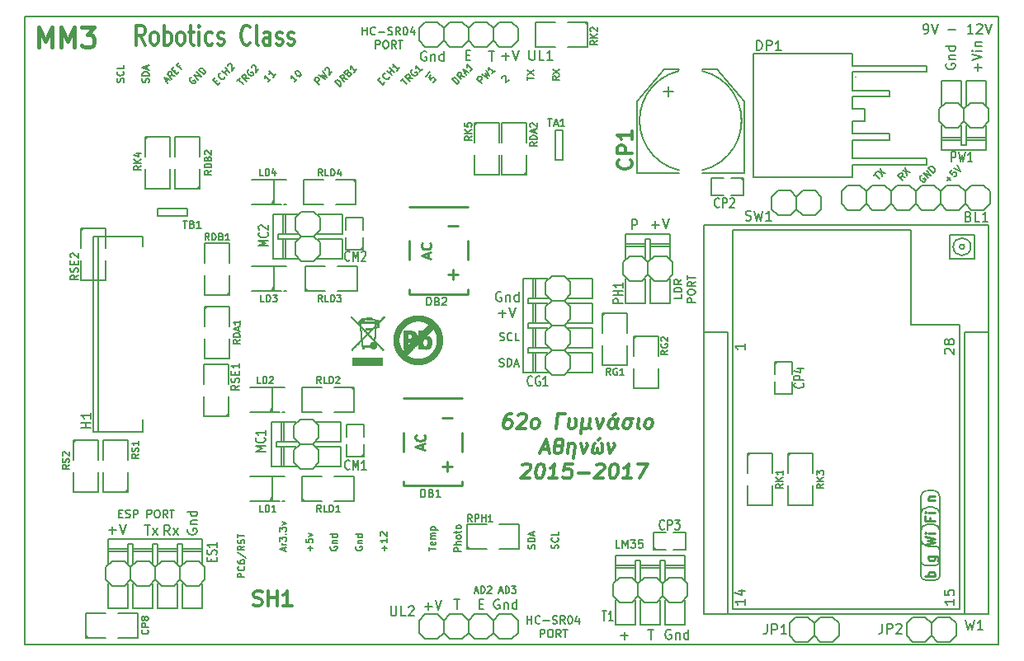
<source format=gto>
G04 #@! TF.GenerationSoftware,KiCad,Pcbnew,(6.0.0-rc1-dev-1497-g419718b59)*
G04 #@! TF.CreationDate,2019-02-11T10:58:06+02:00
G04 #@! TF.ProjectId,MM3,4d4d332e-6b69-4636-9164-5f7063625858,rev?*
G04 #@! TF.SameCoordinates,PX3eb8464PY58619c4*
G04 #@! TF.FileFunction,Legend,Top*
G04 #@! TF.FilePolarity,Positive*
%FSLAX46Y46*%
G04 Gerber Fmt 4.6, Leading zero omitted, Abs format (unit mm)*
G04 Created by KiCad (PCBNEW (6.0.0-rc1-dev-1497-g419718b59)) date Δευ 11 Φεβ 2019 10:58:06 πμ EET*
%MOMM*%
%LPD*%
G04 APERTURE LIST*
%ADD10C,0.150000*%
%ADD11C,0.200000*%
%ADD12C,0.400000*%
%ADD13C,0.375000*%
%ADD14C,0.300000*%
%ADD15C,0.002540*%
%ADD16C,0.170000*%
%ADD17C,0.200660*%
%ADD18C,0.127000*%
%ADD19C,0.254000*%
%ADD20C,0.304800*%
%ADD21C,0.220000*%
%ADD22C,0.190500*%
%ADD23C,0.250000*%
G04 APERTURE END LIST*
D10*
X82101818Y40593934D02*
X82384661Y40876777D01*
X82738214Y40240381D02*
X82243240Y40735356D01*
X82502512Y40994628D02*
X83327470Y40829637D01*
X82832495Y41324611D02*
X82997487Y40499654D01*
X85391421Y40393588D02*
X84990727Y40464298D01*
X85108578Y40110745D02*
X84613603Y40605720D01*
X84802165Y40794281D01*
X84872876Y40817852D01*
X84920016Y40817852D01*
X84990727Y40794281D01*
X85061438Y40723571D01*
X85085008Y40652860D01*
X85085008Y40605720D01*
X85061438Y40535009D01*
X84872876Y40346447D01*
X85061438Y41053554D02*
X85886396Y40888562D01*
X85391421Y41383537D02*
X85556412Y40558579D01*
X87025389Y40570364D02*
X86954678Y40546794D01*
X86883967Y40476083D01*
X86836827Y40381802D01*
X86836827Y40287522D01*
X86860397Y40216811D01*
X86931108Y40098960D01*
X87001818Y40028249D01*
X87119669Y39957538D01*
X87190380Y39933968D01*
X87284661Y39933968D01*
X87378942Y39981109D01*
X87426082Y40028249D01*
X87473223Y40122530D01*
X87473223Y40169670D01*
X87308231Y40334662D01*
X87213950Y40240381D01*
X87732495Y40334662D02*
X87237521Y40829637D01*
X88015338Y40617505D01*
X87520363Y41112479D01*
X88251040Y40853207D02*
X87756066Y41348182D01*
X87873917Y41466033D01*
X87968198Y41513173D01*
X88062478Y41513173D01*
X88133189Y41489603D01*
X88251040Y41418892D01*
X88321751Y41348182D01*
X88392462Y41230331D01*
X88416032Y41159620D01*
X88416032Y41065339D01*
X88368891Y40971058D01*
X88251040Y40853207D01*
X89648959Y40028249D02*
X90026082Y40405373D01*
X90026082Y40028249D02*
X89648959Y40405373D01*
X90191074Y41183190D02*
X89955372Y40947488D01*
X90167504Y40688215D01*
X90167504Y40735356D01*
X90191074Y40806067D01*
X90308925Y40923918D01*
X90379636Y40947488D01*
X90426776Y40947488D01*
X90497487Y40923918D01*
X90615338Y40806067D01*
X90638908Y40735356D01*
X90638908Y40688215D01*
X90615338Y40617505D01*
X90497487Y40499654D01*
X90426776Y40476083D01*
X90379636Y40476083D01*
X90356066Y41348182D02*
X91016032Y41018199D01*
X90686049Y41678165D01*
D11*
X29683333Y55038096D02*
X29683333Y55838096D01*
X29683333Y55457143D02*
X30140476Y55457143D01*
X30140476Y55038096D02*
X30140476Y55838096D01*
X30978571Y55114286D02*
X30940476Y55076191D01*
X30826190Y55038096D01*
X30750000Y55038096D01*
X30635714Y55076191D01*
X30559523Y55152381D01*
X30521428Y55228572D01*
X30483333Y55380953D01*
X30483333Y55495239D01*
X30521428Y55647620D01*
X30559523Y55723810D01*
X30635714Y55800000D01*
X30750000Y55838096D01*
X30826190Y55838096D01*
X30940476Y55800000D01*
X30978571Y55761905D01*
X31321428Y55342858D02*
X31930952Y55342858D01*
X32273809Y55076191D02*
X32388095Y55038096D01*
X32578571Y55038096D01*
X32654761Y55076191D01*
X32692857Y55114286D01*
X32730952Y55190477D01*
X32730952Y55266667D01*
X32692857Y55342858D01*
X32654761Y55380953D01*
X32578571Y55419048D01*
X32426190Y55457143D01*
X32350000Y55495239D01*
X32311904Y55533334D01*
X32273809Y55609524D01*
X32273809Y55685715D01*
X32311904Y55761905D01*
X32350000Y55800000D01*
X32426190Y55838096D01*
X32616666Y55838096D01*
X32730952Y55800000D01*
X33530952Y55038096D02*
X33264285Y55419048D01*
X33073809Y55038096D02*
X33073809Y55838096D01*
X33378571Y55838096D01*
X33454761Y55800000D01*
X33492857Y55761905D01*
X33530952Y55685715D01*
X33530952Y55571429D01*
X33492857Y55495239D01*
X33454761Y55457143D01*
X33378571Y55419048D01*
X33073809Y55419048D01*
X34026190Y55838096D02*
X34102380Y55838096D01*
X34178571Y55800000D01*
X34216666Y55761905D01*
X34254761Y55685715D01*
X34292857Y55533334D01*
X34292857Y55342858D01*
X34254761Y55190477D01*
X34216666Y55114286D01*
X34178571Y55076191D01*
X34102380Y55038096D01*
X34026190Y55038096D01*
X33950000Y55076191D01*
X33911904Y55114286D01*
X33873809Y55190477D01*
X33835714Y55342858D01*
X33835714Y55533334D01*
X33873809Y55685715D01*
X33911904Y55761905D01*
X33950000Y55800000D01*
X34026190Y55838096D01*
X34978571Y55571429D02*
X34978571Y55038096D01*
X34788095Y55876191D02*
X34597619Y55304762D01*
X35092857Y55304762D01*
X31016666Y53638096D02*
X31016666Y54438096D01*
X31321428Y54438096D01*
X31397619Y54400000D01*
X31435714Y54361905D01*
X31473809Y54285715D01*
X31473809Y54171429D01*
X31435714Y54095239D01*
X31397619Y54057143D01*
X31321428Y54019048D01*
X31016666Y54019048D01*
X31969047Y54438096D02*
X32121428Y54438096D01*
X32197619Y54400000D01*
X32273809Y54323810D01*
X32311904Y54171429D01*
X32311904Y53904762D01*
X32273809Y53752381D01*
X32197619Y53676191D01*
X32121428Y53638096D01*
X31969047Y53638096D01*
X31892857Y53676191D01*
X31816666Y53752381D01*
X31778571Y53904762D01*
X31778571Y54171429D01*
X31816666Y54323810D01*
X31892857Y54400000D01*
X31969047Y54438096D01*
X33111904Y53638096D02*
X32845238Y54019048D01*
X32654761Y53638096D02*
X32654761Y54438096D01*
X32959523Y54438096D01*
X33035714Y54400000D01*
X33073809Y54361905D01*
X33111904Y54285715D01*
X33111904Y54171429D01*
X33073809Y54095239D01*
X33035714Y54057143D01*
X32959523Y54019048D01*
X32654761Y54019048D01*
X33340476Y54438096D02*
X33797619Y54438096D01*
X33569047Y53638096D02*
X33569047Y54438096D01*
X46583333Y-5461904D02*
X46583333Y-4661904D01*
X46583333Y-5042857D02*
X47040476Y-5042857D01*
X47040476Y-5461904D02*
X47040476Y-4661904D01*
X47878571Y-5385714D02*
X47840476Y-5423809D01*
X47726190Y-5461904D01*
X47650000Y-5461904D01*
X47535714Y-5423809D01*
X47459523Y-5347619D01*
X47421428Y-5271428D01*
X47383333Y-5119047D01*
X47383333Y-5004761D01*
X47421428Y-4852380D01*
X47459523Y-4776190D01*
X47535714Y-4700000D01*
X47650000Y-4661904D01*
X47726190Y-4661904D01*
X47840476Y-4700000D01*
X47878571Y-4738095D01*
X48221428Y-5157142D02*
X48830952Y-5157142D01*
X49173809Y-5423809D02*
X49288095Y-5461904D01*
X49478571Y-5461904D01*
X49554761Y-5423809D01*
X49592857Y-5385714D01*
X49630952Y-5309523D01*
X49630952Y-5233333D01*
X49592857Y-5157142D01*
X49554761Y-5119047D01*
X49478571Y-5080952D01*
X49326190Y-5042857D01*
X49250000Y-5004761D01*
X49211904Y-4966666D01*
X49173809Y-4890476D01*
X49173809Y-4814285D01*
X49211904Y-4738095D01*
X49250000Y-4700000D01*
X49326190Y-4661904D01*
X49516666Y-4661904D01*
X49630952Y-4700000D01*
X50430952Y-5461904D02*
X50164285Y-5080952D01*
X49973809Y-5461904D02*
X49973809Y-4661904D01*
X50278571Y-4661904D01*
X50354761Y-4700000D01*
X50392857Y-4738095D01*
X50430952Y-4814285D01*
X50430952Y-4928571D01*
X50392857Y-5004761D01*
X50354761Y-5042857D01*
X50278571Y-5080952D01*
X49973809Y-5080952D01*
X50926190Y-4661904D02*
X51002380Y-4661904D01*
X51078571Y-4700000D01*
X51116666Y-4738095D01*
X51154761Y-4814285D01*
X51192857Y-4966666D01*
X51192857Y-5157142D01*
X51154761Y-5309523D01*
X51116666Y-5385714D01*
X51078571Y-5423809D01*
X51002380Y-5461904D01*
X50926190Y-5461904D01*
X50850000Y-5423809D01*
X50811904Y-5385714D01*
X50773809Y-5309523D01*
X50735714Y-5157142D01*
X50735714Y-4966666D01*
X50773809Y-4814285D01*
X50811904Y-4738095D01*
X50850000Y-4700000D01*
X50926190Y-4661904D01*
X51878571Y-4928571D02*
X51878571Y-5461904D01*
X51688095Y-4623809D02*
X51497619Y-5195238D01*
X51992857Y-5195238D01*
X47916666Y-6861904D02*
X47916666Y-6061904D01*
X48221428Y-6061904D01*
X48297619Y-6100000D01*
X48335714Y-6138095D01*
X48373809Y-6214285D01*
X48373809Y-6328571D01*
X48335714Y-6404761D01*
X48297619Y-6442857D01*
X48221428Y-6480952D01*
X47916666Y-6480952D01*
X48869047Y-6061904D02*
X49021428Y-6061904D01*
X49097619Y-6100000D01*
X49173809Y-6176190D01*
X49211904Y-6328571D01*
X49211904Y-6595238D01*
X49173809Y-6747619D01*
X49097619Y-6823809D01*
X49021428Y-6861904D01*
X48869047Y-6861904D01*
X48792857Y-6823809D01*
X48716666Y-6747619D01*
X48678571Y-6595238D01*
X48678571Y-6328571D01*
X48716666Y-6176190D01*
X48792857Y-6100000D01*
X48869047Y-6061904D01*
X50011904Y-6861904D02*
X49745238Y-6480952D01*
X49554761Y-6861904D02*
X49554761Y-6061904D01*
X49859523Y-6061904D01*
X49935714Y-6100000D01*
X49973809Y-6138095D01*
X50011904Y-6214285D01*
X50011904Y-6328571D01*
X49973809Y-6404761D01*
X49935714Y-6442857D01*
X49859523Y-6480952D01*
X49554761Y-6480952D01*
X50240476Y-6061904D02*
X50697619Y-6061904D01*
X50469047Y-6861904D02*
X50469047Y-6061904D01*
X62411904Y28347620D02*
X62411904Y27966667D01*
X61611904Y27966667D01*
X62411904Y28614286D02*
X61611904Y28614286D01*
X61611904Y28804762D01*
X61650000Y28919048D01*
X61726190Y28995239D01*
X61802380Y29033334D01*
X61954761Y29071429D01*
X62069047Y29071429D01*
X62221428Y29033334D01*
X62297619Y28995239D01*
X62373809Y28919048D01*
X62411904Y28804762D01*
X62411904Y28614286D01*
X62411904Y29871429D02*
X62030952Y29604762D01*
X62411904Y29414286D02*
X61611904Y29414286D01*
X61611904Y29719048D01*
X61650000Y29795239D01*
X61688095Y29833334D01*
X61764285Y29871429D01*
X61878571Y29871429D01*
X61954761Y29833334D01*
X61992857Y29795239D01*
X62030952Y29719048D01*
X62030952Y29414286D01*
X63811904Y27566667D02*
X63011904Y27566667D01*
X63011904Y27871429D01*
X63050000Y27947620D01*
X63088095Y27985715D01*
X63164285Y28023810D01*
X63278571Y28023810D01*
X63354761Y27985715D01*
X63392857Y27947620D01*
X63430952Y27871429D01*
X63430952Y27566667D01*
X63011904Y28519048D02*
X63011904Y28671429D01*
X63050000Y28747620D01*
X63126190Y28823810D01*
X63278571Y28861905D01*
X63545238Y28861905D01*
X63697619Y28823810D01*
X63773809Y28747620D01*
X63811904Y28671429D01*
X63811904Y28519048D01*
X63773809Y28442858D01*
X63697619Y28366667D01*
X63545238Y28328572D01*
X63278571Y28328572D01*
X63126190Y28366667D01*
X63050000Y28442858D01*
X63011904Y28519048D01*
X63811904Y29661905D02*
X63430952Y29395239D01*
X63811904Y29204762D02*
X63011904Y29204762D01*
X63011904Y29509524D01*
X63050000Y29585715D01*
X63088095Y29623810D01*
X63164285Y29661905D01*
X63278571Y29661905D01*
X63354761Y29623810D01*
X63392857Y29585715D01*
X63430952Y29509524D01*
X63430952Y29204762D01*
X63011904Y29890477D02*
X63011904Y30347620D01*
X63811904Y30119048D02*
X63011904Y30119048D01*
X56078571Y2338096D02*
X55697619Y2338096D01*
X55697619Y3138096D01*
X56345238Y2338096D02*
X56345238Y3138096D01*
X56611904Y2566667D01*
X56878571Y3138096D01*
X56878571Y2338096D01*
X57183333Y3138096D02*
X57678571Y3138096D01*
X57411904Y2833334D01*
X57526190Y2833334D01*
X57602380Y2795239D01*
X57640476Y2757143D01*
X57678571Y2680953D01*
X57678571Y2490477D01*
X57640476Y2414286D01*
X57602380Y2376191D01*
X57526190Y2338096D01*
X57297619Y2338096D01*
X57221428Y2376191D01*
X57183333Y2414286D01*
X58402380Y3138096D02*
X58021428Y3138096D01*
X57983333Y2757143D01*
X58021428Y2795239D01*
X58097619Y2833334D01*
X58288095Y2833334D01*
X58364285Y2795239D01*
X58402380Y2757143D01*
X58440476Y2680953D01*
X58440476Y2490477D01*
X58402380Y2414286D01*
X58364285Y2376191D01*
X58288095Y2338096D01*
X58097619Y2338096D01*
X58021428Y2376191D01*
X57983333Y2414286D01*
X4669047Y5857143D02*
X4935714Y5857143D01*
X5050000Y5438096D02*
X4669047Y5438096D01*
X4669047Y6238096D01*
X5050000Y6238096D01*
X5354761Y5476191D02*
X5469047Y5438096D01*
X5659523Y5438096D01*
X5735714Y5476191D01*
X5773809Y5514286D01*
X5811904Y5590477D01*
X5811904Y5666667D01*
X5773809Y5742858D01*
X5735714Y5780953D01*
X5659523Y5819048D01*
X5507142Y5857143D01*
X5430952Y5895239D01*
X5392857Y5933334D01*
X5354761Y6009524D01*
X5354761Y6085715D01*
X5392857Y6161905D01*
X5430952Y6200000D01*
X5507142Y6238096D01*
X5697619Y6238096D01*
X5811904Y6200000D01*
X6154761Y5438096D02*
X6154761Y6238096D01*
X6459523Y6238096D01*
X6535714Y6200000D01*
X6573809Y6161905D01*
X6611904Y6085715D01*
X6611904Y5971429D01*
X6573809Y5895239D01*
X6535714Y5857143D01*
X6459523Y5819048D01*
X6154761Y5819048D01*
X7564285Y5438096D02*
X7564285Y6238096D01*
X7869047Y6238096D01*
X7945238Y6200000D01*
X7983333Y6161905D01*
X8021428Y6085715D01*
X8021428Y5971429D01*
X7983333Y5895239D01*
X7945238Y5857143D01*
X7869047Y5819048D01*
X7564285Y5819048D01*
X8516666Y6238096D02*
X8669047Y6238096D01*
X8745238Y6200000D01*
X8821428Y6123810D01*
X8859523Y5971429D01*
X8859523Y5704762D01*
X8821428Y5552381D01*
X8745238Y5476191D01*
X8669047Y5438096D01*
X8516666Y5438096D01*
X8440476Y5476191D01*
X8364285Y5552381D01*
X8326190Y5704762D01*
X8326190Y5971429D01*
X8364285Y6123810D01*
X8440476Y6200000D01*
X8516666Y6238096D01*
X9659523Y5438096D02*
X9392857Y5819048D01*
X9202380Y5438096D02*
X9202380Y6238096D01*
X9507142Y6238096D01*
X9583333Y6200000D01*
X9621428Y6161905D01*
X9659523Y6085715D01*
X9659523Y5971429D01*
X9621428Y5895239D01*
X9583333Y5857143D01*
X9507142Y5819048D01*
X9202380Y5819048D01*
X9888095Y6238096D02*
X10345238Y6238096D01*
X10116666Y5438096D02*
X10116666Y6238096D01*
D10*
X5133333Y50166667D02*
X5166666Y50266667D01*
X5166666Y50433334D01*
X5133333Y50500000D01*
X5100000Y50533334D01*
X5033333Y50566667D01*
X4966666Y50566667D01*
X4900000Y50533334D01*
X4866666Y50500000D01*
X4833333Y50433334D01*
X4800000Y50300000D01*
X4766666Y50233334D01*
X4733333Y50200000D01*
X4666666Y50166667D01*
X4600000Y50166667D01*
X4533333Y50200000D01*
X4500000Y50233334D01*
X4466666Y50300000D01*
X4466666Y50466667D01*
X4500000Y50566667D01*
X5100000Y51266667D02*
X5133333Y51233334D01*
X5166666Y51133334D01*
X5166666Y51066667D01*
X5133333Y50966667D01*
X5066666Y50900000D01*
X5000000Y50866667D01*
X4866666Y50833334D01*
X4766666Y50833334D01*
X4633333Y50866667D01*
X4566666Y50900000D01*
X4500000Y50966667D01*
X4466666Y51066667D01*
X4466666Y51133334D01*
X4500000Y51233334D01*
X4533333Y51266667D01*
X5166666Y51900000D02*
X5166666Y51566667D01*
X4466666Y51566667D01*
X7733333Y50150000D02*
X7766666Y50250000D01*
X7766666Y50416667D01*
X7733333Y50483334D01*
X7700000Y50516667D01*
X7633333Y50550000D01*
X7566666Y50550000D01*
X7500000Y50516667D01*
X7466666Y50483334D01*
X7433333Y50416667D01*
X7400000Y50283334D01*
X7366666Y50216667D01*
X7333333Y50183334D01*
X7266666Y50150000D01*
X7200000Y50150000D01*
X7133333Y50183334D01*
X7100000Y50216667D01*
X7066666Y50283334D01*
X7066666Y50450000D01*
X7100000Y50550000D01*
X7766666Y50850000D02*
X7066666Y50850000D01*
X7066666Y51016667D01*
X7100000Y51116667D01*
X7166666Y51183334D01*
X7233333Y51216667D01*
X7366666Y51250000D01*
X7466666Y51250000D01*
X7600000Y51216667D01*
X7666666Y51183334D01*
X7733333Y51116667D01*
X7766666Y51016667D01*
X7766666Y50850000D01*
X7566666Y51516667D02*
X7566666Y51850000D01*
X7766666Y51450000D02*
X7066666Y51683334D01*
X7766666Y51916667D01*
X9531108Y50216117D02*
X9766810Y50451819D01*
X9625389Y50027555D02*
X9295405Y50687522D01*
X9955372Y50357538D01*
X10403206Y50805373D02*
X10002512Y50876083D01*
X10120363Y50522530D02*
X9625389Y51017505D01*
X9813950Y51206067D01*
X9884661Y51229637D01*
X9931801Y51229637D01*
X10002512Y51206067D01*
X10073223Y51135356D01*
X10096793Y51064645D01*
X10096793Y51017505D01*
X10073223Y50946794D01*
X9884661Y50758232D01*
X10356066Y51276777D02*
X10521057Y51441769D01*
X10851040Y51253207D02*
X10615338Y51017505D01*
X10120363Y51512479D01*
X10356066Y51748182D01*
X10968891Y51889603D02*
X10803900Y51724611D01*
X11063172Y51465339D02*
X10568198Y51960314D01*
X10803900Y52196016D01*
X12125389Y50670364D02*
X12054678Y50646794D01*
X11983967Y50576083D01*
X11936827Y50481802D01*
X11936827Y50387522D01*
X11960397Y50316811D01*
X12031108Y50198960D01*
X12101818Y50128249D01*
X12219669Y50057538D01*
X12290380Y50033968D01*
X12384661Y50033968D01*
X12478942Y50081109D01*
X12526082Y50128249D01*
X12573223Y50222530D01*
X12573223Y50269670D01*
X12408231Y50434662D01*
X12313950Y50340381D01*
X12832495Y50434662D02*
X12337521Y50929637D01*
X13115338Y50717505D01*
X12620363Y51212479D01*
X13351040Y50953207D02*
X12856066Y51448182D01*
X12973917Y51566033D01*
X13068198Y51613173D01*
X13162478Y51613173D01*
X13233189Y51589603D01*
X13351040Y51518892D01*
X13421751Y51448182D01*
X13492462Y51330331D01*
X13516032Y51259620D01*
X13516032Y51165339D01*
X13468891Y51071058D01*
X13351040Y50953207D01*
X14566116Y50186828D02*
X14731108Y50351819D01*
X15061091Y50163257D02*
X14825389Y49927555D01*
X14330414Y50422530D01*
X14566116Y50658232D01*
X15508925Y50705373D02*
X15508925Y50658232D01*
X15461785Y50563951D01*
X15414644Y50516811D01*
X15320363Y50469670D01*
X15226082Y50469670D01*
X15155372Y50493241D01*
X15037521Y50563951D01*
X14966810Y50634662D01*
X14896099Y50752513D01*
X14872529Y50823224D01*
X14872529Y50917505D01*
X14919669Y51011786D01*
X14966810Y51058926D01*
X15061091Y51106067D01*
X15108231Y51106067D01*
X15768198Y50870364D02*
X15273223Y51365339D01*
X15508925Y51129637D02*
X15791768Y51412479D01*
X16051040Y51153207D02*
X15556066Y51648182D01*
X15815338Y51813173D02*
X15815338Y51860314D01*
X15838908Y51931024D01*
X15956759Y52048876D01*
X16027470Y52072446D01*
X16074610Y52072446D01*
X16145321Y52048876D01*
X16192462Y52001735D01*
X16239602Y51907454D01*
X16239602Y51341769D01*
X16546015Y51648182D01*
X16806844Y50298960D02*
X17089686Y50581802D01*
X17443240Y49945406D02*
X16948265Y50440381D01*
X18032495Y50534662D02*
X17631801Y50605373D01*
X17749653Y50251819D02*
X17254678Y50746794D01*
X17443240Y50935356D01*
X17513950Y50958926D01*
X17561091Y50958926D01*
X17631801Y50935356D01*
X17702512Y50864645D01*
X17726082Y50793934D01*
X17726082Y50746794D01*
X17702512Y50676083D01*
X17513950Y50487522D01*
X18032495Y51477471D02*
X17961785Y51453901D01*
X17891074Y51383190D01*
X17843933Y51288909D01*
X17843933Y51194628D01*
X17867504Y51123918D01*
X17938214Y51006067D01*
X18008925Y50935356D01*
X18126776Y50864645D01*
X18197487Y50841075D01*
X18291768Y50841075D01*
X18386049Y50888215D01*
X18433189Y50935356D01*
X18480330Y51029637D01*
X18480330Y51076777D01*
X18315338Y51241769D01*
X18221057Y51147488D01*
X18268198Y51666033D02*
X18268198Y51713173D01*
X18291768Y51783884D01*
X18409619Y51901735D01*
X18480330Y51925305D01*
X18527470Y51925305D01*
X18598181Y51901735D01*
X18645321Y51854595D01*
X18692462Y51760314D01*
X18692462Y51194628D01*
X18998875Y51501041D01*
X20279636Y50481802D02*
X19996793Y50198960D01*
X20138214Y50340381D02*
X19643240Y50835356D01*
X19666810Y50717505D01*
X19666810Y50623224D01*
X19643240Y50552513D01*
X20751040Y50953207D02*
X20468198Y50670364D01*
X20609619Y50811786D02*
X20114644Y51306760D01*
X20138214Y51188909D01*
X20138214Y51094628D01*
X20114644Y51023918D01*
X22979636Y50481802D02*
X22696793Y50198960D01*
X22838214Y50340381D02*
X22343240Y50835356D01*
X22366810Y50717505D01*
X22366810Y50623224D01*
X22343240Y50552513D01*
X22791074Y51283190D02*
X22838214Y51330331D01*
X22908925Y51353901D01*
X22956066Y51353901D01*
X23026776Y51330331D01*
X23144627Y51259620D01*
X23262478Y51141769D01*
X23333189Y51023918D01*
X23356759Y50953207D01*
X23356759Y50906067D01*
X23333189Y50835356D01*
X23286049Y50788215D01*
X23215338Y50764645D01*
X23168198Y50764645D01*
X23097487Y50788215D01*
X22979636Y50858926D01*
X22861785Y50976777D01*
X22791074Y51094628D01*
X22767504Y51165339D01*
X22767504Y51212479D01*
X22791074Y51283190D01*
X25225735Y49927902D02*
X24730761Y50422877D01*
X24919322Y50611439D01*
X24990033Y50635009D01*
X25037174Y50635009D01*
X25107884Y50611439D01*
X25178595Y50540728D01*
X25202165Y50470017D01*
X25202165Y50422877D01*
X25178595Y50352166D01*
X24990033Y50163604D01*
X25178595Y50870711D02*
X25791421Y50493588D01*
X25532148Y50941422D01*
X25979983Y50682149D01*
X25602859Y51294975D01*
X25814991Y51412826D02*
X25814991Y51459967D01*
X25838561Y51530678D01*
X25956412Y51648529D01*
X26027123Y51672099D01*
X26074264Y51672099D01*
X26144974Y51648529D01*
X26192115Y51601388D01*
X26239255Y51507107D01*
X26239255Y50941422D01*
X26545668Y51247835D01*
X27313603Y49715770D02*
X26818629Y50210745D01*
X26936480Y50328596D01*
X27030761Y50375736D01*
X27125042Y50375736D01*
X27195752Y50352166D01*
X27313603Y50281456D01*
X27384314Y50210745D01*
X27455025Y50092894D01*
X27478595Y50022183D01*
X27478595Y49927902D01*
X27431455Y49833621D01*
X27313603Y49715770D01*
X28091421Y50493588D02*
X27690727Y50564298D01*
X27808578Y50210745D02*
X27313603Y50705720D01*
X27502165Y50894281D01*
X27572876Y50917852D01*
X27620016Y50917852D01*
X27690727Y50894281D01*
X27761438Y50823571D01*
X27785008Y50752860D01*
X27785008Y50705720D01*
X27761438Y50635009D01*
X27572876Y50446447D01*
X28209272Y51129984D02*
X28303553Y51177124D01*
X28350693Y51177124D01*
X28421404Y51153554D01*
X28492115Y51082843D01*
X28515685Y51012133D01*
X28515685Y50964992D01*
X28492115Y50894281D01*
X28303553Y50705720D01*
X27808578Y51200694D01*
X27973570Y51365686D01*
X28044280Y51389256D01*
X28091421Y51389256D01*
X28162132Y51365686D01*
X28209272Y51318545D01*
X28232842Y51247835D01*
X28232842Y51200694D01*
X28209272Y51129984D01*
X28044280Y50964992D01*
X29057800Y51459967D02*
X28774957Y51177124D01*
X28916379Y51318545D02*
X28421404Y51813520D01*
X28444974Y51695669D01*
X28444974Y51601388D01*
X28421404Y51530678D01*
X31466116Y50186828D02*
X31631108Y50351819D01*
X31961091Y50163257D02*
X31725389Y49927555D01*
X31230414Y50422530D01*
X31466116Y50658232D01*
X32408925Y50705373D02*
X32408925Y50658232D01*
X32361785Y50563951D01*
X32314644Y50516811D01*
X32220363Y50469670D01*
X32126082Y50469670D01*
X32055372Y50493241D01*
X31937521Y50563951D01*
X31866810Y50634662D01*
X31796099Y50752513D01*
X31772529Y50823224D01*
X31772529Y50917505D01*
X31819669Y51011786D01*
X31866810Y51058926D01*
X31961091Y51106067D01*
X32008231Y51106067D01*
X32668198Y50870364D02*
X32173223Y51365339D01*
X32408925Y51129637D02*
X32691768Y51412479D01*
X32951040Y51153207D02*
X32456066Y51648182D01*
X33446015Y51648182D02*
X33163172Y51365339D01*
X33304594Y51506760D02*
X32809619Y52001735D01*
X32833189Y51883884D01*
X32833189Y51789603D01*
X32809619Y51718892D01*
X33606844Y50298960D02*
X33889686Y50581802D01*
X34243240Y49945406D02*
X33748265Y50440381D01*
X34832495Y50534662D02*
X34431801Y50605373D01*
X34549653Y50251819D02*
X34054678Y50746794D01*
X34243240Y50935356D01*
X34313950Y50958926D01*
X34361091Y50958926D01*
X34431801Y50935356D01*
X34502512Y50864645D01*
X34526082Y50793934D01*
X34526082Y50746794D01*
X34502512Y50676083D01*
X34313950Y50487522D01*
X34832495Y51477471D02*
X34761785Y51453901D01*
X34691074Y51383190D01*
X34643933Y51288909D01*
X34643933Y51194628D01*
X34667504Y51123918D01*
X34738214Y51006067D01*
X34808925Y50935356D01*
X34926776Y50864645D01*
X34997487Y50841075D01*
X35091768Y50841075D01*
X35186049Y50888215D01*
X35233189Y50935356D01*
X35280330Y51029637D01*
X35280330Y51076777D01*
X35115338Y51241769D01*
X35021057Y51147488D01*
X35798875Y51501041D02*
X35516032Y51218199D01*
X35657453Y51359620D02*
X35162478Y51854595D01*
X35186049Y51736744D01*
X35186049Y51642463D01*
X35162478Y51571752D01*
X36120030Y50758566D02*
X36591434Y51229970D01*
X36696793Y50888909D02*
X36461091Y50653207D01*
X36673223Y50393934D01*
X36673223Y50441075D01*
X36696793Y50511786D01*
X36814644Y50629637D01*
X36885355Y50653207D01*
X36932495Y50653207D01*
X37003206Y50629637D01*
X37121057Y50511786D01*
X37144627Y50441075D01*
X37144627Y50393934D01*
X37121057Y50323224D01*
X37003206Y50205373D01*
X36932495Y50181802D01*
X36885355Y50181802D01*
X39348959Y49951125D02*
X38853984Y50446100D01*
X38971835Y50563951D01*
X39066116Y50611092D01*
X39160397Y50611092D01*
X39231108Y50587522D01*
X39348959Y50516811D01*
X39419669Y50446100D01*
X39490380Y50328249D01*
X39513950Y50257538D01*
X39513950Y50163257D01*
X39466810Y50068977D01*
X39348959Y49951125D01*
X40126776Y50728943D02*
X39726082Y50799654D01*
X39843933Y50446100D02*
X39348959Y50941075D01*
X39537521Y51129637D01*
X39608231Y51153207D01*
X39655372Y51153207D01*
X39726082Y51129637D01*
X39796793Y51058926D01*
X39820363Y50988215D01*
X39820363Y50941075D01*
X39796793Y50870364D01*
X39608231Y50681802D01*
X40173917Y51058926D02*
X40409619Y51294628D01*
X40268198Y50870364D02*
X39938214Y51530331D01*
X40598181Y51200347D01*
X41022445Y51624611D02*
X40739602Y51341769D01*
X40881023Y51483190D02*
X40386049Y51978165D01*
X40409619Y51860314D01*
X40409619Y51766033D01*
X40386049Y51695322D01*
X41925735Y50027902D02*
X41430761Y50522877D01*
X41619322Y50711439D01*
X41690033Y50735009D01*
X41737174Y50735009D01*
X41807884Y50711439D01*
X41878595Y50640728D01*
X41902165Y50570017D01*
X41902165Y50522877D01*
X41878595Y50452166D01*
X41690033Y50263604D01*
X41878595Y50970711D02*
X42491421Y50593588D01*
X42232148Y51041422D01*
X42679983Y50782149D01*
X42302859Y51394975D01*
X43245668Y51347835D02*
X42962825Y51064992D01*
X43104247Y51206413D02*
X42609272Y51701388D01*
X42632842Y51583537D01*
X42632842Y51489256D01*
X42609272Y51418545D01*
X43984661Y50582496D02*
X43984661Y50629637D01*
X44008231Y50700347D01*
X44126082Y50818199D01*
X44196793Y50841769D01*
X44243933Y50841769D01*
X44314644Y50818199D01*
X44361785Y50771058D01*
X44408925Y50676777D01*
X44408925Y50111092D01*
X44715338Y50417505D01*
X46566666Y50366667D02*
X46566666Y50766667D01*
X47266666Y50566667D02*
X46566666Y50566667D01*
X46566666Y50933334D02*
X47266666Y51400000D01*
X46566666Y51400000D02*
X47266666Y50933334D01*
X49866666Y50783334D02*
X49533333Y50550000D01*
X49866666Y50383334D02*
X49166666Y50383334D01*
X49166666Y50650000D01*
X49200000Y50716667D01*
X49233333Y50750000D01*
X49300000Y50783334D01*
X49400000Y50783334D01*
X49466666Y50750000D01*
X49500000Y50716667D01*
X49533333Y50650000D01*
X49533333Y50383334D01*
X49166666Y51016667D02*
X49866666Y51483334D01*
X49166666Y51483334D02*
X49866666Y51016667D01*
X43700000Y-2116666D02*
X44033333Y-2116666D01*
X43633333Y-2316666D02*
X43866666Y-1616666D01*
X44100000Y-2316666D01*
X44333333Y-2316666D02*
X44333333Y-1616666D01*
X44500000Y-1616666D01*
X44600000Y-1650000D01*
X44666666Y-1716666D01*
X44700000Y-1783333D01*
X44733333Y-1916666D01*
X44733333Y-2016666D01*
X44700000Y-2150000D01*
X44666666Y-2216666D01*
X44600000Y-2283333D01*
X44500000Y-2316666D01*
X44333333Y-2316666D01*
X44966666Y-1616666D02*
X45400000Y-1616666D01*
X45166666Y-1883333D01*
X45266666Y-1883333D01*
X45333333Y-1916666D01*
X45366666Y-1950000D01*
X45400000Y-2016666D01*
X45400000Y-2183333D01*
X45366666Y-2250000D01*
X45333333Y-2283333D01*
X45266666Y-2316666D01*
X45066666Y-2316666D01*
X45000000Y-2283333D01*
X44966666Y-2250000D01*
X41200000Y-2116666D02*
X41533333Y-2116666D01*
X41133333Y-2316666D02*
X41366666Y-1616666D01*
X41600000Y-2316666D01*
X41833333Y-2316666D02*
X41833333Y-1616666D01*
X42000000Y-1616666D01*
X42100000Y-1650000D01*
X42166666Y-1716666D01*
X42200000Y-1783333D01*
X42233333Y-1916666D01*
X42233333Y-2016666D01*
X42200000Y-2150000D01*
X42166666Y-2216666D01*
X42100000Y-2283333D01*
X42000000Y-2316666D01*
X41833333Y-2316666D01*
X42500000Y-1683333D02*
X42533333Y-1650000D01*
X42600000Y-1616666D01*
X42766666Y-1616666D01*
X42833333Y-1650000D01*
X42866666Y-1683333D01*
X42900000Y-1750000D01*
X42900000Y-1816666D01*
X42866666Y-1916666D01*
X42466666Y-2316666D01*
X42900000Y-2316666D01*
X49733333Y2266667D02*
X49766666Y2366667D01*
X49766666Y2533334D01*
X49733333Y2600000D01*
X49700000Y2633334D01*
X49633333Y2666667D01*
X49566666Y2666667D01*
X49500000Y2633334D01*
X49466666Y2600000D01*
X49433333Y2533334D01*
X49400000Y2400000D01*
X49366666Y2333334D01*
X49333333Y2300000D01*
X49266666Y2266667D01*
X49200000Y2266667D01*
X49133333Y2300000D01*
X49100000Y2333334D01*
X49066666Y2400000D01*
X49066666Y2566667D01*
X49100000Y2666667D01*
X49700000Y3366667D02*
X49733333Y3333334D01*
X49766666Y3233334D01*
X49766666Y3166667D01*
X49733333Y3066667D01*
X49666666Y3000000D01*
X49600000Y2966667D01*
X49466666Y2933334D01*
X49366666Y2933334D01*
X49233333Y2966667D01*
X49166666Y3000000D01*
X49100000Y3066667D01*
X49066666Y3166667D01*
X49066666Y3233334D01*
X49100000Y3333334D01*
X49133333Y3366667D01*
X49766666Y4000000D02*
X49766666Y3666667D01*
X49066666Y3666667D01*
X47333333Y2250000D02*
X47366666Y2350000D01*
X47366666Y2516667D01*
X47333333Y2583334D01*
X47300000Y2616667D01*
X47233333Y2650000D01*
X47166666Y2650000D01*
X47100000Y2616667D01*
X47066666Y2583334D01*
X47033333Y2516667D01*
X47000000Y2383334D01*
X46966666Y2316667D01*
X46933333Y2283334D01*
X46866666Y2250000D01*
X46800000Y2250000D01*
X46733333Y2283334D01*
X46700000Y2316667D01*
X46666666Y2383334D01*
X46666666Y2550000D01*
X46700000Y2650000D01*
X47366666Y2950000D02*
X46666666Y2950000D01*
X46666666Y3116667D01*
X46700000Y3216667D01*
X46766666Y3283334D01*
X46833333Y3316667D01*
X46966666Y3350000D01*
X47066666Y3350000D01*
X47200000Y3316667D01*
X47266666Y3283334D01*
X47333333Y3216667D01*
X47366666Y3116667D01*
X47366666Y2950000D01*
X47166666Y3616667D02*
X47166666Y3950000D01*
X47366666Y3550000D02*
X46666666Y3783334D01*
X47366666Y4016667D01*
X17566666Y-683333D02*
X16866666Y-683333D01*
X16866666Y-416666D01*
X16900000Y-350000D01*
X16933333Y-316666D01*
X17000000Y-283333D01*
X17100000Y-283333D01*
X17166666Y-316666D01*
X17200000Y-350000D01*
X17233333Y-416666D01*
X17233333Y-683333D01*
X17500000Y416667D02*
X17533333Y383334D01*
X17566666Y283334D01*
X17566666Y216667D01*
X17533333Y116667D01*
X17466666Y50000D01*
X17400000Y16667D01*
X17266666Y-16666D01*
X17166666Y-16666D01*
X17033333Y16667D01*
X16966666Y50000D01*
X16900000Y116667D01*
X16866666Y216667D01*
X16866666Y283334D01*
X16900000Y383334D01*
X16933333Y416667D01*
X16866666Y1016667D02*
X16866666Y883334D01*
X16900000Y816667D01*
X16933333Y783334D01*
X17033333Y716667D01*
X17166666Y683334D01*
X17433333Y683334D01*
X17500000Y716667D01*
X17533333Y750000D01*
X17566666Y816667D01*
X17566666Y950000D01*
X17533333Y1016667D01*
X17500000Y1050000D01*
X17433333Y1083334D01*
X17266666Y1083334D01*
X17200000Y1050000D01*
X17166666Y1016667D01*
X17133333Y950000D01*
X17133333Y816667D01*
X17166666Y750000D01*
X17200000Y716667D01*
X17266666Y683334D01*
X16833333Y1883334D02*
X17733333Y1283334D01*
X17566666Y2516667D02*
X17233333Y2283334D01*
X17566666Y2116667D02*
X16866666Y2116667D01*
X16866666Y2383334D01*
X16900000Y2450000D01*
X16933333Y2483334D01*
X17000000Y2516667D01*
X17100000Y2516667D01*
X17166666Y2483334D01*
X17200000Y2450000D01*
X17233333Y2383334D01*
X17233333Y2116667D01*
X17533333Y2783334D02*
X17566666Y2883334D01*
X17566666Y3050000D01*
X17533333Y3116667D01*
X17500000Y3150000D01*
X17433333Y3183334D01*
X17366666Y3183334D01*
X17300000Y3150000D01*
X17266666Y3116667D01*
X17233333Y3050000D01*
X17200000Y2916667D01*
X17166666Y2850000D01*
X17133333Y2816667D01*
X17066666Y2783334D01*
X17000000Y2783334D01*
X16933333Y2816667D01*
X16900000Y2850000D01*
X16866666Y2916667D01*
X16866666Y3083334D01*
X16900000Y3183334D01*
X16866666Y3383334D02*
X16866666Y3783334D01*
X17566666Y3583334D02*
X16866666Y3583334D01*
X21666666Y2016667D02*
X21666666Y2350000D01*
X21866666Y1950000D02*
X21166666Y2183334D01*
X21866666Y2416667D01*
X21866666Y2650000D02*
X21400000Y2650000D01*
X21533333Y2650000D02*
X21466666Y2683334D01*
X21433333Y2716667D01*
X21400000Y2783334D01*
X21400000Y2850000D01*
X21166666Y3016667D02*
X21166666Y3450000D01*
X21433333Y3216667D01*
X21433333Y3316667D01*
X21466666Y3383334D01*
X21500000Y3416667D01*
X21566666Y3450000D01*
X21733333Y3450000D01*
X21800000Y3416667D01*
X21833333Y3383334D01*
X21866666Y3316667D01*
X21866666Y3116667D01*
X21833333Y3050000D01*
X21800000Y3016667D01*
X21800000Y3750000D02*
X21833333Y3783334D01*
X21866666Y3750000D01*
X21833333Y3716667D01*
X21800000Y3750000D01*
X21866666Y3750000D01*
X21166666Y4016667D02*
X21166666Y4450000D01*
X21433333Y4216667D01*
X21433333Y4316667D01*
X21466666Y4383334D01*
X21500000Y4416667D01*
X21566666Y4450000D01*
X21733333Y4450000D01*
X21800000Y4416667D01*
X21833333Y4383334D01*
X21866666Y4316667D01*
X21866666Y4116667D01*
X21833333Y4050000D01*
X21800000Y4016667D01*
X21400000Y4683334D02*
X21866666Y4850000D01*
X21400000Y5016667D01*
X24300000Y2033334D02*
X24300000Y2566667D01*
X24566666Y2300000D02*
X24033333Y2300000D01*
X23866666Y3233334D02*
X23866666Y2900000D01*
X24200000Y2866667D01*
X24166666Y2900000D01*
X24133333Y2966667D01*
X24133333Y3133334D01*
X24166666Y3200000D01*
X24200000Y3233334D01*
X24266666Y3266667D01*
X24433333Y3266667D01*
X24500000Y3233334D01*
X24533333Y3200000D01*
X24566666Y3133334D01*
X24566666Y2966667D01*
X24533333Y2900000D01*
X24500000Y2866667D01*
X24100000Y3500000D02*
X24566666Y3666667D01*
X24100000Y3833334D01*
X26400000Y2450000D02*
X26366666Y2383334D01*
X26366666Y2283334D01*
X26400000Y2183334D01*
X26466666Y2116667D01*
X26533333Y2083334D01*
X26666666Y2050000D01*
X26766666Y2050000D01*
X26900000Y2083334D01*
X26966666Y2116667D01*
X27033333Y2183334D01*
X27066666Y2283334D01*
X27066666Y2350000D01*
X27033333Y2450000D01*
X27000000Y2483334D01*
X26766666Y2483334D01*
X26766666Y2350000D01*
X26600000Y2783334D02*
X27066666Y2783334D01*
X26666666Y2783334D02*
X26633333Y2816667D01*
X26600000Y2883334D01*
X26600000Y2983334D01*
X26633333Y3050000D01*
X26700000Y3083334D01*
X27066666Y3083334D01*
X27066666Y3716667D02*
X26366666Y3716667D01*
X27033333Y3716667D02*
X27066666Y3650000D01*
X27066666Y3516667D01*
X27033333Y3450000D01*
X27000000Y3416667D01*
X26933333Y3383334D01*
X26733333Y3383334D01*
X26666666Y3416667D01*
X26633333Y3450000D01*
X26600000Y3516667D01*
X26600000Y3650000D01*
X26633333Y3716667D01*
X29000000Y2450000D02*
X28966666Y2383334D01*
X28966666Y2283334D01*
X29000000Y2183334D01*
X29066666Y2116667D01*
X29133333Y2083334D01*
X29266666Y2050000D01*
X29366666Y2050000D01*
X29500000Y2083334D01*
X29566666Y2116667D01*
X29633333Y2183334D01*
X29666666Y2283334D01*
X29666666Y2350000D01*
X29633333Y2450000D01*
X29600000Y2483334D01*
X29366666Y2483334D01*
X29366666Y2350000D01*
X29200000Y2783334D02*
X29666666Y2783334D01*
X29266666Y2783334D02*
X29233333Y2816667D01*
X29200000Y2883334D01*
X29200000Y2983334D01*
X29233333Y3050000D01*
X29300000Y3083334D01*
X29666666Y3083334D01*
X29666666Y3716667D02*
X28966666Y3716667D01*
X29633333Y3716667D02*
X29666666Y3650000D01*
X29666666Y3516667D01*
X29633333Y3450000D01*
X29600000Y3416667D01*
X29533333Y3383334D01*
X29333333Y3383334D01*
X29266666Y3416667D01*
X29233333Y3450000D01*
X29200000Y3516667D01*
X29200000Y3650000D01*
X29233333Y3716667D01*
X31900000Y2066667D02*
X31900000Y2600000D01*
X32166666Y2333334D02*
X31633333Y2333334D01*
X32166666Y3300000D02*
X32166666Y2900000D01*
X32166666Y3100000D02*
X31466666Y3100000D01*
X31566666Y3033334D01*
X31633333Y2966667D01*
X31666666Y2900000D01*
X31533333Y3566667D02*
X31500000Y3600000D01*
X31466666Y3666667D01*
X31466666Y3833334D01*
X31500000Y3900000D01*
X31533333Y3933334D01*
X31600000Y3966667D01*
X31666666Y3966667D01*
X31766666Y3933334D01*
X32166666Y3533334D01*
X32166666Y3966667D01*
X39766666Y1966667D02*
X39066666Y1966667D01*
X39066666Y2233334D01*
X39100000Y2300000D01*
X39133333Y2333334D01*
X39200000Y2366667D01*
X39300000Y2366667D01*
X39366666Y2333334D01*
X39400000Y2300000D01*
X39433333Y2233334D01*
X39433333Y1966667D01*
X39766666Y2666667D02*
X39066666Y2666667D01*
X39766666Y2966667D02*
X39400000Y2966667D01*
X39333333Y2933334D01*
X39300000Y2866667D01*
X39300000Y2766667D01*
X39333333Y2700000D01*
X39366666Y2666667D01*
X39766666Y3400000D02*
X39733333Y3333334D01*
X39700000Y3300000D01*
X39633333Y3266667D01*
X39433333Y3266667D01*
X39366666Y3300000D01*
X39333333Y3333334D01*
X39300000Y3400000D01*
X39300000Y3500000D01*
X39333333Y3566667D01*
X39366666Y3600000D01*
X39433333Y3633334D01*
X39633333Y3633334D01*
X39700000Y3600000D01*
X39733333Y3566667D01*
X39766666Y3500000D01*
X39766666Y3400000D01*
X39300000Y3833334D02*
X39300000Y4100000D01*
X39066666Y3933334D02*
X39666666Y3933334D01*
X39733333Y3966667D01*
X39766666Y4033334D01*
X39766666Y4100000D01*
X39766666Y4433334D02*
X39733333Y4366667D01*
X39700000Y4333334D01*
X39633333Y4300000D01*
X39433333Y4300000D01*
X39366666Y4333334D01*
X39333333Y4366667D01*
X39300000Y4433334D01*
X39300000Y4533334D01*
X39333333Y4600000D01*
X39366666Y4633334D01*
X39433333Y4666667D01*
X39633333Y4666667D01*
X39700000Y4633334D01*
X39733333Y4600000D01*
X39766666Y4533334D01*
X39766666Y4433334D01*
X36466666Y2016667D02*
X36466666Y2416667D01*
X37166666Y2216667D02*
X36466666Y2216667D01*
X37133333Y2916667D02*
X37166666Y2850000D01*
X37166666Y2716667D01*
X37133333Y2650000D01*
X37066666Y2616667D01*
X36800000Y2616667D01*
X36733333Y2650000D01*
X36700000Y2716667D01*
X36700000Y2850000D01*
X36733333Y2916667D01*
X36800000Y2950000D01*
X36866666Y2950000D01*
X36933333Y2616667D01*
X37166666Y3250000D02*
X36700000Y3250000D01*
X36766666Y3250000D02*
X36733333Y3283334D01*
X36700000Y3350000D01*
X36700000Y3450000D01*
X36733333Y3516667D01*
X36800000Y3550000D01*
X37166666Y3550000D01*
X36800000Y3550000D02*
X36733333Y3583334D01*
X36700000Y3650000D01*
X36700000Y3750000D01*
X36733333Y3816667D01*
X36800000Y3850000D01*
X37166666Y3850000D01*
X36700000Y4183334D02*
X37400000Y4183334D01*
X36733333Y4183334D02*
X36700000Y4250000D01*
X36700000Y4383334D01*
X36733333Y4450000D01*
X36766666Y4483334D01*
X36833333Y4516667D01*
X37033333Y4516667D01*
X37100000Y4483334D01*
X37133333Y4450000D01*
X37166666Y4383334D01*
X37166666Y4250000D01*
X37133333Y4183334D01*
D11*
X87269047Y55147620D02*
X87459523Y55147620D01*
X87554761Y55195239D01*
X87602380Y55242858D01*
X87697619Y55385715D01*
X87745238Y55576191D01*
X87745238Y55957143D01*
X87697619Y56052381D01*
X87650000Y56100000D01*
X87554761Y56147620D01*
X87364285Y56147620D01*
X87269047Y56100000D01*
X87221428Y56052381D01*
X87173809Y55957143D01*
X87173809Y55719048D01*
X87221428Y55623810D01*
X87269047Y55576191D01*
X87364285Y55528572D01*
X87554761Y55528572D01*
X87650000Y55576191D01*
X87697619Y55623810D01*
X87745238Y55719048D01*
X88030952Y56147620D02*
X88364285Y55147620D01*
X88697619Y56147620D01*
X89792857Y55528572D02*
X90554761Y55528572D01*
X92316666Y55147620D02*
X91745238Y55147620D01*
X92030952Y55147620D02*
X92030952Y56147620D01*
X91935714Y56004762D01*
X91840476Y55909524D01*
X91745238Y55861905D01*
X92697619Y56052381D02*
X92745238Y56100000D01*
X92840476Y56147620D01*
X93078571Y56147620D01*
X93173809Y56100000D01*
X93221428Y56052381D01*
X93269047Y55957143D01*
X93269047Y55861905D01*
X93221428Y55719048D01*
X92650000Y55147620D01*
X93269047Y55147620D01*
X93554761Y56147620D02*
X93888095Y55147620D01*
X94221428Y56147620D01*
X89550000Y52057143D02*
X89502380Y51961905D01*
X89502380Y51819048D01*
X89550000Y51676191D01*
X89645238Y51580953D01*
X89740476Y51533334D01*
X89930952Y51485715D01*
X90073809Y51485715D01*
X90264285Y51533334D01*
X90359523Y51580953D01*
X90454761Y51676191D01*
X90502380Y51819048D01*
X90502380Y51914286D01*
X90454761Y52057143D01*
X90407142Y52104762D01*
X90073809Y52104762D01*
X90073809Y51914286D01*
X89835714Y52533334D02*
X90502380Y52533334D01*
X89930952Y52533334D02*
X89883333Y52580953D01*
X89835714Y52676191D01*
X89835714Y52819048D01*
X89883333Y52914286D01*
X89978571Y52961905D01*
X90502380Y52961905D01*
X90502380Y53866667D02*
X89502380Y53866667D01*
X90454761Y53866667D02*
X90502380Y53771429D01*
X90502380Y53580953D01*
X90454761Y53485715D01*
X90407142Y53438096D01*
X90311904Y53390477D01*
X90026190Y53390477D01*
X89930952Y53438096D01*
X89883333Y53485715D01*
X89835714Y53580953D01*
X89835714Y53771429D01*
X89883333Y53866667D01*
X92821428Y51300000D02*
X92821428Y52061905D01*
X93202380Y51680953D02*
X92440476Y51680953D01*
X92202380Y52395239D02*
X93202380Y52728572D01*
X92202380Y53061905D01*
X93202380Y53395239D02*
X92535714Y53395239D01*
X92202380Y53395239D02*
X92250000Y53347620D01*
X92297619Y53395239D01*
X92250000Y53442858D01*
X92202380Y53395239D01*
X92297619Y53395239D01*
X92535714Y53871429D02*
X93202380Y53871429D01*
X92630952Y53871429D02*
X92583333Y53919048D01*
X92535714Y54014286D01*
X92535714Y54157143D01*
X92583333Y54252381D01*
X92678571Y54300000D01*
X93202380Y54300000D01*
X57288095Y35047620D02*
X57288095Y36047620D01*
X57669047Y36047620D01*
X57764285Y36000000D01*
X57811904Y35952381D01*
X57859523Y35857143D01*
X57859523Y35714286D01*
X57811904Y35619048D01*
X57764285Y35571429D01*
X57669047Y35523810D01*
X57288095Y35523810D01*
X59340476Y35528572D02*
X60102380Y35528572D01*
X59721428Y35147620D02*
X59721428Y35909524D01*
X60435714Y36147620D02*
X60769047Y35147620D01*
X61102380Y36147620D01*
X43640476Y26428572D02*
X44402380Y26428572D01*
X44021428Y26047620D02*
X44021428Y26809524D01*
X44735714Y27047620D02*
X45069047Y26047620D01*
X45402380Y27047620D01*
X43907142Y28600000D02*
X43811904Y28647620D01*
X43669047Y28647620D01*
X43526190Y28600000D01*
X43430952Y28504762D01*
X43383333Y28409524D01*
X43335714Y28219048D01*
X43335714Y28076191D01*
X43383333Y27885715D01*
X43430952Y27790477D01*
X43526190Y27695239D01*
X43669047Y27647620D01*
X43764285Y27647620D01*
X43907142Y27695239D01*
X43954761Y27742858D01*
X43954761Y28076191D01*
X43764285Y28076191D01*
X44383333Y28314286D02*
X44383333Y27647620D01*
X44383333Y28219048D02*
X44430952Y28266667D01*
X44526190Y28314286D01*
X44669047Y28314286D01*
X44764285Y28266667D01*
X44811904Y28171429D01*
X44811904Y27647620D01*
X45716666Y27647620D02*
X45716666Y28647620D01*
X45716666Y27695239D02*
X45621428Y27647620D01*
X45430952Y27647620D01*
X45335714Y27695239D01*
X45288095Y27742858D01*
X45240476Y27838096D01*
X45240476Y28123810D01*
X45288095Y28219048D01*
X45335714Y28266667D01*
X45430952Y28314286D01*
X45621428Y28314286D01*
X45716666Y28266667D01*
X58964285Y-6052380D02*
X59535714Y-6052380D01*
X59250000Y-7052380D02*
X59250000Y-6052380D01*
X61307142Y-6100000D02*
X61211904Y-6052380D01*
X61069047Y-6052380D01*
X60926190Y-6100000D01*
X60830952Y-6195238D01*
X60783333Y-6290476D01*
X60735714Y-6480952D01*
X60735714Y-6623809D01*
X60783333Y-6814285D01*
X60830952Y-6909523D01*
X60926190Y-7004761D01*
X61069047Y-7052380D01*
X61164285Y-7052380D01*
X61307142Y-7004761D01*
X61354761Y-6957142D01*
X61354761Y-6623809D01*
X61164285Y-6623809D01*
X61783333Y-6385714D02*
X61783333Y-7052380D01*
X61783333Y-6480952D02*
X61830952Y-6433333D01*
X61926190Y-6385714D01*
X62069047Y-6385714D01*
X62164285Y-6433333D01*
X62211904Y-6528571D01*
X62211904Y-7052380D01*
X63116666Y-7052380D02*
X63116666Y-6052380D01*
X63116666Y-7004761D02*
X63021428Y-7052380D01*
X62830952Y-7052380D01*
X62735714Y-7004761D01*
X62688095Y-6957142D01*
X62640476Y-6861904D01*
X62640476Y-6576190D01*
X62688095Y-6480952D01*
X62735714Y-6433333D01*
X62830952Y-6385714D01*
X63021428Y-6385714D01*
X63116666Y-6433333D01*
X56169047Y-6671428D02*
X56930952Y-6671428D01*
X56550000Y-7052380D02*
X56550000Y-6290476D01*
X7309523Y4647620D02*
X7880952Y4647620D01*
X7595238Y3647620D02*
X7595238Y4647620D01*
X8119047Y3647620D02*
X8642857Y4314286D01*
X8119047Y4314286D02*
X8642857Y3647620D01*
X9904761Y3647620D02*
X9571428Y4123810D01*
X9333333Y3647620D02*
X9333333Y4647620D01*
X9714285Y4647620D01*
X9809523Y4600000D01*
X9857142Y4552381D01*
X9904761Y4457143D01*
X9904761Y4314286D01*
X9857142Y4219048D01*
X9809523Y4171429D01*
X9714285Y4123810D01*
X9333333Y4123810D01*
X10238095Y3647620D02*
X10761904Y4314286D01*
X10238095Y4314286D02*
X10761904Y3647620D01*
X11750000Y4257143D02*
X11702380Y4161905D01*
X11702380Y4019048D01*
X11750000Y3876191D01*
X11845238Y3780953D01*
X11940476Y3733334D01*
X12130952Y3685715D01*
X12273809Y3685715D01*
X12464285Y3733334D01*
X12559523Y3780953D01*
X12654761Y3876191D01*
X12702380Y4019048D01*
X12702380Y4114286D01*
X12654761Y4257143D01*
X12607142Y4304762D01*
X12273809Y4304762D01*
X12273809Y4114286D01*
X12035714Y4733334D02*
X12702380Y4733334D01*
X12130952Y4733334D02*
X12083333Y4780953D01*
X12035714Y4876191D01*
X12035714Y5019048D01*
X12083333Y5114286D01*
X12178571Y5161905D01*
X12702380Y5161905D01*
X12702380Y6066667D02*
X11702380Y6066667D01*
X12654761Y6066667D02*
X12702380Y5971429D01*
X12702380Y5780953D01*
X12654761Y5685715D01*
X12607142Y5638096D01*
X12511904Y5590477D01*
X12226190Y5590477D01*
X12130952Y5638096D01*
X12083333Y5685715D01*
X12035714Y5780953D01*
X12035714Y5971429D01*
X12083333Y6066667D01*
X3640476Y4128572D02*
X4402380Y4128572D01*
X4021428Y3747620D02*
X4021428Y4509524D01*
X4735714Y4747620D02*
X5069047Y3747620D01*
X5402380Y4747620D01*
X43707142Y-3000000D02*
X43611904Y-2952380D01*
X43469047Y-2952380D01*
X43326190Y-3000000D01*
X43230952Y-3095238D01*
X43183333Y-3190476D01*
X43135714Y-3380952D01*
X43135714Y-3523809D01*
X43183333Y-3714285D01*
X43230952Y-3809523D01*
X43326190Y-3904761D01*
X43469047Y-3952380D01*
X43564285Y-3952380D01*
X43707142Y-3904761D01*
X43754761Y-3857142D01*
X43754761Y-3523809D01*
X43564285Y-3523809D01*
X44183333Y-3285714D02*
X44183333Y-3952380D01*
X44183333Y-3380952D02*
X44230952Y-3333333D01*
X44326190Y-3285714D01*
X44469047Y-3285714D01*
X44564285Y-3333333D01*
X44611904Y-3428571D01*
X44611904Y-3952380D01*
X45516666Y-3952380D02*
X45516666Y-2952380D01*
X45516666Y-3904761D02*
X45421428Y-3952380D01*
X45230952Y-3952380D01*
X45135714Y-3904761D01*
X45088095Y-3857142D01*
X45040476Y-3761904D01*
X45040476Y-3476190D01*
X45088095Y-3380952D01*
X45135714Y-3333333D01*
X45230952Y-3285714D01*
X45421428Y-3285714D01*
X45516666Y-3333333D01*
X41635714Y-3428571D02*
X41969047Y-3428571D01*
X42111904Y-3952380D02*
X41635714Y-3952380D01*
X41635714Y-2952380D01*
X42111904Y-2952380D01*
X36040476Y-3671428D02*
X36802380Y-3671428D01*
X36421428Y-4052380D02*
X36421428Y-3290476D01*
X37135714Y-3052380D02*
X37469047Y-4052380D01*
X37802380Y-3052380D01*
X39064285Y-2952380D02*
X39635714Y-2952380D01*
X39350000Y-3952380D02*
X39350000Y-2952380D01*
X40285714Y52971429D02*
X40619047Y52971429D01*
X40761904Y52447620D02*
X40285714Y52447620D01*
X40285714Y53447620D01*
X40761904Y53447620D01*
X42614285Y53347620D02*
X43185714Y53347620D01*
X42900000Y52347620D02*
X42900000Y53347620D01*
X43990476Y52828572D02*
X44752380Y52828572D01*
X44371428Y52447620D02*
X44371428Y53209524D01*
X45085714Y53447620D02*
X45419047Y52447620D01*
X45752380Y53447620D01*
X36207142Y53300000D02*
X36111904Y53347620D01*
X35969047Y53347620D01*
X35826190Y53300000D01*
X35730952Y53204762D01*
X35683333Y53109524D01*
X35635714Y52919048D01*
X35635714Y52776191D01*
X35683333Y52585715D01*
X35730952Y52490477D01*
X35826190Y52395239D01*
X35969047Y52347620D01*
X36064285Y52347620D01*
X36207142Y52395239D01*
X36254761Y52442858D01*
X36254761Y52776191D01*
X36064285Y52776191D01*
X36683333Y53014286D02*
X36683333Y52347620D01*
X36683333Y52919048D02*
X36730952Y52966667D01*
X36826190Y53014286D01*
X36969047Y53014286D01*
X37064285Y52966667D01*
X37111904Y52871429D01*
X37111904Y52347620D01*
X38016666Y52347620D02*
X38016666Y53347620D01*
X38016666Y52395239D02*
X37921428Y52347620D01*
X37730952Y52347620D01*
X37635714Y52395239D01*
X37588095Y52442858D01*
X37540476Y52538096D01*
X37540476Y52823810D01*
X37588095Y52919048D01*
X37635714Y52966667D01*
X37730952Y53014286D01*
X37921428Y53014286D01*
X38016666Y52966667D01*
X43751619Y23679191D02*
X43865904Y23641096D01*
X44056380Y23641096D01*
X44132571Y23679191D01*
X44170666Y23717286D01*
X44208761Y23793477D01*
X44208761Y23869667D01*
X44170666Y23945858D01*
X44132571Y23983953D01*
X44056380Y24022048D01*
X43904000Y24060143D01*
X43827809Y24098239D01*
X43789714Y24136334D01*
X43751619Y24212524D01*
X43751619Y24288715D01*
X43789714Y24364905D01*
X43827809Y24403000D01*
X43904000Y24441096D01*
X44094476Y24441096D01*
X44208761Y24403000D01*
X45008761Y23717286D02*
X44970666Y23679191D01*
X44856380Y23641096D01*
X44780190Y23641096D01*
X44665904Y23679191D01*
X44589714Y23755381D01*
X44551619Y23831572D01*
X44513523Y23983953D01*
X44513523Y24098239D01*
X44551619Y24250620D01*
X44589714Y24326810D01*
X44665904Y24403000D01*
X44780190Y24441096D01*
X44856380Y24441096D01*
X44970666Y24403000D01*
X45008761Y24364905D01*
X45732571Y23641096D02*
X45351619Y23641096D01*
X45351619Y24441096D01*
X43732571Y21012191D02*
X43846857Y20974096D01*
X44037333Y20974096D01*
X44113523Y21012191D01*
X44151619Y21050286D01*
X44189714Y21126477D01*
X44189714Y21202667D01*
X44151619Y21278858D01*
X44113523Y21316953D01*
X44037333Y21355048D01*
X43884952Y21393143D01*
X43808761Y21431239D01*
X43770666Y21469334D01*
X43732571Y21545524D01*
X43732571Y21621715D01*
X43770666Y21697905D01*
X43808761Y21736000D01*
X43884952Y21774096D01*
X44075428Y21774096D01*
X44189714Y21736000D01*
X44532571Y20974096D02*
X44532571Y21774096D01*
X44723047Y21774096D01*
X44837333Y21736000D01*
X44913523Y21659810D01*
X44951619Y21583620D01*
X44989714Y21431239D01*
X44989714Y21316953D01*
X44951619Y21164572D01*
X44913523Y21088381D01*
X44837333Y21012191D01*
X44723047Y20974096D01*
X44532571Y20974096D01*
X45294476Y21202667D02*
X45675428Y21202667D01*
X45218285Y20974096D02*
X45484952Y21774096D01*
X45751619Y20974096D01*
D10*
X-4950000Y-7600000D02*
X-4950000Y56900000D01*
X-4950000Y56900000D02*
X94950000Y56900000D01*
X94950000Y-7600000D02*
X-4950000Y-7600000D01*
D12*
X-3511905Y53795239D02*
X-3511905Y55795239D01*
X-2845239Y54366667D01*
X-2178572Y55795239D01*
X-2178572Y53795239D01*
X-1226191Y53795239D02*
X-1226191Y55795239D01*
X-559524Y54366667D01*
X107142Y55795239D01*
X107142Y53795239D01*
X869047Y55795239D02*
X2107142Y55795239D01*
X1440476Y55033334D01*
X1726190Y55033334D01*
X1916666Y54938096D01*
X2011904Y54842858D01*
X2107142Y54652381D01*
X2107142Y54176191D01*
X2011904Y53985715D01*
X1916666Y53890477D01*
X1726190Y53795239D01*
X1154761Y53795239D01*
X964285Y53890477D01*
X869047Y53985715D01*
D13*
X7335714Y53995239D02*
X6835714Y54947620D01*
X6478571Y53995239D02*
X6478571Y55995239D01*
X7050000Y55995239D01*
X7192857Y55900000D01*
X7264285Y55804762D01*
X7335714Y55614286D01*
X7335714Y55328572D01*
X7264285Y55138096D01*
X7192857Y55042858D01*
X7050000Y54947620D01*
X6478571Y54947620D01*
X8192857Y53995239D02*
X8050000Y54090477D01*
X7978571Y54185715D01*
X7907142Y54376191D01*
X7907142Y54947620D01*
X7978571Y55138096D01*
X8050000Y55233334D01*
X8192857Y55328572D01*
X8407142Y55328572D01*
X8550000Y55233334D01*
X8621428Y55138096D01*
X8692857Y54947620D01*
X8692857Y54376191D01*
X8621428Y54185715D01*
X8550000Y54090477D01*
X8407142Y53995239D01*
X8192857Y53995239D01*
X9335714Y53995239D02*
X9335714Y55995239D01*
X9335714Y55233334D02*
X9478571Y55328572D01*
X9764285Y55328572D01*
X9907142Y55233334D01*
X9978571Y55138096D01*
X10050000Y54947620D01*
X10050000Y54376191D01*
X9978571Y54185715D01*
X9907142Y54090477D01*
X9764285Y53995239D01*
X9478571Y53995239D01*
X9335714Y54090477D01*
X10907142Y53995239D02*
X10764285Y54090477D01*
X10692857Y54185715D01*
X10621428Y54376191D01*
X10621428Y54947620D01*
X10692857Y55138096D01*
X10764285Y55233334D01*
X10907142Y55328572D01*
X11121428Y55328572D01*
X11264285Y55233334D01*
X11335714Y55138096D01*
X11407142Y54947620D01*
X11407142Y54376191D01*
X11335714Y54185715D01*
X11264285Y54090477D01*
X11121428Y53995239D01*
X10907142Y53995239D01*
X11835714Y55328572D02*
X12407142Y55328572D01*
X12050000Y55995239D02*
X12050000Y54280953D01*
X12121428Y54090477D01*
X12264285Y53995239D01*
X12407142Y53995239D01*
X12907142Y53995239D02*
X12907142Y55328572D01*
X12907142Y55995239D02*
X12835714Y55900000D01*
X12907142Y55804762D01*
X12978571Y55900000D01*
X12907142Y55995239D01*
X12907142Y55804762D01*
X14264285Y54090477D02*
X14121428Y53995239D01*
X13835714Y53995239D01*
X13692857Y54090477D01*
X13621428Y54185715D01*
X13550000Y54376191D01*
X13550000Y54947620D01*
X13621428Y55138096D01*
X13692857Y55233334D01*
X13835714Y55328572D01*
X14121428Y55328572D01*
X14264285Y55233334D01*
X14835714Y54090477D02*
X14978571Y53995239D01*
X15264285Y53995239D01*
X15407142Y54090477D01*
X15478571Y54280953D01*
X15478571Y54376191D01*
X15407142Y54566667D01*
X15264285Y54661905D01*
X15050000Y54661905D01*
X14907142Y54757143D01*
X14835714Y54947620D01*
X14835714Y55042858D01*
X14907142Y55233334D01*
X15050000Y55328572D01*
X15264285Y55328572D01*
X15407142Y55233334D01*
X18121428Y54185715D02*
X18050000Y54090477D01*
X17835714Y53995239D01*
X17692857Y53995239D01*
X17478571Y54090477D01*
X17335714Y54280953D01*
X17264285Y54471429D01*
X17192857Y54852381D01*
X17192857Y55138096D01*
X17264285Y55519048D01*
X17335714Y55709524D01*
X17478571Y55900000D01*
X17692857Y55995239D01*
X17835714Y55995239D01*
X18050000Y55900000D01*
X18121428Y55804762D01*
X18978571Y53995239D02*
X18835714Y54090477D01*
X18764285Y54280953D01*
X18764285Y55995239D01*
X20192857Y53995239D02*
X20192857Y55042858D01*
X20121428Y55233334D01*
X19978571Y55328572D01*
X19692857Y55328572D01*
X19550000Y55233334D01*
X20192857Y54090477D02*
X20050000Y53995239D01*
X19692857Y53995239D01*
X19550000Y54090477D01*
X19478571Y54280953D01*
X19478571Y54471429D01*
X19550000Y54661905D01*
X19692857Y54757143D01*
X20050000Y54757143D01*
X20192857Y54852381D01*
X20835714Y54090477D02*
X20978571Y53995239D01*
X21264285Y53995239D01*
X21407142Y54090477D01*
X21478571Y54280953D01*
X21478571Y54376191D01*
X21407142Y54566667D01*
X21264285Y54661905D01*
X21050000Y54661905D01*
X20907142Y54757143D01*
X20835714Y54947620D01*
X20835714Y55042858D01*
X20907142Y55233334D01*
X21050000Y55328572D01*
X21264285Y55328572D01*
X21407142Y55233334D01*
X22050000Y54090477D02*
X22192857Y53995239D01*
X22478571Y53995239D01*
X22621428Y54090477D01*
X22692857Y54280953D01*
X22692857Y54376191D01*
X22621428Y54566667D01*
X22478571Y54661905D01*
X22264285Y54661905D01*
X22121428Y54757143D01*
X22050000Y54947620D01*
X22050000Y55042858D01*
X22121428Y55233334D01*
X22264285Y55328572D01*
X22478571Y55328572D01*
X22621428Y55233334D01*
D10*
X40532500Y-7592000D02*
X40532500Y-7592000D01*
X94950000Y56900000D02*
X94950000Y-7600000D01*
D14*
X44981428Y16071429D02*
X44695714Y16071429D01*
X44543928Y16000000D01*
X44463571Y15928572D01*
X44293928Y15714286D01*
X44186785Y15428572D01*
X44115357Y14857143D01*
X44168928Y14714286D01*
X44231428Y14642858D01*
X44365357Y14571429D01*
X44651071Y14571429D01*
X44802857Y14642858D01*
X44883214Y14714286D01*
X44972500Y14857143D01*
X45017142Y15214286D01*
X44963571Y15357143D01*
X44901071Y15428572D01*
X44767142Y15500000D01*
X44481428Y15500000D01*
X44329642Y15428572D01*
X44249285Y15357143D01*
X44160000Y15214286D01*
X45677857Y15928572D02*
X45758214Y16000000D01*
X45910000Y16071429D01*
X46267142Y16071429D01*
X46401071Y16000000D01*
X46463571Y15928572D01*
X46517142Y15785715D01*
X46499285Y15642858D01*
X46401071Y15428572D01*
X45436785Y14571429D01*
X46365357Y14571429D01*
X47222500Y14571429D02*
X47088571Y14642858D01*
X47026071Y14714286D01*
X46972500Y14857143D01*
X47026071Y15285715D01*
X47115357Y15428572D01*
X47195714Y15500000D01*
X47347500Y15571429D01*
X47561785Y15571429D01*
X47695714Y15500000D01*
X47758214Y15428572D01*
X47811785Y15285715D01*
X47758214Y14857143D01*
X47668928Y14714286D01*
X47588571Y14642858D01*
X47436785Y14571429D01*
X47222500Y14571429D01*
X49508214Y14571429D02*
X49695714Y16071429D01*
X50481428Y16071429D01*
X50918928Y15571429D02*
X50820714Y14785715D01*
X50874285Y14642858D01*
X51008214Y14571429D01*
X51222500Y14571429D01*
X51374285Y14642858D01*
X51454642Y14714286D01*
X51543928Y14857143D01*
X51606428Y15357143D01*
X51552857Y15500000D01*
X51490357Y15571429D01*
X52276071Y15571429D02*
X52088571Y14071429D01*
X52892142Y14785715D02*
X52945714Y14642858D01*
X53079642Y14571429D01*
X52177857Y14785715D02*
X52231428Y14642858D01*
X52365357Y14571429D01*
X52651071Y14571429D01*
X52802857Y14642858D01*
X52892142Y14785715D01*
X52990357Y15571429D01*
X53704642Y15571429D02*
X53936785Y14571429D01*
X54392142Y15357143D01*
X54401071Y15428572D01*
X54347500Y15571429D01*
X55918928Y15571429D02*
X55615357Y14857143D01*
X55526071Y14714286D01*
X55445714Y14642858D01*
X55293928Y14571429D01*
X55151071Y14571429D01*
X55017142Y14642858D01*
X54954642Y14714286D01*
X54910000Y14928572D01*
X54945714Y15214286D01*
X55043928Y15428572D01*
X55124285Y15500000D01*
X55276071Y15571429D01*
X55418928Y15571429D01*
X55552857Y15500000D01*
X55615357Y15428572D01*
X55668928Y15285715D01*
X55677857Y14785715D01*
X55731428Y14642858D01*
X55865357Y14571429D01*
X55633214Y16142858D02*
X55392142Y15928572D01*
X57418928Y15571429D02*
X56776071Y15571429D01*
X56624285Y15500000D01*
X56543928Y15428572D01*
X56454642Y15285715D01*
X56401071Y14857143D01*
X56454642Y14714286D01*
X56517142Y14642858D01*
X56651071Y14571429D01*
X56865357Y14571429D01*
X57017142Y14642858D01*
X57097500Y14714286D01*
X57186785Y14857143D01*
X57240357Y15285715D01*
X57186785Y15428572D01*
X57124285Y15500000D01*
X56990357Y15571429D01*
X57990357Y15571429D02*
X57892142Y14785715D01*
X57945714Y14642858D01*
X58079642Y14571429D01*
X58865357Y14571429D02*
X58731428Y14642858D01*
X58668928Y14714286D01*
X58615357Y14857143D01*
X58668928Y15285715D01*
X58758214Y15428572D01*
X58838571Y15500000D01*
X58990357Y15571429D01*
X59204642Y15571429D01*
X59338571Y15500000D01*
X59401071Y15428572D01*
X59454642Y15285715D01*
X59401071Y14857143D01*
X59311785Y14714286D01*
X59231428Y14642858D01*
X59079642Y14571429D01*
X58865357Y14571429D01*
X48061785Y12450000D02*
X48776071Y12450000D01*
X47865357Y12021429D02*
X48552857Y13521429D01*
X48865357Y12021429D01*
X49392142Y12807143D02*
X50177857Y12807143D01*
X49767142Y13521429D02*
X49981428Y13521429D01*
X50115357Y13450000D01*
X50177857Y13378572D01*
X50222500Y13164286D01*
X50124285Y12378572D01*
X50026071Y12164286D01*
X49945714Y12092858D01*
X49793928Y12021429D01*
X49579642Y12021429D01*
X49445714Y12092858D01*
X49383214Y12164286D01*
X49338571Y12378572D01*
X49436785Y13164286D01*
X49535000Y13378572D01*
X49615357Y13450000D01*
X49767142Y13521429D01*
X50847500Y13021429D02*
X50722500Y12021429D01*
X50829642Y12878572D02*
X50910000Y12950000D01*
X51061785Y13021429D01*
X51276071Y13021429D01*
X51410000Y12950000D01*
X51463571Y12807143D01*
X51302857Y11521429D01*
X52061785Y13021429D02*
X52293928Y12021429D01*
X52749285Y12807143D01*
X52758214Y12878572D01*
X52704642Y13021429D01*
X53785000Y12521429D02*
X53749285Y12235715D01*
X53490357Y13021429D02*
X53410000Y12950000D01*
X53320714Y12807143D01*
X53249285Y12235715D01*
X53302857Y12092858D01*
X53436785Y12021429D01*
X53508214Y12021429D01*
X53660000Y12092858D01*
X53749285Y12235715D01*
X53802857Y12092858D01*
X53936785Y12021429D01*
X54008214Y12021429D01*
X54160000Y12092858D01*
X54249285Y12235715D01*
X54320714Y12807143D01*
X54267142Y12950000D01*
X54204642Y13021429D01*
X54061785Y13592858D02*
X53820714Y13378572D01*
X54847500Y13021429D02*
X55079642Y12021429D01*
X55535000Y12807143D01*
X55543928Y12878572D01*
X55490357Y13021429D01*
X46106428Y10828572D02*
X46186785Y10900000D01*
X46338571Y10971429D01*
X46695714Y10971429D01*
X46829642Y10900000D01*
X46892142Y10828572D01*
X46945714Y10685715D01*
X46927857Y10542858D01*
X46829642Y10328572D01*
X45865357Y9471429D01*
X46793928Y9471429D01*
X47910000Y10971429D02*
X48052857Y10971429D01*
X48186785Y10900000D01*
X48249285Y10828572D01*
X48302857Y10685715D01*
X48338571Y10400000D01*
X48293928Y10042858D01*
X48186785Y9757143D01*
X48097500Y9614286D01*
X48017142Y9542858D01*
X47865357Y9471429D01*
X47722500Y9471429D01*
X47588571Y9542858D01*
X47526071Y9614286D01*
X47472500Y9757143D01*
X47436785Y10042858D01*
X47481428Y10400000D01*
X47588571Y10685715D01*
X47677857Y10828572D01*
X47758214Y10900000D01*
X47910000Y10971429D01*
X49651071Y9471429D02*
X48793928Y9471429D01*
X49222500Y9471429D02*
X49410000Y10971429D01*
X49240357Y10757143D01*
X49079642Y10614286D01*
X48927857Y10542858D01*
X51195714Y10971429D02*
X50481428Y10971429D01*
X50320714Y10257143D01*
X50401071Y10328572D01*
X50552857Y10400000D01*
X50910000Y10400000D01*
X51043928Y10328572D01*
X51106428Y10257143D01*
X51160000Y10114286D01*
X51115357Y9757143D01*
X51026071Y9614286D01*
X50945714Y9542858D01*
X50793928Y9471429D01*
X50436785Y9471429D01*
X50302857Y9542858D01*
X50240357Y9614286D01*
X51793928Y10042858D02*
X52936785Y10042858D01*
X53677857Y10828572D02*
X53758214Y10900000D01*
X53910000Y10971429D01*
X54267142Y10971429D01*
X54401071Y10900000D01*
X54463571Y10828572D01*
X54517142Y10685715D01*
X54499285Y10542858D01*
X54401071Y10328572D01*
X53436785Y9471429D01*
X54365357Y9471429D01*
X55481428Y10971429D02*
X55624285Y10971429D01*
X55758214Y10900000D01*
X55820714Y10828572D01*
X55874285Y10685715D01*
X55910000Y10400000D01*
X55865357Y10042858D01*
X55758214Y9757143D01*
X55668928Y9614286D01*
X55588571Y9542858D01*
X55436785Y9471429D01*
X55293928Y9471429D01*
X55160000Y9542858D01*
X55097500Y9614286D01*
X55043928Y9757143D01*
X55008214Y10042858D01*
X55052857Y10400000D01*
X55160000Y10685715D01*
X55249285Y10828572D01*
X55329642Y10900000D01*
X55481428Y10971429D01*
X57222500Y9471429D02*
X56365357Y9471429D01*
X56793928Y9471429D02*
X56981428Y10971429D01*
X56811785Y10757143D01*
X56651071Y10614286D01*
X56499285Y10542858D01*
X57910000Y10971429D02*
X58910000Y10971429D01*
X58079642Y9471429D01*
D10*
X80283500Y50764500D02*
X80283500Y50764500D01*
D15*
G36*
X37849360Y23733020D02*
G01*
X37846820Y23644120D01*
X37846820Y23618720D01*
X37844280Y23331700D01*
X37829040Y23280900D01*
X37821420Y23252960D01*
X37816340Y23222480D01*
X37811260Y23194540D01*
X37811260Y23186920D01*
X37803640Y23143740D01*
X37793480Y23115800D01*
X37785860Y23092940D01*
X37778240Y23067540D01*
X37775700Y23047220D01*
X37770620Y23021820D01*
X37763000Y22996420D01*
X37757920Y22978640D01*
X37747760Y22955780D01*
X37742680Y22932920D01*
X37740140Y22920220D01*
X37735060Y22899900D01*
X37727440Y22877040D01*
X37722360Y22866880D01*
X37712200Y22846560D01*
X37704580Y22828780D01*
X37702040Y22818620D01*
X37696960Y22800840D01*
X37689340Y22780520D01*
X37686800Y22777980D01*
X37679180Y22762740D01*
X37671560Y22742420D01*
X37669020Y22727180D01*
X37663940Y22706860D01*
X37656320Y22691620D01*
X37651240Y22684000D01*
X37643620Y22673840D01*
X37636000Y22658600D01*
X37633460Y22648440D01*
X37625840Y22630660D01*
X37615680Y22612880D01*
X37610600Y22605260D01*
X37602980Y22590020D01*
X37595360Y22574780D01*
X37590280Y22557000D01*
X37580120Y22544300D01*
X37569960Y22529060D01*
X37562340Y22511280D01*
X37552180Y22490960D01*
X37539480Y22465560D01*
X37524240Y22440160D01*
X37509000Y22419840D01*
X37506460Y22417300D01*
X37496300Y22404600D01*
X37491220Y22391900D01*
X37491220Y22389360D01*
X37488680Y22381740D01*
X37481060Y22369040D01*
X37473440Y22358880D01*
X37463280Y22343640D01*
X37453120Y22325860D01*
X37450580Y22320780D01*
X37442960Y22310620D01*
X37437880Y22305540D01*
X37437880Y22303000D01*
X37432800Y22300460D01*
X37425180Y22290300D01*
X37425180Y22287760D01*
X37415020Y22272520D01*
X37402320Y22254740D01*
X37397240Y22249660D01*
X37387080Y22236960D01*
X37382000Y22226800D01*
X37379460Y22224260D01*
X37379460Y22219180D01*
X37376920Y22214100D01*
X37371840Y22206480D01*
X37361680Y22193780D01*
X37346440Y22176000D01*
X37326120Y22150600D01*
X37318500Y22145520D01*
X37303260Y22125200D01*
X37300720Y22122660D01*
X37300720Y23692380D01*
X37300720Y23707620D01*
X37300720Y23725400D01*
X37300720Y23745720D01*
X37300720Y23768580D01*
X37298180Y23796520D01*
X37295640Y23847320D01*
X37295640Y23887960D01*
X37293100Y23920980D01*
X37290560Y23946380D01*
X37288020Y23966700D01*
X37285480Y23981940D01*
X37282940Y23992100D01*
X37280400Y24002260D01*
X37277860Y24007340D01*
X37272780Y24025120D01*
X37267700Y24047980D01*
X37262620Y24073380D01*
X37262620Y24081000D01*
X37257540Y24114020D01*
X37252460Y24144500D01*
X37244840Y24169900D01*
X37237220Y24197840D01*
X37229600Y24218160D01*
X37224520Y24243560D01*
X37221980Y24258800D01*
X37216900Y24286740D01*
X37209280Y24309600D01*
X37206740Y24312140D01*
X37199120Y24327380D01*
X37188960Y24347700D01*
X37186420Y24360400D01*
X37181340Y24380720D01*
X37173720Y24398500D01*
X37168640Y24406120D01*
X37161020Y24421360D01*
X37155940Y24439140D01*
X37153400Y24446760D01*
X37148320Y24467080D01*
X37140700Y24487400D01*
X37138160Y24492480D01*
X37128000Y24510260D01*
X37117840Y24530580D01*
X37117840Y24533120D01*
X37107680Y24553440D01*
X37097520Y24573760D01*
X37094980Y24576300D01*
X37087360Y24591540D01*
X37082280Y24601700D01*
X37082280Y24604240D01*
X37077200Y24611860D01*
X37069580Y24622020D01*
X37067040Y24627100D01*
X37054340Y24644880D01*
X37046720Y24665200D01*
X37044180Y24667740D01*
X37036560Y24685520D01*
X37026400Y24703300D01*
X37023860Y24708380D01*
X37013700Y24723620D01*
X37008620Y24733780D01*
X37006080Y24736320D01*
X37003540Y24743940D01*
X36995920Y24754100D01*
X36985760Y24764260D01*
X36975600Y24779500D01*
X36973060Y24787120D01*
X36962900Y24802360D01*
X36955280Y24812520D01*
X36952740Y24815060D01*
X36947660Y24822680D01*
X36940040Y24835380D01*
X36940040Y24837920D01*
X36932420Y24850620D01*
X36927340Y24855700D01*
X36924800Y24855700D01*
X36922260Y24853160D01*
X36909560Y24840460D01*
X36891780Y24825220D01*
X36868920Y24802360D01*
X36840980Y24774420D01*
X36807960Y24741400D01*
X36772400Y24705840D01*
X36731760Y24667740D01*
X36691120Y24627100D01*
X36647940Y24583920D01*
X36602220Y24538200D01*
X36559040Y24495020D01*
X36513320Y24449300D01*
X36490460Y24426440D01*
X36490460Y25277340D01*
X36470140Y25297660D01*
X36454900Y25312900D01*
X36439660Y25320520D01*
X36432040Y25325600D01*
X36416800Y25333220D01*
X36404100Y25343380D01*
X36391400Y25353540D01*
X36378700Y25358620D01*
X36363460Y25366240D01*
X36353300Y25373860D01*
X36343140Y25381480D01*
X36327900Y25389100D01*
X36320280Y25391640D01*
X36302500Y25399260D01*
X36284720Y25409420D01*
X36282180Y25414500D01*
X36266940Y25424660D01*
X36249160Y25432280D01*
X36246620Y25432280D01*
X36228840Y25439900D01*
X36213600Y25450060D01*
X36211060Y25450060D01*
X36195820Y25460220D01*
X36178040Y25467840D01*
X36175500Y25467840D01*
X36157720Y25475460D01*
X36142480Y25483080D01*
X36142480Y25485620D01*
X36129780Y25490700D01*
X36112000Y25498320D01*
X36094220Y25503400D01*
X36073900Y25508480D01*
X36053580Y25516100D01*
X36043420Y25521180D01*
X36028180Y25528800D01*
X36007860Y25536420D01*
X35997700Y25538960D01*
X35977380Y25544040D01*
X35954520Y25554200D01*
X35946900Y25556740D01*
X35924040Y25566900D01*
X35891020Y25574520D01*
X35883400Y25574520D01*
X35858000Y25579600D01*
X35835140Y25584680D01*
X35817360Y25592300D01*
X35794500Y25599920D01*
X35764020Y25605000D01*
X35746240Y25607540D01*
X35710680Y25610080D01*
X35682740Y25615160D01*
X35662420Y25617700D01*
X35644640Y25622780D01*
X35629400Y25627860D01*
X35624320Y25630400D01*
X35616700Y25632940D01*
X35609080Y25635480D01*
X35601460Y25638020D01*
X35591300Y25638020D01*
X35576060Y25640560D01*
X35558280Y25640560D01*
X35532880Y25640560D01*
X35502400Y25640560D01*
X35464300Y25640560D01*
X35418580Y25643100D01*
X35360160Y25643100D01*
X35304280Y25643100D01*
X35258560Y25643100D01*
X35220460Y25640560D01*
X35189980Y25640560D01*
X35164580Y25640560D01*
X35144260Y25640560D01*
X35129020Y25638020D01*
X35116320Y25638020D01*
X35106160Y25635480D01*
X35096000Y25632940D01*
X35085840Y25630400D01*
X35083300Y25630400D01*
X35057900Y25622780D01*
X35027420Y25617700D01*
X34996940Y25612620D01*
X34981700Y25610080D01*
X34951220Y25605000D01*
X34918200Y25599920D01*
X34892800Y25592300D01*
X34882640Y25589760D01*
X34857240Y25582140D01*
X34831840Y25577060D01*
X34808980Y25571980D01*
X34775960Y25566900D01*
X34755640Y25556740D01*
X34737860Y25546580D01*
X34717540Y25538960D01*
X34712460Y25538960D01*
X34689600Y25533880D01*
X34669280Y25523720D01*
X34661660Y25521180D01*
X34643880Y25511020D01*
X34621020Y25503400D01*
X34610860Y25500860D01*
X34593080Y25495780D01*
X34575300Y25488160D01*
X34567680Y25485620D01*
X34554980Y25475460D01*
X34537200Y25470380D01*
X34534660Y25467840D01*
X34516880Y25462760D01*
X34504180Y25455140D01*
X34501640Y25452600D01*
X34488940Y25444980D01*
X34473700Y25434820D01*
X34461000Y25429740D01*
X34440680Y25419580D01*
X34422900Y25409420D01*
X34412740Y25404340D01*
X34400040Y25396720D01*
X34387340Y25394180D01*
X34384800Y25394180D01*
X34377180Y25391640D01*
X34367020Y25384020D01*
X34356860Y25373860D01*
X34339080Y25363700D01*
X34336540Y25361160D01*
X34318760Y25351000D01*
X34300980Y25340840D01*
X34298440Y25338300D01*
X34288280Y25328140D01*
X34278120Y25325600D01*
X34267960Y25320520D01*
X34257800Y25312900D01*
X34247640Y25305280D01*
X34234940Y25295120D01*
X34224780Y25290040D01*
X34219700Y25287500D01*
X34214620Y25284960D01*
X34201920Y25277340D01*
X34191760Y25267180D01*
X34171440Y25249400D01*
X34153660Y25236700D01*
X34140960Y25226540D01*
X34128260Y25218920D01*
X34118100Y25211300D01*
X34100320Y25193520D01*
X34077460Y25173200D01*
X34049520Y25150340D01*
X34021580Y25122400D01*
X33993640Y25097000D01*
X33965700Y25069060D01*
X33940300Y25043660D01*
X33935220Y25036040D01*
X33914900Y25013180D01*
X33892040Y24992860D01*
X33874260Y24972540D01*
X33861560Y24959840D01*
X33856480Y24954760D01*
X33843780Y24939520D01*
X33833620Y24924280D01*
X33828540Y24916660D01*
X33820920Y24903960D01*
X33815840Y24893800D01*
X33813300Y24893800D01*
X33805680Y24886180D01*
X33798060Y24876020D01*
X33787900Y24860780D01*
X33777740Y24848080D01*
X33762500Y24830300D01*
X33744720Y24807440D01*
X33732020Y24784580D01*
X33721860Y24766800D01*
X33716780Y24756640D01*
X33711700Y24749020D01*
X33709160Y24749020D01*
X33704080Y24743940D01*
X33696460Y24733780D01*
X33688840Y24718540D01*
X33678680Y24700760D01*
X33671060Y24688060D01*
X33665980Y24682980D01*
X33660900Y24675360D01*
X33655820Y24662660D01*
X33655820Y24660120D01*
X33648200Y24642340D01*
X33638040Y24624560D01*
X33627880Y24606780D01*
X33617720Y24589000D01*
X33610100Y24571220D01*
X33599940Y24558520D01*
X33599940Y24555980D01*
X33589780Y24543280D01*
X33582160Y24525500D01*
X33577080Y24510260D01*
X33569460Y24489940D01*
X33564380Y24484860D01*
X33554220Y24464540D01*
X33546600Y24441680D01*
X33546600Y24434060D01*
X33541520Y24413740D01*
X33533900Y24393420D01*
X33528820Y24388340D01*
X33521200Y24370560D01*
X33513580Y24350240D01*
X33511040Y24342620D01*
X33505960Y24322300D01*
X33495800Y24299440D01*
X33493260Y24294360D01*
X33485640Y24276580D01*
X33480560Y24253720D01*
X33475480Y24233400D01*
X33470400Y24208000D01*
X33462780Y24177520D01*
X33455160Y24154660D01*
X33447540Y24126720D01*
X33442460Y24093700D01*
X33439920Y24065760D01*
X33434840Y24025120D01*
X33424680Y23987020D01*
X33422140Y23976860D01*
X33409440Y23936220D01*
X33406900Y23702540D01*
X33406900Y23468860D01*
X33422140Y23423140D01*
X33429760Y23392660D01*
X33437380Y23357100D01*
X33442460Y23319000D01*
X33442460Y23316460D01*
X33447540Y23283440D01*
X33452620Y23255500D01*
X33457700Y23235180D01*
X33457700Y23232640D01*
X33465320Y23214860D01*
X33470400Y23192000D01*
X33475480Y23171680D01*
X33480560Y23141200D01*
X33490720Y23113260D01*
X33495800Y23103100D01*
X33503420Y23085320D01*
X33511040Y23065000D01*
X33513580Y23054840D01*
X33518660Y23037060D01*
X33526280Y23016740D01*
X33531360Y23006580D01*
X33538980Y22986260D01*
X33546600Y22963400D01*
X33549140Y22953240D01*
X33554220Y22935460D01*
X33561840Y22920220D01*
X33564380Y22915140D01*
X33572000Y22902440D01*
X33579620Y22884660D01*
X33584700Y22874500D01*
X33589780Y22856720D01*
X33597400Y22841480D01*
X33602480Y22836400D01*
X33612640Y22821160D01*
X33617720Y22805920D01*
X33620260Y22805920D01*
X33627880Y22788140D01*
X33638040Y22772900D01*
X33645660Y22760200D01*
X33653280Y22742420D01*
X33655820Y22737340D01*
X33660900Y22722100D01*
X33668520Y22711940D01*
X33671060Y22709400D01*
X33678680Y22699240D01*
X33686300Y22684000D01*
X33688840Y22678920D01*
X33696460Y22663680D01*
X33706620Y22650980D01*
X33709160Y22648440D01*
X33719320Y22635740D01*
X33726940Y22620500D01*
X33734560Y22605260D01*
X33747260Y22587480D01*
X33754880Y22579860D01*
X33772660Y22554460D01*
X33792980Y22567160D01*
X33803140Y22574780D01*
X33813300Y22584940D01*
X33818380Y22595100D01*
X33828540Y22605260D01*
X33843780Y22617960D01*
X33864100Y22638280D01*
X33892040Y22663680D01*
X33922520Y22694160D01*
X33932680Y22704320D01*
X33940300Y22714480D01*
X33950460Y22722100D01*
X33958080Y22732260D01*
X33963160Y22737340D01*
X33970780Y22742420D01*
X33980940Y22752580D01*
X33993640Y22765280D01*
X34006340Y22777980D01*
X34013960Y22788140D01*
X34019040Y22793220D01*
X34013960Y22793220D01*
X34001260Y22793220D01*
X33980940Y22795760D01*
X33965700Y22795760D01*
X33930140Y22795760D01*
X33904740Y22800840D01*
X33884420Y22805920D01*
X33874260Y22816080D01*
X33871720Y22821160D01*
X33869180Y22826240D01*
X33869180Y22831320D01*
X33869180Y22844020D01*
X33866640Y22859260D01*
X33866640Y22882120D01*
X33866640Y22907520D01*
X33866640Y22940540D01*
X33866640Y22978640D01*
X33864100Y23024360D01*
X33864100Y23077700D01*
X33864100Y23138660D01*
X33864100Y23207240D01*
X33864100Y23283440D01*
X33864100Y23369800D01*
X33864100Y23463780D01*
X33864100Y23567920D01*
X33864100Y23682220D01*
X33864100Y23725400D01*
X33866640Y24616940D01*
X33879340Y24627100D01*
X33881880Y24629640D01*
X33884420Y24629640D01*
X33889500Y24632180D01*
X33897120Y24632180D01*
X33909820Y24634720D01*
X33925060Y24634720D01*
X33942840Y24634720D01*
X33968240Y24637260D01*
X33998720Y24637260D01*
X34036820Y24637260D01*
X34082540Y24637260D01*
X34138420Y24637260D01*
X34201920Y24637260D01*
X34252720Y24637260D01*
X34336540Y24637260D01*
X34410200Y24637260D01*
X34476240Y24637260D01*
X34532120Y24634720D01*
X34580380Y24634720D01*
X34621020Y24634720D01*
X34656580Y24632180D01*
X34684520Y24632180D01*
X34707380Y24629640D01*
X34727700Y24627100D01*
X34740400Y24624560D01*
X34753100Y24622020D01*
X34763260Y24616940D01*
X34765800Y24616940D01*
X34783580Y24609320D01*
X34803900Y24601700D01*
X34829300Y24596620D01*
X34831840Y24596620D01*
X34857240Y24591540D01*
X34877560Y24586460D01*
X34890260Y24578840D01*
X34902960Y24571220D01*
X34920740Y24566140D01*
X34930900Y24561060D01*
X34953760Y24553440D01*
X34966460Y24543280D01*
X34974080Y24533120D01*
X34981700Y24530580D01*
X34989320Y24528040D01*
X35002020Y24517880D01*
X35007100Y24515340D01*
X35022340Y24502640D01*
X35037580Y24492480D01*
X35040120Y24489940D01*
X35052820Y24482320D01*
X35065520Y24467080D01*
X35080760Y24449300D01*
X35096000Y24434060D01*
X35106160Y24416280D01*
X35113780Y24403580D01*
X35116320Y24398500D01*
X35121400Y24390880D01*
X35126480Y24385800D01*
X35134100Y24380720D01*
X35144260Y24365480D01*
X35154420Y24347700D01*
X35159500Y24337540D01*
X35172200Y24309600D01*
X35179820Y24284200D01*
X35184900Y24256260D01*
X35187440Y24248640D01*
X35189980Y24225780D01*
X35195060Y24205460D01*
X35200140Y24190220D01*
X35200140Y24187680D01*
X35205220Y24177520D01*
X35207760Y24164820D01*
X35210300Y24147040D01*
X35210300Y24121640D01*
X35212840Y24088620D01*
X35212840Y24081000D01*
X35215380Y23989560D01*
X35240780Y24017500D01*
X35256020Y24032740D01*
X35268720Y24045440D01*
X35276340Y24053060D01*
X35301740Y24078460D01*
X35324600Y24101320D01*
X35347460Y24124180D01*
X35362700Y24141960D01*
X35375400Y24157200D01*
X35388100Y24167360D01*
X35395720Y24172440D01*
X35408420Y24180060D01*
X35408420Y24398500D01*
X35408420Y24451840D01*
X35408420Y24495020D01*
X35408420Y24530580D01*
X35408420Y24558520D01*
X35408420Y24581380D01*
X35408420Y24596620D01*
X35410960Y24609320D01*
X35410960Y24616940D01*
X35413500Y24622020D01*
X35416040Y24624560D01*
X35418580Y24627100D01*
X35421120Y24629640D01*
X35426200Y24632180D01*
X35431280Y24632180D01*
X35441440Y24634720D01*
X35454140Y24634720D01*
X35474460Y24637260D01*
X35499860Y24637260D01*
X35532880Y24637260D01*
X35573520Y24637260D01*
X35611620Y24637260D01*
X35654800Y24637260D01*
X35695440Y24637260D01*
X35731000Y24637260D01*
X35761480Y24634720D01*
X35784340Y24634720D01*
X35799580Y24634720D01*
X35804660Y24634720D01*
X35812280Y24627100D01*
X35819900Y24614400D01*
X35824980Y24604240D01*
X35827520Y24601700D01*
X35832600Y24609320D01*
X35840220Y24619480D01*
X35850380Y24632180D01*
X35863080Y24644880D01*
X35875780Y24657580D01*
X35883400Y24662660D01*
X35885940Y24662660D01*
X35891020Y24667740D01*
X35901180Y24677900D01*
X35913880Y24690600D01*
X35916420Y24693140D01*
X35934200Y24713460D01*
X35957060Y24736320D01*
X35972300Y24751560D01*
X35987540Y24764260D01*
X35997700Y24776960D01*
X36005320Y24784580D01*
X36018020Y24797280D01*
X36035800Y24815060D01*
X36056120Y24835380D01*
X36076440Y24853160D01*
X36091680Y24870940D01*
X36094220Y24870940D01*
X36109460Y24883640D01*
X36117080Y24893800D01*
X36122160Y24898880D01*
X36124700Y24906500D01*
X36134860Y24916660D01*
X36147560Y24929360D01*
X36150100Y24931900D01*
X36165340Y24944600D01*
X36175500Y24957300D01*
X36183120Y24962380D01*
X36188200Y24967460D01*
X36200900Y24980160D01*
X36216140Y24995400D01*
X36233920Y25013180D01*
X36236460Y25015720D01*
X36254240Y25033500D01*
X36272020Y25051280D01*
X36282180Y25063980D01*
X36289800Y25069060D01*
X36297420Y25076680D01*
X36307580Y25086840D01*
X36320280Y25099540D01*
X36327900Y25107160D01*
X36340600Y25119860D01*
X36353300Y25135100D01*
X36373620Y25150340D01*
X36376160Y25155420D01*
X36391400Y25168120D01*
X36401560Y25178280D01*
X36404100Y25183360D01*
X36409180Y25188440D01*
X36416800Y25198600D01*
X36429500Y25211300D01*
X36442200Y25224000D01*
X36454900Y25234160D01*
X36462520Y25239240D01*
X36467600Y25244320D01*
X36475220Y25254480D01*
X36480300Y25259560D01*
X36490460Y25277340D01*
X36490460Y24426440D01*
X36470140Y24403580D01*
X36426960Y24360400D01*
X36386320Y24319760D01*
X36348220Y24281660D01*
X36312660Y24246100D01*
X36282180Y24215620D01*
X36254240Y24187680D01*
X36233920Y24164820D01*
X36218680Y24149580D01*
X36208520Y24139420D01*
X36205980Y24134340D01*
X36213600Y24131800D01*
X36226300Y24129260D01*
X36239000Y24126720D01*
X36261860Y24121640D01*
X36287260Y24114020D01*
X36297420Y24108940D01*
X36317740Y24103860D01*
X36340600Y24098780D01*
X36348220Y24098780D01*
X36373620Y24093700D01*
X36386320Y24086080D01*
X36401560Y24075920D01*
X36419340Y24065760D01*
X36424420Y24063220D01*
X36439660Y24055600D01*
X36452360Y24047980D01*
X36457440Y24042900D01*
X36467600Y24035280D01*
X36482840Y24027660D01*
X36493000Y24020040D01*
X36508240Y24007340D01*
X36526020Y23992100D01*
X36543800Y23974320D01*
X36564120Y23956540D01*
X36579360Y23938760D01*
X36592060Y23923520D01*
X36599680Y23913360D01*
X36602220Y23908280D01*
X36604760Y23900660D01*
X36614920Y23890500D01*
X36620000Y23882880D01*
X36630160Y23870180D01*
X36637780Y23860020D01*
X36640320Y23857480D01*
X36642860Y23849860D01*
X36650480Y23837160D01*
X36653020Y23837160D01*
X36663180Y23824460D01*
X36670800Y23806680D01*
X36673340Y23801600D01*
X36680960Y23783820D01*
X36688580Y23768580D01*
X36693660Y23766040D01*
X36701280Y23748260D01*
X36708900Y23722860D01*
X36708900Y23717780D01*
X36713980Y23694920D01*
X36721600Y23669520D01*
X36726680Y23651740D01*
X36734300Y23628880D01*
X36741920Y23593320D01*
X36744460Y23552680D01*
X36747000Y23501880D01*
X36749540Y23446000D01*
X36747000Y23387580D01*
X36747000Y23352020D01*
X36744460Y23316460D01*
X36741920Y23288520D01*
X36739380Y23270740D01*
X36736840Y23255500D01*
X36734300Y23245340D01*
X36731760Y23240260D01*
X36729220Y23235180D01*
X36721600Y23217400D01*
X36713980Y23192000D01*
X36711440Y23174220D01*
X36703820Y23143740D01*
X36698740Y23120880D01*
X36691120Y23105640D01*
X36680960Y23090400D01*
X36673340Y23075160D01*
X36673340Y23072620D01*
X36668260Y23059920D01*
X36655560Y23039600D01*
X36642860Y23019280D01*
X36627620Y22996420D01*
X36622540Y22988800D01*
X36609840Y22973560D01*
X36599680Y22955780D01*
X36594600Y22945620D01*
X36581900Y22932920D01*
X36566660Y22915140D01*
X36546340Y22897360D01*
X36526020Y22877040D01*
X36508240Y22861800D01*
X36493000Y22849100D01*
X36480300Y22838940D01*
X36475220Y22836400D01*
X36467600Y22833860D01*
X36457440Y22826240D01*
X36452360Y22823700D01*
X36437120Y22813540D01*
X36416800Y22805920D01*
X36399020Y22798300D01*
X36381240Y22788140D01*
X36376160Y22785600D01*
X36366000Y22780520D01*
X36353300Y22775440D01*
X36335520Y22770360D01*
X36317740Y22767820D01*
X36317740Y23461240D01*
X36317740Y23489180D01*
X36315200Y23509500D01*
X36310120Y23522200D01*
X36307580Y23537440D01*
X36305040Y23557760D01*
X36302500Y23583160D01*
X36299960Y23618720D01*
X36297420Y23633960D01*
X36294880Y23659360D01*
X36292340Y23677140D01*
X36287260Y23689840D01*
X36282180Y23700000D01*
X36279640Y23700000D01*
X36272020Y23715240D01*
X36266940Y23727940D01*
X36266940Y23730480D01*
X36261860Y23740640D01*
X36251700Y23755880D01*
X36236460Y23771120D01*
X36221220Y23783820D01*
X36203440Y23793980D01*
X36200900Y23796520D01*
X36183120Y23806680D01*
X36167880Y23816840D01*
X36160260Y23821920D01*
X36155180Y23824460D01*
X36142480Y23827000D01*
X36129780Y23829540D01*
X36106920Y23829540D01*
X36078980Y23829540D01*
X36051040Y23829540D01*
X36030720Y23829540D01*
X36015480Y23827000D01*
X36005320Y23824460D01*
X35997700Y23821920D01*
X35990080Y23816840D01*
X35987540Y23814300D01*
X35972300Y23804140D01*
X35954520Y23796520D01*
X35951980Y23793980D01*
X35941820Y23788900D01*
X35934200Y23783820D01*
X35931660Y23778740D01*
X35924040Y23766040D01*
X35913880Y23755880D01*
X35903720Y23740640D01*
X35893560Y23727940D01*
X35893560Y23722860D01*
X35888480Y23715240D01*
X35880860Y23702540D01*
X35875780Y23700000D01*
X35865620Y23684760D01*
X35860540Y23666980D01*
X35855460Y23644120D01*
X35850380Y23618720D01*
X35842760Y23593320D01*
X35837680Y23575540D01*
X35832600Y23562840D01*
X35830060Y23552680D01*
X35827520Y23537440D01*
X35827520Y23519660D01*
X35827520Y23496800D01*
X35824980Y23466320D01*
X35824980Y23443460D01*
X35824980Y23405360D01*
X35827520Y23377420D01*
X35827520Y23357100D01*
X35830060Y23341860D01*
X35832600Y23331700D01*
X35835140Y23321540D01*
X35835140Y23319000D01*
X35840220Y23303760D01*
X35847840Y23283440D01*
X35852920Y23258040D01*
X35852920Y23252960D01*
X35860540Y23222480D01*
X35865620Y23204700D01*
X35870700Y23197080D01*
X35880860Y23184380D01*
X35888480Y23169140D01*
X35888480Y23166600D01*
X35893560Y23156440D01*
X35906260Y23138660D01*
X35921500Y23120880D01*
X35931660Y23113260D01*
X35946900Y23095480D01*
X35959600Y23082780D01*
X35972300Y23075160D01*
X35987540Y23070080D01*
X36007860Y23065000D01*
X36012940Y23062460D01*
X36040880Y23057380D01*
X36061200Y23052300D01*
X36076440Y23052300D01*
X36091680Y23052300D01*
X36109460Y23057380D01*
X36117080Y23059920D01*
X36137400Y23062460D01*
X36155180Y23065000D01*
X36162800Y23067540D01*
X36172960Y23070080D01*
X36188200Y23075160D01*
X36205980Y23087860D01*
X36216140Y23098020D01*
X36233920Y23113260D01*
X36246620Y23128500D01*
X36259320Y23146280D01*
X36272020Y23171680D01*
X36274560Y23176760D01*
X36284720Y23202160D01*
X36292340Y23219940D01*
X36297420Y23240260D01*
X36299960Y23263120D01*
X36299960Y23270740D01*
X36302500Y23301220D01*
X36307580Y23331700D01*
X36310120Y23359640D01*
X36310120Y23362180D01*
X36315200Y23395200D01*
X36317740Y23428220D01*
X36317740Y23461240D01*
X36317740Y22767820D01*
X36312660Y22767820D01*
X36289800Y22765280D01*
X36261860Y22762740D01*
X36236460Y22757660D01*
X36216140Y22755120D01*
X36203440Y22752580D01*
X36180580Y22750040D01*
X36167880Y22752580D01*
X36155180Y22755120D01*
X36134860Y22760200D01*
X36109460Y22762740D01*
X36086600Y22765280D01*
X36056120Y22770360D01*
X36035800Y22772900D01*
X36020560Y22777980D01*
X36010400Y22783060D01*
X36007860Y22783060D01*
X35992620Y22793220D01*
X35974840Y22800840D01*
X35972300Y22803380D01*
X35941820Y22818620D01*
X35908800Y22838940D01*
X35878320Y22864340D01*
X35863080Y22882120D01*
X35847840Y22899900D01*
X35835140Y22907520D01*
X35827520Y22907520D01*
X35822440Y22899900D01*
X35819900Y22879580D01*
X35817360Y22861800D01*
X35814820Y22836400D01*
X35812280Y22818620D01*
X35804660Y22808460D01*
X35791960Y22803380D01*
X35771640Y22798300D01*
X35764020Y22798300D01*
X35743700Y22795760D01*
X35718300Y22795760D01*
X35687820Y22795760D01*
X35652260Y22795760D01*
X35614160Y22795760D01*
X35573520Y22795760D01*
X35535420Y22795760D01*
X35499860Y22798300D01*
X35466840Y22798300D01*
X35438900Y22800840D01*
X35418580Y22800840D01*
X35405880Y22803380D01*
X35403340Y22803380D01*
X35393180Y22811000D01*
X35388100Y22823700D01*
X35388100Y22841480D01*
X35393180Y22866880D01*
X35393180Y22874500D01*
X35395720Y22887200D01*
X35398260Y22904980D01*
X35400800Y22925300D01*
X35400800Y22953240D01*
X35403340Y22986260D01*
X35403340Y23029440D01*
X35405880Y23077700D01*
X35405880Y23133580D01*
X35408420Y23352020D01*
X35395720Y23341860D01*
X35388100Y23334240D01*
X35372860Y23319000D01*
X35350000Y23296140D01*
X35327140Y23270740D01*
X35294120Y23237720D01*
X35256020Y23199620D01*
X35215380Y23158980D01*
X35169660Y23113260D01*
X35121400Y23065000D01*
X35068060Y23011660D01*
X35014720Y22958320D01*
X34958840Y22902440D01*
X34902960Y22844020D01*
X34844540Y22788140D01*
X34786120Y22727180D01*
X34742940Y22686540D01*
X34742940Y24060680D01*
X34742940Y24065760D01*
X34742940Y24108940D01*
X34740400Y24141960D01*
X34735320Y24169900D01*
X34730240Y24187680D01*
X34720080Y24202920D01*
X34717540Y24208000D01*
X34707380Y24220700D01*
X34699760Y24233400D01*
X34697220Y24235940D01*
X34692140Y24246100D01*
X34674360Y24253720D01*
X34669280Y24256260D01*
X34651500Y24263880D01*
X34636260Y24274040D01*
X34631180Y24276580D01*
X34618480Y24281660D01*
X34598160Y24286740D01*
X34572760Y24291820D01*
X34537200Y24294360D01*
X34494020Y24294360D01*
X34440680Y24294360D01*
X34417820Y24294360D01*
X34298440Y24294360D01*
X34295900Y24068300D01*
X34295900Y24012420D01*
X34295900Y23964160D01*
X34295900Y23926060D01*
X34295900Y23895580D01*
X34298440Y23872720D01*
X34298440Y23857480D01*
X34300980Y23844780D01*
X34300980Y23839700D01*
X34303520Y23837160D01*
X34311140Y23834620D01*
X34326380Y23832080D01*
X34351780Y23829540D01*
X34379720Y23829540D01*
X34412740Y23829540D01*
X34445760Y23832080D01*
X34478780Y23832080D01*
X34509260Y23834620D01*
X34534660Y23837160D01*
X34554980Y23839700D01*
X34557520Y23839700D01*
X34580380Y23844780D01*
X34605780Y23847320D01*
X34623560Y23849860D01*
X34646420Y23857480D01*
X34671820Y23872720D01*
X34697220Y23895580D01*
X34704840Y23903200D01*
X34715000Y23913360D01*
X34717540Y23915900D01*
X34727700Y23928600D01*
X34735320Y23948920D01*
X34740400Y23976860D01*
X34742940Y24014960D01*
X34742940Y24060680D01*
X34742940Y22686540D01*
X34727700Y22668760D01*
X34720080Y22663680D01*
X34720080Y23501880D01*
X34717540Y23504420D01*
X34709920Y23504420D01*
X34699760Y23501880D01*
X34681980Y23496800D01*
X34671820Y23494260D01*
X34661660Y23491720D01*
X34651500Y23489180D01*
X34636260Y23489180D01*
X34618480Y23486640D01*
X34593080Y23486640D01*
X34560060Y23486640D01*
X34519420Y23484100D01*
X34476240Y23484100D01*
X34433060Y23484100D01*
X34394960Y23484100D01*
X34361940Y23481560D01*
X34334000Y23481560D01*
X34313680Y23481560D01*
X34303520Y23481560D01*
X34300980Y23479020D01*
X34298440Y23473940D01*
X34298440Y23458700D01*
X34298440Y23435840D01*
X34295900Y23407900D01*
X34295900Y23372340D01*
X34295900Y23336780D01*
X34295900Y23296140D01*
X34295900Y23255500D01*
X34295900Y23217400D01*
X34295900Y23179300D01*
X34295900Y23146280D01*
X34295900Y23118340D01*
X34298440Y23095480D01*
X34298440Y23082780D01*
X34300980Y23077700D01*
X34306060Y23082780D01*
X34311140Y23090400D01*
X34318760Y23100560D01*
X34321300Y23103100D01*
X34326380Y23108180D01*
X34339080Y23118340D01*
X34354320Y23131040D01*
X34372100Y23151360D01*
X34392420Y23169140D01*
X34412740Y23192000D01*
X34427980Y23207240D01*
X34433060Y23212320D01*
X34445760Y23225020D01*
X34463540Y23242800D01*
X34483860Y23263120D01*
X34506720Y23283440D01*
X34527040Y23306300D01*
X34549900Y23329160D01*
X34570220Y23349480D01*
X34588000Y23367260D01*
X34598160Y23377420D01*
X34605780Y23382500D01*
X34605780Y23385040D01*
X34613400Y23390120D01*
X34626100Y23402820D01*
X34641340Y23420600D01*
X34659120Y23438380D01*
X34679440Y23456160D01*
X34694680Y23473940D01*
X34707380Y23486640D01*
X34715000Y23494260D01*
X34720080Y23501880D01*
X34720080Y22663680D01*
X34669280Y22610340D01*
X34613400Y22554460D01*
X34557520Y22498580D01*
X34504180Y22445240D01*
X34453380Y22394440D01*
X34407660Y22346180D01*
X34364480Y22303000D01*
X34323840Y22262360D01*
X34288280Y22224260D01*
X34257800Y22193780D01*
X34232400Y22168380D01*
X34214620Y22148060D01*
X34201920Y22135360D01*
X34196840Y22130280D01*
X34194300Y22130280D01*
X34199380Y22120120D01*
X34209540Y22112500D01*
X34224780Y22104880D01*
X34240020Y22092180D01*
X34242560Y22089640D01*
X34255260Y22082020D01*
X34265420Y22074400D01*
X34267960Y22074400D01*
X34275580Y22071860D01*
X34285740Y22064240D01*
X34290820Y22059160D01*
X34303520Y22049000D01*
X34313680Y22043920D01*
X34316220Y22043920D01*
X34323840Y22041380D01*
X34334000Y22033760D01*
X34341620Y22028680D01*
X34359400Y22015980D01*
X34377180Y22008360D01*
X34382260Y22005820D01*
X34397500Y21998200D01*
X34417820Y21988040D01*
X34420360Y21982960D01*
X34435600Y21975340D01*
X34445760Y21970260D01*
X34450840Y21967720D01*
X34461000Y21965180D01*
X34473700Y21957560D01*
X34476240Y21955020D01*
X34491480Y21944860D01*
X34509260Y21934700D01*
X34514340Y21934700D01*
X34532120Y21927080D01*
X34544820Y21916920D01*
X34549900Y21914380D01*
X34560060Y21909300D01*
X34577840Y21901680D01*
X34590540Y21899140D01*
X34613400Y21891520D01*
X34633720Y21883900D01*
X34643880Y21878820D01*
X34664200Y21871200D01*
X34684520Y21863580D01*
X34692140Y21861040D01*
X34715000Y21855960D01*
X34735320Y21845800D01*
X34740400Y21843260D01*
X34760720Y21835640D01*
X34783580Y21828020D01*
X34793740Y21825480D01*
X34819140Y21822940D01*
X34844540Y21815320D01*
X34857240Y21810240D01*
X34877560Y21805160D01*
X34902960Y21797540D01*
X34930900Y21792460D01*
X34948680Y21789920D01*
X34976620Y21787380D01*
X34999480Y21782300D01*
X35017260Y21777220D01*
X35024880Y21774680D01*
X35045200Y21767060D01*
X35075680Y21761980D01*
X35113780Y21756900D01*
X35159500Y21754360D01*
X35184900Y21754360D01*
X35215380Y21754360D01*
X35245860Y21751820D01*
X35273800Y21751820D01*
X35289040Y21749280D01*
X35311900Y21749280D01*
X35342380Y21746740D01*
X35367780Y21746740D01*
X35377940Y21746740D01*
X35408420Y21749280D01*
X35443980Y21749280D01*
X35477000Y21751820D01*
X35489700Y21751820D01*
X35537960Y21754360D01*
X35576060Y21756900D01*
X35606540Y21759440D01*
X35629400Y21761980D01*
X35649720Y21767060D01*
X35664960Y21769600D01*
X35667500Y21772140D01*
X35687820Y21777220D01*
X35710680Y21782300D01*
X35738620Y21787380D01*
X35756400Y21789920D01*
X35784340Y21792460D01*
X35809740Y21800080D01*
X35832600Y21805160D01*
X35842760Y21807700D01*
X35860540Y21812780D01*
X35885940Y21820400D01*
X35908800Y21825480D01*
X35931660Y21828020D01*
X35954520Y21835640D01*
X35969760Y21843260D01*
X35987540Y21850880D01*
X36010400Y21858500D01*
X36018020Y21861040D01*
X36035800Y21868660D01*
X36053580Y21876280D01*
X36058660Y21878820D01*
X36073900Y21886440D01*
X36091680Y21894060D01*
X36109460Y21896600D01*
X36129780Y21901680D01*
X36147560Y21909300D01*
X36157720Y21914380D01*
X36172960Y21924540D01*
X36188200Y21932160D01*
X36190740Y21932160D01*
X36208520Y21939780D01*
X36226300Y21947400D01*
X36226300Y21949940D01*
X36241540Y21960100D01*
X36259320Y21967720D01*
X36261860Y21970260D01*
X36277100Y21977880D01*
X36289800Y21985500D01*
X36292340Y21988040D01*
X36302500Y21993120D01*
X36317740Y22000740D01*
X36330440Y22005820D01*
X36348220Y22013440D01*
X36360920Y22021060D01*
X36368540Y22026140D01*
X36376160Y22031220D01*
X36391400Y22038840D01*
X36391400Y22041380D01*
X36404100Y22046460D01*
X36409180Y22051540D01*
X36409180Y22054080D01*
X36414260Y22059160D01*
X36424420Y22066780D01*
X36434580Y22071860D01*
X36472680Y22094720D01*
X36503160Y22117580D01*
X36510780Y22125200D01*
X36523480Y22135360D01*
X36538720Y22145520D01*
X36551420Y22153140D01*
X36564120Y22163300D01*
X36574280Y22173460D01*
X36592060Y22186160D01*
X36607300Y22201400D01*
X36635240Y22224260D01*
X36668260Y22254740D01*
X36701280Y22285220D01*
X36729220Y22313160D01*
X36734300Y22318240D01*
X36764780Y22348720D01*
X36790180Y22376660D01*
X36810500Y22396980D01*
X36825740Y22414760D01*
X36838440Y22430000D01*
X36848600Y22442700D01*
X36863840Y22460480D01*
X36876540Y22478260D01*
X36886700Y22485880D01*
X36896860Y22501120D01*
X36907020Y22516360D01*
X36909560Y22518900D01*
X36917180Y22529060D01*
X36924800Y22536680D01*
X36932420Y22544300D01*
X36934960Y22549380D01*
X36940040Y22562080D01*
X36950200Y22574780D01*
X36955280Y22579860D01*
X36965440Y22595100D01*
X36975600Y22610340D01*
X36978140Y22615420D01*
X36985760Y22630660D01*
X36995920Y22640820D01*
X36995920Y22643360D01*
X37003540Y22653520D01*
X37006080Y22658600D01*
X37011160Y22666220D01*
X37018780Y22678920D01*
X37023860Y22684000D01*
X37034020Y22701780D01*
X37044180Y22719560D01*
X37044180Y22724640D01*
X37051800Y22739880D01*
X37059420Y22752580D01*
X37059420Y22755120D01*
X37069580Y22767820D01*
X37077200Y22783060D01*
X37079740Y22788140D01*
X37087360Y22803380D01*
X37094980Y22816080D01*
X37097520Y22818620D01*
X37105140Y22831320D01*
X37112760Y22846560D01*
X37112760Y22851640D01*
X37120380Y22869420D01*
X37130540Y22889740D01*
X37133080Y22889740D01*
X37140700Y22907520D01*
X37148320Y22927840D01*
X37153400Y22943080D01*
X37158480Y22963400D01*
X37166100Y22981180D01*
X37171180Y22991340D01*
X37178800Y23006580D01*
X37186420Y23024360D01*
X37186420Y23026900D01*
X37191500Y23044680D01*
X37199120Y23065000D01*
X37204200Y23077700D01*
X37214360Y23098020D01*
X37221980Y23125960D01*
X37224520Y23143740D01*
X37229600Y23169140D01*
X37237220Y23197080D01*
X37244840Y23217400D01*
X37249920Y23242800D01*
X37257540Y23270740D01*
X37260080Y23291060D01*
X37262620Y23316460D01*
X37267700Y23344400D01*
X37275320Y23369800D01*
X37275320Y23372340D01*
X37280400Y23387580D01*
X37285480Y23402820D01*
X37288020Y23418060D01*
X37290560Y23435840D01*
X37290560Y23461240D01*
X37293100Y23489180D01*
X37295640Y23527280D01*
X37295640Y23547600D01*
X37298180Y23590780D01*
X37300720Y23623800D01*
X37300720Y23651740D01*
X37300720Y23674600D01*
X37300720Y23692380D01*
X37300720Y22122660D01*
X37290560Y22107420D01*
X37280400Y22094720D01*
X37277860Y22092180D01*
X37267700Y22076940D01*
X37249920Y22056620D01*
X37227060Y22033760D01*
X37199120Y22003280D01*
X37168640Y21972800D01*
X37138160Y21939780D01*
X37105140Y21909300D01*
X37072120Y21876280D01*
X37041640Y21845800D01*
X37013700Y21820400D01*
X36988300Y21797540D01*
X36970520Y21782300D01*
X36957820Y21772140D01*
X36947660Y21764520D01*
X36934960Y21751820D01*
X36917180Y21736580D01*
X36907020Y21728960D01*
X36891780Y21716260D01*
X36876540Y21703560D01*
X36866380Y21698480D01*
X36866380Y21695940D01*
X36858760Y21693400D01*
X36848600Y21685780D01*
X36835900Y21675620D01*
X36820660Y21665460D01*
X36810500Y21657840D01*
X36792720Y21645140D01*
X36772400Y21632440D01*
X36764780Y21624820D01*
X36747000Y21612120D01*
X36731760Y21601960D01*
X36721600Y21596880D01*
X36719060Y21594340D01*
X36711440Y21591800D01*
X36701280Y21584180D01*
X36696200Y21579100D01*
X36680960Y21568940D01*
X36663180Y21558780D01*
X36660640Y21558780D01*
X36642860Y21551160D01*
X36627620Y21538460D01*
X36617460Y21530840D01*
X36609840Y21525760D01*
X36602220Y21523220D01*
X36589520Y21515600D01*
X36581900Y21510520D01*
X36566660Y21500360D01*
X36551420Y21492740D01*
X36546340Y21492740D01*
X36531100Y21485120D01*
X36515860Y21477500D01*
X36508240Y21472420D01*
X36493000Y21462260D01*
X36477760Y21457180D01*
X36472680Y21454640D01*
X36459980Y21449560D01*
X36444740Y21439400D01*
X36442200Y21439400D01*
X36426960Y21429240D01*
X36409180Y21421620D01*
X36404100Y21419080D01*
X36386320Y21411460D01*
X36366000Y21401300D01*
X36363460Y21401300D01*
X36345680Y21391140D01*
X36325360Y21383520D01*
X36315200Y21380980D01*
X36297420Y21375900D01*
X36277100Y21365740D01*
X36272020Y21363200D01*
X36254240Y21353040D01*
X36233920Y21347960D01*
X36231380Y21347960D01*
X36216140Y21342880D01*
X36195820Y21335260D01*
X36180580Y21327640D01*
X36157720Y21317480D01*
X36134860Y21309860D01*
X36119620Y21307320D01*
X36099300Y21302240D01*
X36078980Y21294620D01*
X36068820Y21292080D01*
X36053580Y21287000D01*
X36033260Y21279380D01*
X36007860Y21276840D01*
X36005320Y21274300D01*
X35982460Y21271760D01*
X35964680Y21266680D01*
X35951980Y21264140D01*
X35949440Y21261600D01*
X35931660Y21253980D01*
X35908800Y21246360D01*
X35878320Y21241280D01*
X35850380Y21238740D01*
X35817360Y21233660D01*
X35784340Y21226040D01*
X35758940Y21218420D01*
X35718300Y21203180D01*
X35393180Y21203180D01*
X35337300Y21203180D01*
X35278880Y21203180D01*
X35223000Y21203180D01*
X35172200Y21203180D01*
X35126480Y21203180D01*
X35088380Y21203180D01*
X35055360Y21205720D01*
X35029960Y21205720D01*
X35017260Y21205720D01*
X34986780Y21208260D01*
X34958840Y21213340D01*
X34935980Y21220960D01*
X34933440Y21220960D01*
X34915660Y21226040D01*
X34890260Y21231120D01*
X34862320Y21236200D01*
X34852160Y21238740D01*
X34811520Y21243820D01*
X34781040Y21253980D01*
X34773420Y21256520D01*
X34753100Y21264140D01*
X34730240Y21269220D01*
X34704840Y21274300D01*
X34679440Y21279380D01*
X34656580Y21284460D01*
X34638800Y21289540D01*
X34638800Y21292080D01*
X34621020Y21297160D01*
X34598160Y21304780D01*
X34582920Y21307320D01*
X34557520Y21314940D01*
X34532120Y21322560D01*
X34519420Y21330180D01*
X34499100Y21337800D01*
X34481320Y21345420D01*
X34471160Y21347960D01*
X34453380Y21353040D01*
X34435600Y21360660D01*
X34433060Y21363200D01*
X34417820Y21370820D01*
X34397500Y21378440D01*
X34387340Y21380980D01*
X34367020Y21386060D01*
X34349240Y21393680D01*
X34344160Y21398760D01*
X34328920Y21406380D01*
X34311140Y21414000D01*
X34306060Y21416540D01*
X34288280Y21424160D01*
X34275580Y21431780D01*
X34270500Y21434320D01*
X34260340Y21441940D01*
X34242560Y21449560D01*
X34240020Y21449560D01*
X34222240Y21457180D01*
X34209540Y21464800D01*
X34207000Y21467340D01*
X34196840Y21474960D01*
X34179060Y21482580D01*
X34173980Y21485120D01*
X34156200Y21490200D01*
X34135880Y21502900D01*
X34133340Y21505440D01*
X34118100Y21515600D01*
X34107940Y21520680D01*
X34105400Y21520680D01*
X34097780Y21523220D01*
X34085080Y21533380D01*
X34077460Y21538460D01*
X34062220Y21551160D01*
X34046980Y21558780D01*
X34041900Y21561320D01*
X34026660Y21566400D01*
X34013960Y21576560D01*
X33998720Y21586720D01*
X33980940Y21596880D01*
X33978400Y21596880D01*
X33968240Y21604500D01*
X33960620Y21609580D01*
X33955540Y21617200D01*
X33945380Y21624820D01*
X33940300Y21627360D01*
X33925060Y21634980D01*
X33917440Y21642600D01*
X33914900Y21645140D01*
X33907280Y21652760D01*
X33894580Y21660380D01*
X33892040Y21662920D01*
X33881880Y21668000D01*
X33874260Y21670540D01*
X33864100Y21678160D01*
X33851400Y21688320D01*
X33831080Y21703560D01*
X33813300Y21718800D01*
X33800600Y21728960D01*
X33787900Y21736580D01*
X33782820Y21739120D01*
X33777740Y21744200D01*
X33772660Y21751820D01*
X33765040Y21761980D01*
X33749800Y21772140D01*
X33747260Y21772140D01*
X33737100Y21779760D01*
X33721860Y21792460D01*
X33701540Y21810240D01*
X33676140Y21833100D01*
X33650740Y21858500D01*
X33620260Y21888980D01*
X33589780Y21919460D01*
X33559300Y21949940D01*
X33528820Y21980420D01*
X33500880Y22008360D01*
X33475480Y22036300D01*
X33455160Y22059160D01*
X33437380Y22079480D01*
X33424680Y22092180D01*
X33422140Y22099800D01*
X33422140Y22102340D01*
X33417060Y22109960D01*
X33406900Y22125200D01*
X33386580Y22142980D01*
X33368800Y22163300D01*
X33358640Y22173460D01*
X33353560Y22181080D01*
X33351020Y22183620D01*
X33348480Y22191240D01*
X33340860Y22201400D01*
X33333240Y22209020D01*
X33323080Y22221720D01*
X33315460Y22231880D01*
X33315460Y22236960D01*
X33310380Y22244580D01*
X33302760Y22257280D01*
X33297680Y22267440D01*
X33279900Y22290300D01*
X33264660Y22305540D01*
X33257040Y22318240D01*
X33249420Y22330940D01*
X33241800Y22341100D01*
X33239260Y22346180D01*
X33226560Y22366500D01*
X33216400Y22386820D01*
X33213860Y22394440D01*
X33201160Y22414760D01*
X33191000Y22432540D01*
X33185920Y22437620D01*
X33175760Y22447780D01*
X33170680Y22457940D01*
X33170680Y22460480D01*
X33168140Y22468100D01*
X33160520Y22480800D01*
X33155440Y22488420D01*
X33145280Y22503660D01*
X33137660Y22521440D01*
X33137660Y22526520D01*
X33130040Y22544300D01*
X33119880Y22559540D01*
X33109720Y22574780D01*
X33104640Y22590020D01*
X33097020Y22605260D01*
X33089400Y22623040D01*
X33084320Y22628120D01*
X33074160Y22645900D01*
X33066540Y22663680D01*
X33066540Y22668760D01*
X33058920Y22686540D01*
X33051300Y22704320D01*
X33048760Y22704320D01*
X33041140Y22719560D01*
X33033520Y22742420D01*
X33028440Y22752580D01*
X33023360Y22775440D01*
X33015740Y22795760D01*
X33010660Y22805920D01*
X33003040Y22823700D01*
X32995420Y22844020D01*
X32995420Y22849100D01*
X32987800Y22869420D01*
X32980180Y22889740D01*
X32977640Y22892280D01*
X32970020Y22910060D01*
X32962400Y22930380D01*
X32957320Y22953240D01*
X32957320Y22955780D01*
X32949700Y22981180D01*
X32942080Y23006580D01*
X32937000Y23026900D01*
X32929380Y23049760D01*
X32924300Y23077700D01*
X32921760Y23092940D01*
X32916680Y23115800D01*
X32909060Y23138660D01*
X32903980Y23151360D01*
X32898900Y23174220D01*
X32891280Y23202160D01*
X32888740Y23240260D01*
X32883660Y23270740D01*
X32878580Y23298680D01*
X32873500Y23319000D01*
X32870960Y23329160D01*
X32865880Y23344400D01*
X32863340Y23364720D01*
X32858260Y23390120D01*
X32855720Y23423140D01*
X32853180Y23461240D01*
X32853180Y23509500D01*
X32850640Y23565380D01*
X32850640Y23628880D01*
X32850640Y23684760D01*
X32850640Y23758420D01*
X32853180Y23824460D01*
X32853180Y23882880D01*
X32855720Y23931140D01*
X32858260Y23971780D01*
X32860800Y24007340D01*
X32863340Y24035280D01*
X32868420Y24055600D01*
X32870960Y24065760D01*
X32876040Y24086080D01*
X32881120Y24114020D01*
X32886200Y24141960D01*
X32891280Y24167360D01*
X32896360Y24205460D01*
X32901440Y24233400D01*
X32909060Y24253720D01*
X32916680Y24271500D01*
X32921760Y24294360D01*
X32926840Y24319760D01*
X32929380Y24345160D01*
X32934460Y24365480D01*
X32939540Y24383260D01*
X32942080Y24385800D01*
X32947160Y24401040D01*
X32954780Y24423900D01*
X32957320Y24439140D01*
X32962400Y24462000D01*
X32970020Y24484860D01*
X32975100Y24495020D01*
X32985260Y24512800D01*
X32992880Y24535660D01*
X32995420Y24550900D01*
X33003040Y24571220D01*
X33008120Y24586460D01*
X33015740Y24596620D01*
X33023360Y24609320D01*
X33028440Y24629640D01*
X33030980Y24642340D01*
X33036060Y24662660D01*
X33043680Y24680440D01*
X33048760Y24688060D01*
X33056380Y24700760D01*
X33064000Y24716000D01*
X33066540Y24726160D01*
X33074160Y24743940D01*
X33081780Y24756640D01*
X33084320Y24761720D01*
X33091940Y24771880D01*
X33099560Y24789660D01*
X33104640Y24799820D01*
X33109720Y24817600D01*
X33117340Y24830300D01*
X33122420Y24835380D01*
X33130040Y24845540D01*
X33137660Y24860780D01*
X33140200Y24873480D01*
X33147820Y24888720D01*
X33152900Y24901420D01*
X33155440Y24906500D01*
X33163060Y24911580D01*
X33168140Y24924280D01*
X33170680Y24929360D01*
X33178300Y24944600D01*
X33185920Y24959840D01*
X33188460Y24962380D01*
X33201160Y24977620D01*
X33213860Y24997940D01*
X33229100Y25025880D01*
X33239260Y25048740D01*
X33251960Y25066520D01*
X33264660Y25086840D01*
X33269740Y25091920D01*
X33282440Y25107160D01*
X33295140Y25124940D01*
X33297680Y25127480D01*
X33307840Y25145260D01*
X33320540Y25163040D01*
X33323080Y25165580D01*
X33333240Y25180820D01*
X33343400Y25196060D01*
X33345940Y25198600D01*
X33353560Y25208760D01*
X33366260Y25226540D01*
X33381500Y25244320D01*
X33386580Y25249400D01*
X33401820Y25264640D01*
X33414520Y25279880D01*
X33419600Y25287500D01*
X33422140Y25290040D01*
X33424680Y25297660D01*
X33434840Y25310360D01*
X33452620Y25330680D01*
X33472940Y25356080D01*
X33498340Y25381480D01*
X33526280Y25411960D01*
X33556760Y25442440D01*
X33587240Y25475460D01*
X33620260Y25505940D01*
X33650740Y25536420D01*
X33678680Y25564360D01*
X33704080Y25587220D01*
X33726940Y25607540D01*
X33744720Y25620240D01*
X33752340Y25625320D01*
X33767580Y25638020D01*
X33777740Y25648180D01*
X33780280Y25650720D01*
X33790440Y25658340D01*
X33795520Y25660880D01*
X33803140Y25663420D01*
X33813300Y25673580D01*
X33818380Y25676120D01*
X33836160Y25693900D01*
X33853940Y25709140D01*
X33869180Y25721840D01*
X33884420Y25732000D01*
X33892040Y25734540D01*
X33897120Y25737080D01*
X33904740Y25739620D01*
X33914900Y25747240D01*
X33930140Y25759940D01*
X33953000Y25777720D01*
X33963160Y25785340D01*
X33978400Y25795500D01*
X33996180Y25805660D01*
X34001260Y25808200D01*
X34013960Y25818360D01*
X34024120Y25823440D01*
X34026660Y25825980D01*
X34034280Y25831060D01*
X34046980Y25838680D01*
X34049520Y25838680D01*
X34064760Y25848840D01*
X34077460Y25856460D01*
X34080000Y25859000D01*
X34092700Y25866620D01*
X34107940Y25874240D01*
X34113020Y25876780D01*
X34128260Y25884400D01*
X34140960Y25894560D01*
X34143500Y25894560D01*
X34156200Y25904720D01*
X34171440Y25912340D01*
X34179060Y25914880D01*
X34194300Y25922500D01*
X34209540Y25930120D01*
X34212080Y25932660D01*
X34224780Y25940280D01*
X34242560Y25947900D01*
X34245100Y25947900D01*
X34265420Y25955520D01*
X34280660Y25965680D01*
X34283200Y25965680D01*
X34298440Y25978380D01*
X34316220Y25986000D01*
X34318760Y25986000D01*
X34336540Y25991080D01*
X34354320Y26001240D01*
X34367020Y26008860D01*
X34387340Y26016480D01*
X34400040Y26019020D01*
X34420360Y26024100D01*
X34440680Y26031720D01*
X34450840Y26036800D01*
X34468620Y26046960D01*
X34488940Y26054580D01*
X34494020Y26054580D01*
X34511800Y26062200D01*
X34534660Y26069820D01*
X34542280Y26074900D01*
X34557520Y26082520D01*
X34572760Y26087600D01*
X34577840Y26087600D01*
X34588000Y26090140D01*
X34605780Y26092680D01*
X34626100Y26100300D01*
X34643880Y26105380D01*
X34659120Y26113000D01*
X34661660Y26113000D01*
X34671820Y26115540D01*
X34689600Y26120620D01*
X34709920Y26123160D01*
X34720080Y26125700D01*
X34745480Y26128240D01*
X34770880Y26135860D01*
X34791200Y26140940D01*
X34793740Y26143480D01*
X34821680Y26153640D01*
X34857240Y26158720D01*
X34877560Y26161260D01*
X34905500Y26166340D01*
X34930900Y26168880D01*
X34953760Y26173960D01*
X34963920Y26179040D01*
X34979160Y26184120D01*
X35002020Y26186660D01*
X35032500Y26191740D01*
X35070600Y26194280D01*
X35116320Y26196820D01*
X35169660Y26196820D01*
X35233160Y26199360D01*
X35306820Y26199360D01*
X35377940Y26199360D01*
X35446520Y26199360D01*
X35504940Y26196820D01*
X35555740Y26196820D01*
X35598920Y26196820D01*
X35634480Y26194280D01*
X35662420Y26191740D01*
X35687820Y26189200D01*
X35708140Y26186660D01*
X35723380Y26184120D01*
X35738620Y26179040D01*
X35741160Y26179040D01*
X35761480Y26173960D01*
X35786880Y26168880D01*
X35814820Y26163800D01*
X35830060Y26161260D01*
X35868160Y26156180D01*
X35896100Y26151100D01*
X35918960Y26143480D01*
X35944360Y26133320D01*
X35977380Y26125700D01*
X35990080Y26123160D01*
X36015480Y26120620D01*
X36038340Y26113000D01*
X36056120Y26107920D01*
X36071360Y26100300D01*
X36091680Y26095220D01*
X36114540Y26090140D01*
X36137400Y26085060D01*
X36155180Y26077440D01*
X36170420Y26072360D01*
X36183120Y26064740D01*
X36203440Y26057120D01*
X36213600Y26054580D01*
X36233920Y26049500D01*
X36254240Y26039340D01*
X36259320Y26036800D01*
X36277100Y26026640D01*
X36297420Y26021560D01*
X36305040Y26019020D01*
X36325360Y26013940D01*
X36343140Y26006320D01*
X36348220Y26003780D01*
X36366000Y25993620D01*
X36386320Y25986000D01*
X36391400Y25983460D01*
X36409180Y25975840D01*
X36421880Y25968220D01*
X36426960Y25965680D01*
X36437120Y25958060D01*
X36454900Y25950440D01*
X36459980Y25947900D01*
X36477760Y25942820D01*
X36493000Y25932660D01*
X36495540Y25930120D01*
X36508240Y25919960D01*
X36526020Y25912340D01*
X36528560Y25912340D01*
X36548880Y25904720D01*
X36566660Y25894560D01*
X36569200Y25892020D01*
X36581900Y25884400D01*
X36592060Y25879320D01*
X36594600Y25879320D01*
X36599680Y25876780D01*
X36612380Y25869160D01*
X36622540Y25861540D01*
X36637780Y25848840D01*
X36653020Y25841220D01*
X36660640Y25838680D01*
X36673340Y25833600D01*
X36686040Y25823440D01*
X36701280Y25813280D01*
X36716520Y25805660D01*
X36731760Y25795500D01*
X36741920Y25785340D01*
X36752080Y25775180D01*
X36759700Y25772640D01*
X36767320Y25770100D01*
X36780020Y25759940D01*
X36785100Y25757400D01*
X36797800Y25747240D01*
X36813040Y25737080D01*
X36815580Y25734540D01*
X36833360Y25721840D01*
X36858760Y25704060D01*
X36881620Y25683740D01*
X36894320Y25673580D01*
X36907020Y25665960D01*
X36909560Y25663420D01*
X36922260Y25655800D01*
X36927340Y25650720D01*
X36934960Y25640560D01*
X36947660Y25630400D01*
X36952740Y25627860D01*
X36962900Y25622780D01*
X36978140Y25610080D01*
X36998460Y25589760D01*
X37023860Y25566900D01*
X37051800Y25541500D01*
X37082280Y25511020D01*
X37112760Y25480540D01*
X37143240Y25447520D01*
X37173720Y25417040D01*
X37201660Y25389100D01*
X37229600Y25361160D01*
X37249920Y25338300D01*
X37265160Y25320520D01*
X37275320Y25307820D01*
X37277860Y25305280D01*
X37288020Y25290040D01*
X37300720Y25272260D01*
X37315960Y25257020D01*
X37331200Y25241780D01*
X37343900Y25224000D01*
X37351520Y25213840D01*
X37359140Y25201140D01*
X37366760Y25196060D01*
X37374380Y25188440D01*
X37382000Y25175740D01*
X37384540Y25170660D01*
X37392160Y25155420D01*
X37402320Y25140180D01*
X37404860Y25140180D01*
X37415020Y25127480D01*
X37422640Y25112240D01*
X37425180Y25109700D01*
X37430260Y25097000D01*
X37437880Y25089380D01*
X37442960Y25086840D01*
X37450580Y25074140D01*
X37453120Y25071600D01*
X37463280Y25051280D01*
X37475980Y25036040D01*
X37478520Y25033500D01*
X37486140Y25020800D01*
X37491220Y25008100D01*
X37496300Y24997940D01*
X37503920Y24985240D01*
X37506460Y24982700D01*
X37519160Y24964920D01*
X37531860Y24942060D01*
X37544560Y24919200D01*
X37557260Y24898880D01*
X37562340Y24881100D01*
X37564880Y24878560D01*
X37569960Y24863320D01*
X37577580Y24850620D01*
X37587740Y24837920D01*
X37595360Y24822680D01*
X37595360Y24817600D01*
X37605520Y24799820D01*
X37615680Y24782040D01*
X37618220Y24779500D01*
X37625840Y24761720D01*
X37636000Y24743940D01*
X37636000Y24738860D01*
X37641080Y24721080D01*
X37648700Y24705840D01*
X37651240Y24703300D01*
X37658860Y24693140D01*
X37666480Y24675360D01*
X37669020Y24662660D01*
X37674100Y24644880D01*
X37679180Y24627100D01*
X37684260Y24619480D01*
X37691880Y24606780D01*
X37699500Y24589000D01*
X37702040Y24576300D01*
X37709660Y24553440D01*
X37719820Y24533120D01*
X37724900Y24522960D01*
X37732520Y24505180D01*
X37737600Y24482320D01*
X37742680Y24467080D01*
X37747760Y24446760D01*
X37752840Y24426440D01*
X37757920Y24413740D01*
X37763000Y24401040D01*
X37768080Y24378180D01*
X37773160Y24355320D01*
X37775700Y24350240D01*
X37780780Y24324840D01*
X37785860Y24299440D01*
X37793480Y24279120D01*
X37793480Y24276580D01*
X37801100Y24258800D01*
X37806180Y24243560D01*
X37806180Y24235940D01*
X37808720Y24220700D01*
X37811260Y24197840D01*
X37816340Y24172440D01*
X37821420Y24147040D01*
X37826500Y24126720D01*
X37829040Y24111480D01*
X37831580Y24106400D01*
X37836660Y24093700D01*
X37839200Y24070840D01*
X37841740Y24037820D01*
X37844280Y23997180D01*
X37846820Y23946380D01*
X37846820Y23885420D01*
X37849360Y23814300D01*
X37849360Y23733020D01*
X37849360Y23733020D01*
G37*
X37849360Y23733020D02*
X37846820Y23644120D01*
X37846820Y23618720D01*
X37844280Y23331700D01*
X37829040Y23280900D01*
X37821420Y23252960D01*
X37816340Y23222480D01*
X37811260Y23194540D01*
X37811260Y23186920D01*
X37803640Y23143740D01*
X37793480Y23115800D01*
X37785860Y23092940D01*
X37778240Y23067540D01*
X37775700Y23047220D01*
X37770620Y23021820D01*
X37763000Y22996420D01*
X37757920Y22978640D01*
X37747760Y22955780D01*
X37742680Y22932920D01*
X37740140Y22920220D01*
X37735060Y22899900D01*
X37727440Y22877040D01*
X37722360Y22866880D01*
X37712200Y22846560D01*
X37704580Y22828780D01*
X37702040Y22818620D01*
X37696960Y22800840D01*
X37689340Y22780520D01*
X37686800Y22777980D01*
X37679180Y22762740D01*
X37671560Y22742420D01*
X37669020Y22727180D01*
X37663940Y22706860D01*
X37656320Y22691620D01*
X37651240Y22684000D01*
X37643620Y22673840D01*
X37636000Y22658600D01*
X37633460Y22648440D01*
X37625840Y22630660D01*
X37615680Y22612880D01*
X37610600Y22605260D01*
X37602980Y22590020D01*
X37595360Y22574780D01*
X37590280Y22557000D01*
X37580120Y22544300D01*
X37569960Y22529060D01*
X37562340Y22511280D01*
X37552180Y22490960D01*
X37539480Y22465560D01*
X37524240Y22440160D01*
X37509000Y22419840D01*
X37506460Y22417300D01*
X37496300Y22404600D01*
X37491220Y22391900D01*
X37491220Y22389360D01*
X37488680Y22381740D01*
X37481060Y22369040D01*
X37473440Y22358880D01*
X37463280Y22343640D01*
X37453120Y22325860D01*
X37450580Y22320780D01*
X37442960Y22310620D01*
X37437880Y22305540D01*
X37437880Y22303000D01*
X37432800Y22300460D01*
X37425180Y22290300D01*
X37425180Y22287760D01*
X37415020Y22272520D01*
X37402320Y22254740D01*
X37397240Y22249660D01*
X37387080Y22236960D01*
X37382000Y22226800D01*
X37379460Y22224260D01*
X37379460Y22219180D01*
X37376920Y22214100D01*
X37371840Y22206480D01*
X37361680Y22193780D01*
X37346440Y22176000D01*
X37326120Y22150600D01*
X37318500Y22145520D01*
X37303260Y22125200D01*
X37300720Y22122660D01*
X37300720Y23692380D01*
X37300720Y23707620D01*
X37300720Y23725400D01*
X37300720Y23745720D01*
X37300720Y23768580D01*
X37298180Y23796520D01*
X37295640Y23847320D01*
X37295640Y23887960D01*
X37293100Y23920980D01*
X37290560Y23946380D01*
X37288020Y23966700D01*
X37285480Y23981940D01*
X37282940Y23992100D01*
X37280400Y24002260D01*
X37277860Y24007340D01*
X37272780Y24025120D01*
X37267700Y24047980D01*
X37262620Y24073380D01*
X37262620Y24081000D01*
X37257540Y24114020D01*
X37252460Y24144500D01*
X37244840Y24169900D01*
X37237220Y24197840D01*
X37229600Y24218160D01*
X37224520Y24243560D01*
X37221980Y24258800D01*
X37216900Y24286740D01*
X37209280Y24309600D01*
X37206740Y24312140D01*
X37199120Y24327380D01*
X37188960Y24347700D01*
X37186420Y24360400D01*
X37181340Y24380720D01*
X37173720Y24398500D01*
X37168640Y24406120D01*
X37161020Y24421360D01*
X37155940Y24439140D01*
X37153400Y24446760D01*
X37148320Y24467080D01*
X37140700Y24487400D01*
X37138160Y24492480D01*
X37128000Y24510260D01*
X37117840Y24530580D01*
X37117840Y24533120D01*
X37107680Y24553440D01*
X37097520Y24573760D01*
X37094980Y24576300D01*
X37087360Y24591540D01*
X37082280Y24601700D01*
X37082280Y24604240D01*
X37077200Y24611860D01*
X37069580Y24622020D01*
X37067040Y24627100D01*
X37054340Y24644880D01*
X37046720Y24665200D01*
X37044180Y24667740D01*
X37036560Y24685520D01*
X37026400Y24703300D01*
X37023860Y24708380D01*
X37013700Y24723620D01*
X37008620Y24733780D01*
X37006080Y24736320D01*
X37003540Y24743940D01*
X36995920Y24754100D01*
X36985760Y24764260D01*
X36975600Y24779500D01*
X36973060Y24787120D01*
X36962900Y24802360D01*
X36955280Y24812520D01*
X36952740Y24815060D01*
X36947660Y24822680D01*
X36940040Y24835380D01*
X36940040Y24837920D01*
X36932420Y24850620D01*
X36927340Y24855700D01*
X36924800Y24855700D01*
X36922260Y24853160D01*
X36909560Y24840460D01*
X36891780Y24825220D01*
X36868920Y24802360D01*
X36840980Y24774420D01*
X36807960Y24741400D01*
X36772400Y24705840D01*
X36731760Y24667740D01*
X36691120Y24627100D01*
X36647940Y24583920D01*
X36602220Y24538200D01*
X36559040Y24495020D01*
X36513320Y24449300D01*
X36490460Y24426440D01*
X36490460Y25277340D01*
X36470140Y25297660D01*
X36454900Y25312900D01*
X36439660Y25320520D01*
X36432040Y25325600D01*
X36416800Y25333220D01*
X36404100Y25343380D01*
X36391400Y25353540D01*
X36378700Y25358620D01*
X36363460Y25366240D01*
X36353300Y25373860D01*
X36343140Y25381480D01*
X36327900Y25389100D01*
X36320280Y25391640D01*
X36302500Y25399260D01*
X36284720Y25409420D01*
X36282180Y25414500D01*
X36266940Y25424660D01*
X36249160Y25432280D01*
X36246620Y25432280D01*
X36228840Y25439900D01*
X36213600Y25450060D01*
X36211060Y25450060D01*
X36195820Y25460220D01*
X36178040Y25467840D01*
X36175500Y25467840D01*
X36157720Y25475460D01*
X36142480Y25483080D01*
X36142480Y25485620D01*
X36129780Y25490700D01*
X36112000Y25498320D01*
X36094220Y25503400D01*
X36073900Y25508480D01*
X36053580Y25516100D01*
X36043420Y25521180D01*
X36028180Y25528800D01*
X36007860Y25536420D01*
X35997700Y25538960D01*
X35977380Y25544040D01*
X35954520Y25554200D01*
X35946900Y25556740D01*
X35924040Y25566900D01*
X35891020Y25574520D01*
X35883400Y25574520D01*
X35858000Y25579600D01*
X35835140Y25584680D01*
X35817360Y25592300D01*
X35794500Y25599920D01*
X35764020Y25605000D01*
X35746240Y25607540D01*
X35710680Y25610080D01*
X35682740Y25615160D01*
X35662420Y25617700D01*
X35644640Y25622780D01*
X35629400Y25627860D01*
X35624320Y25630400D01*
X35616700Y25632940D01*
X35609080Y25635480D01*
X35601460Y25638020D01*
X35591300Y25638020D01*
X35576060Y25640560D01*
X35558280Y25640560D01*
X35532880Y25640560D01*
X35502400Y25640560D01*
X35464300Y25640560D01*
X35418580Y25643100D01*
X35360160Y25643100D01*
X35304280Y25643100D01*
X35258560Y25643100D01*
X35220460Y25640560D01*
X35189980Y25640560D01*
X35164580Y25640560D01*
X35144260Y25640560D01*
X35129020Y25638020D01*
X35116320Y25638020D01*
X35106160Y25635480D01*
X35096000Y25632940D01*
X35085840Y25630400D01*
X35083300Y25630400D01*
X35057900Y25622780D01*
X35027420Y25617700D01*
X34996940Y25612620D01*
X34981700Y25610080D01*
X34951220Y25605000D01*
X34918200Y25599920D01*
X34892800Y25592300D01*
X34882640Y25589760D01*
X34857240Y25582140D01*
X34831840Y25577060D01*
X34808980Y25571980D01*
X34775960Y25566900D01*
X34755640Y25556740D01*
X34737860Y25546580D01*
X34717540Y25538960D01*
X34712460Y25538960D01*
X34689600Y25533880D01*
X34669280Y25523720D01*
X34661660Y25521180D01*
X34643880Y25511020D01*
X34621020Y25503400D01*
X34610860Y25500860D01*
X34593080Y25495780D01*
X34575300Y25488160D01*
X34567680Y25485620D01*
X34554980Y25475460D01*
X34537200Y25470380D01*
X34534660Y25467840D01*
X34516880Y25462760D01*
X34504180Y25455140D01*
X34501640Y25452600D01*
X34488940Y25444980D01*
X34473700Y25434820D01*
X34461000Y25429740D01*
X34440680Y25419580D01*
X34422900Y25409420D01*
X34412740Y25404340D01*
X34400040Y25396720D01*
X34387340Y25394180D01*
X34384800Y25394180D01*
X34377180Y25391640D01*
X34367020Y25384020D01*
X34356860Y25373860D01*
X34339080Y25363700D01*
X34336540Y25361160D01*
X34318760Y25351000D01*
X34300980Y25340840D01*
X34298440Y25338300D01*
X34288280Y25328140D01*
X34278120Y25325600D01*
X34267960Y25320520D01*
X34257800Y25312900D01*
X34247640Y25305280D01*
X34234940Y25295120D01*
X34224780Y25290040D01*
X34219700Y25287500D01*
X34214620Y25284960D01*
X34201920Y25277340D01*
X34191760Y25267180D01*
X34171440Y25249400D01*
X34153660Y25236700D01*
X34140960Y25226540D01*
X34128260Y25218920D01*
X34118100Y25211300D01*
X34100320Y25193520D01*
X34077460Y25173200D01*
X34049520Y25150340D01*
X34021580Y25122400D01*
X33993640Y25097000D01*
X33965700Y25069060D01*
X33940300Y25043660D01*
X33935220Y25036040D01*
X33914900Y25013180D01*
X33892040Y24992860D01*
X33874260Y24972540D01*
X33861560Y24959840D01*
X33856480Y24954760D01*
X33843780Y24939520D01*
X33833620Y24924280D01*
X33828540Y24916660D01*
X33820920Y24903960D01*
X33815840Y24893800D01*
X33813300Y24893800D01*
X33805680Y24886180D01*
X33798060Y24876020D01*
X33787900Y24860780D01*
X33777740Y24848080D01*
X33762500Y24830300D01*
X33744720Y24807440D01*
X33732020Y24784580D01*
X33721860Y24766800D01*
X33716780Y24756640D01*
X33711700Y24749020D01*
X33709160Y24749020D01*
X33704080Y24743940D01*
X33696460Y24733780D01*
X33688840Y24718540D01*
X33678680Y24700760D01*
X33671060Y24688060D01*
X33665980Y24682980D01*
X33660900Y24675360D01*
X33655820Y24662660D01*
X33655820Y24660120D01*
X33648200Y24642340D01*
X33638040Y24624560D01*
X33627880Y24606780D01*
X33617720Y24589000D01*
X33610100Y24571220D01*
X33599940Y24558520D01*
X33599940Y24555980D01*
X33589780Y24543280D01*
X33582160Y24525500D01*
X33577080Y24510260D01*
X33569460Y24489940D01*
X33564380Y24484860D01*
X33554220Y24464540D01*
X33546600Y24441680D01*
X33546600Y24434060D01*
X33541520Y24413740D01*
X33533900Y24393420D01*
X33528820Y24388340D01*
X33521200Y24370560D01*
X33513580Y24350240D01*
X33511040Y24342620D01*
X33505960Y24322300D01*
X33495800Y24299440D01*
X33493260Y24294360D01*
X33485640Y24276580D01*
X33480560Y24253720D01*
X33475480Y24233400D01*
X33470400Y24208000D01*
X33462780Y24177520D01*
X33455160Y24154660D01*
X33447540Y24126720D01*
X33442460Y24093700D01*
X33439920Y24065760D01*
X33434840Y24025120D01*
X33424680Y23987020D01*
X33422140Y23976860D01*
X33409440Y23936220D01*
X33406900Y23702540D01*
X33406900Y23468860D01*
X33422140Y23423140D01*
X33429760Y23392660D01*
X33437380Y23357100D01*
X33442460Y23319000D01*
X33442460Y23316460D01*
X33447540Y23283440D01*
X33452620Y23255500D01*
X33457700Y23235180D01*
X33457700Y23232640D01*
X33465320Y23214860D01*
X33470400Y23192000D01*
X33475480Y23171680D01*
X33480560Y23141200D01*
X33490720Y23113260D01*
X33495800Y23103100D01*
X33503420Y23085320D01*
X33511040Y23065000D01*
X33513580Y23054840D01*
X33518660Y23037060D01*
X33526280Y23016740D01*
X33531360Y23006580D01*
X33538980Y22986260D01*
X33546600Y22963400D01*
X33549140Y22953240D01*
X33554220Y22935460D01*
X33561840Y22920220D01*
X33564380Y22915140D01*
X33572000Y22902440D01*
X33579620Y22884660D01*
X33584700Y22874500D01*
X33589780Y22856720D01*
X33597400Y22841480D01*
X33602480Y22836400D01*
X33612640Y22821160D01*
X33617720Y22805920D01*
X33620260Y22805920D01*
X33627880Y22788140D01*
X33638040Y22772900D01*
X33645660Y22760200D01*
X33653280Y22742420D01*
X33655820Y22737340D01*
X33660900Y22722100D01*
X33668520Y22711940D01*
X33671060Y22709400D01*
X33678680Y22699240D01*
X33686300Y22684000D01*
X33688840Y22678920D01*
X33696460Y22663680D01*
X33706620Y22650980D01*
X33709160Y22648440D01*
X33719320Y22635740D01*
X33726940Y22620500D01*
X33734560Y22605260D01*
X33747260Y22587480D01*
X33754880Y22579860D01*
X33772660Y22554460D01*
X33792980Y22567160D01*
X33803140Y22574780D01*
X33813300Y22584940D01*
X33818380Y22595100D01*
X33828540Y22605260D01*
X33843780Y22617960D01*
X33864100Y22638280D01*
X33892040Y22663680D01*
X33922520Y22694160D01*
X33932680Y22704320D01*
X33940300Y22714480D01*
X33950460Y22722100D01*
X33958080Y22732260D01*
X33963160Y22737340D01*
X33970780Y22742420D01*
X33980940Y22752580D01*
X33993640Y22765280D01*
X34006340Y22777980D01*
X34013960Y22788140D01*
X34019040Y22793220D01*
X34013960Y22793220D01*
X34001260Y22793220D01*
X33980940Y22795760D01*
X33965700Y22795760D01*
X33930140Y22795760D01*
X33904740Y22800840D01*
X33884420Y22805920D01*
X33874260Y22816080D01*
X33871720Y22821160D01*
X33869180Y22826240D01*
X33869180Y22831320D01*
X33869180Y22844020D01*
X33866640Y22859260D01*
X33866640Y22882120D01*
X33866640Y22907520D01*
X33866640Y22940540D01*
X33866640Y22978640D01*
X33864100Y23024360D01*
X33864100Y23077700D01*
X33864100Y23138660D01*
X33864100Y23207240D01*
X33864100Y23283440D01*
X33864100Y23369800D01*
X33864100Y23463780D01*
X33864100Y23567920D01*
X33864100Y23682220D01*
X33864100Y23725400D01*
X33866640Y24616940D01*
X33879340Y24627100D01*
X33881880Y24629640D01*
X33884420Y24629640D01*
X33889500Y24632180D01*
X33897120Y24632180D01*
X33909820Y24634720D01*
X33925060Y24634720D01*
X33942840Y24634720D01*
X33968240Y24637260D01*
X33998720Y24637260D01*
X34036820Y24637260D01*
X34082540Y24637260D01*
X34138420Y24637260D01*
X34201920Y24637260D01*
X34252720Y24637260D01*
X34336540Y24637260D01*
X34410200Y24637260D01*
X34476240Y24637260D01*
X34532120Y24634720D01*
X34580380Y24634720D01*
X34621020Y24634720D01*
X34656580Y24632180D01*
X34684520Y24632180D01*
X34707380Y24629640D01*
X34727700Y24627100D01*
X34740400Y24624560D01*
X34753100Y24622020D01*
X34763260Y24616940D01*
X34765800Y24616940D01*
X34783580Y24609320D01*
X34803900Y24601700D01*
X34829300Y24596620D01*
X34831840Y24596620D01*
X34857240Y24591540D01*
X34877560Y24586460D01*
X34890260Y24578840D01*
X34902960Y24571220D01*
X34920740Y24566140D01*
X34930900Y24561060D01*
X34953760Y24553440D01*
X34966460Y24543280D01*
X34974080Y24533120D01*
X34981700Y24530580D01*
X34989320Y24528040D01*
X35002020Y24517880D01*
X35007100Y24515340D01*
X35022340Y24502640D01*
X35037580Y24492480D01*
X35040120Y24489940D01*
X35052820Y24482320D01*
X35065520Y24467080D01*
X35080760Y24449300D01*
X35096000Y24434060D01*
X35106160Y24416280D01*
X35113780Y24403580D01*
X35116320Y24398500D01*
X35121400Y24390880D01*
X35126480Y24385800D01*
X35134100Y24380720D01*
X35144260Y24365480D01*
X35154420Y24347700D01*
X35159500Y24337540D01*
X35172200Y24309600D01*
X35179820Y24284200D01*
X35184900Y24256260D01*
X35187440Y24248640D01*
X35189980Y24225780D01*
X35195060Y24205460D01*
X35200140Y24190220D01*
X35200140Y24187680D01*
X35205220Y24177520D01*
X35207760Y24164820D01*
X35210300Y24147040D01*
X35210300Y24121640D01*
X35212840Y24088620D01*
X35212840Y24081000D01*
X35215380Y23989560D01*
X35240780Y24017500D01*
X35256020Y24032740D01*
X35268720Y24045440D01*
X35276340Y24053060D01*
X35301740Y24078460D01*
X35324600Y24101320D01*
X35347460Y24124180D01*
X35362700Y24141960D01*
X35375400Y24157200D01*
X35388100Y24167360D01*
X35395720Y24172440D01*
X35408420Y24180060D01*
X35408420Y24398500D01*
X35408420Y24451840D01*
X35408420Y24495020D01*
X35408420Y24530580D01*
X35408420Y24558520D01*
X35408420Y24581380D01*
X35408420Y24596620D01*
X35410960Y24609320D01*
X35410960Y24616940D01*
X35413500Y24622020D01*
X35416040Y24624560D01*
X35418580Y24627100D01*
X35421120Y24629640D01*
X35426200Y24632180D01*
X35431280Y24632180D01*
X35441440Y24634720D01*
X35454140Y24634720D01*
X35474460Y24637260D01*
X35499860Y24637260D01*
X35532880Y24637260D01*
X35573520Y24637260D01*
X35611620Y24637260D01*
X35654800Y24637260D01*
X35695440Y24637260D01*
X35731000Y24637260D01*
X35761480Y24634720D01*
X35784340Y24634720D01*
X35799580Y24634720D01*
X35804660Y24634720D01*
X35812280Y24627100D01*
X35819900Y24614400D01*
X35824980Y24604240D01*
X35827520Y24601700D01*
X35832600Y24609320D01*
X35840220Y24619480D01*
X35850380Y24632180D01*
X35863080Y24644880D01*
X35875780Y24657580D01*
X35883400Y24662660D01*
X35885940Y24662660D01*
X35891020Y24667740D01*
X35901180Y24677900D01*
X35913880Y24690600D01*
X35916420Y24693140D01*
X35934200Y24713460D01*
X35957060Y24736320D01*
X35972300Y24751560D01*
X35987540Y24764260D01*
X35997700Y24776960D01*
X36005320Y24784580D01*
X36018020Y24797280D01*
X36035800Y24815060D01*
X36056120Y24835380D01*
X36076440Y24853160D01*
X36091680Y24870940D01*
X36094220Y24870940D01*
X36109460Y24883640D01*
X36117080Y24893800D01*
X36122160Y24898880D01*
X36124700Y24906500D01*
X36134860Y24916660D01*
X36147560Y24929360D01*
X36150100Y24931900D01*
X36165340Y24944600D01*
X36175500Y24957300D01*
X36183120Y24962380D01*
X36188200Y24967460D01*
X36200900Y24980160D01*
X36216140Y24995400D01*
X36233920Y25013180D01*
X36236460Y25015720D01*
X36254240Y25033500D01*
X36272020Y25051280D01*
X36282180Y25063980D01*
X36289800Y25069060D01*
X36297420Y25076680D01*
X36307580Y25086840D01*
X36320280Y25099540D01*
X36327900Y25107160D01*
X36340600Y25119860D01*
X36353300Y25135100D01*
X36373620Y25150340D01*
X36376160Y25155420D01*
X36391400Y25168120D01*
X36401560Y25178280D01*
X36404100Y25183360D01*
X36409180Y25188440D01*
X36416800Y25198600D01*
X36429500Y25211300D01*
X36442200Y25224000D01*
X36454900Y25234160D01*
X36462520Y25239240D01*
X36467600Y25244320D01*
X36475220Y25254480D01*
X36480300Y25259560D01*
X36490460Y25277340D01*
X36490460Y24426440D01*
X36470140Y24403580D01*
X36426960Y24360400D01*
X36386320Y24319760D01*
X36348220Y24281660D01*
X36312660Y24246100D01*
X36282180Y24215620D01*
X36254240Y24187680D01*
X36233920Y24164820D01*
X36218680Y24149580D01*
X36208520Y24139420D01*
X36205980Y24134340D01*
X36213600Y24131800D01*
X36226300Y24129260D01*
X36239000Y24126720D01*
X36261860Y24121640D01*
X36287260Y24114020D01*
X36297420Y24108940D01*
X36317740Y24103860D01*
X36340600Y24098780D01*
X36348220Y24098780D01*
X36373620Y24093700D01*
X36386320Y24086080D01*
X36401560Y24075920D01*
X36419340Y24065760D01*
X36424420Y24063220D01*
X36439660Y24055600D01*
X36452360Y24047980D01*
X36457440Y24042900D01*
X36467600Y24035280D01*
X36482840Y24027660D01*
X36493000Y24020040D01*
X36508240Y24007340D01*
X36526020Y23992100D01*
X36543800Y23974320D01*
X36564120Y23956540D01*
X36579360Y23938760D01*
X36592060Y23923520D01*
X36599680Y23913360D01*
X36602220Y23908280D01*
X36604760Y23900660D01*
X36614920Y23890500D01*
X36620000Y23882880D01*
X36630160Y23870180D01*
X36637780Y23860020D01*
X36640320Y23857480D01*
X36642860Y23849860D01*
X36650480Y23837160D01*
X36653020Y23837160D01*
X36663180Y23824460D01*
X36670800Y23806680D01*
X36673340Y23801600D01*
X36680960Y23783820D01*
X36688580Y23768580D01*
X36693660Y23766040D01*
X36701280Y23748260D01*
X36708900Y23722860D01*
X36708900Y23717780D01*
X36713980Y23694920D01*
X36721600Y23669520D01*
X36726680Y23651740D01*
X36734300Y23628880D01*
X36741920Y23593320D01*
X36744460Y23552680D01*
X36747000Y23501880D01*
X36749540Y23446000D01*
X36747000Y23387580D01*
X36747000Y23352020D01*
X36744460Y23316460D01*
X36741920Y23288520D01*
X36739380Y23270740D01*
X36736840Y23255500D01*
X36734300Y23245340D01*
X36731760Y23240260D01*
X36729220Y23235180D01*
X36721600Y23217400D01*
X36713980Y23192000D01*
X36711440Y23174220D01*
X36703820Y23143740D01*
X36698740Y23120880D01*
X36691120Y23105640D01*
X36680960Y23090400D01*
X36673340Y23075160D01*
X36673340Y23072620D01*
X36668260Y23059920D01*
X36655560Y23039600D01*
X36642860Y23019280D01*
X36627620Y22996420D01*
X36622540Y22988800D01*
X36609840Y22973560D01*
X36599680Y22955780D01*
X36594600Y22945620D01*
X36581900Y22932920D01*
X36566660Y22915140D01*
X36546340Y22897360D01*
X36526020Y22877040D01*
X36508240Y22861800D01*
X36493000Y22849100D01*
X36480300Y22838940D01*
X36475220Y22836400D01*
X36467600Y22833860D01*
X36457440Y22826240D01*
X36452360Y22823700D01*
X36437120Y22813540D01*
X36416800Y22805920D01*
X36399020Y22798300D01*
X36381240Y22788140D01*
X36376160Y22785600D01*
X36366000Y22780520D01*
X36353300Y22775440D01*
X36335520Y22770360D01*
X36317740Y22767820D01*
X36317740Y23461240D01*
X36317740Y23489180D01*
X36315200Y23509500D01*
X36310120Y23522200D01*
X36307580Y23537440D01*
X36305040Y23557760D01*
X36302500Y23583160D01*
X36299960Y23618720D01*
X36297420Y23633960D01*
X36294880Y23659360D01*
X36292340Y23677140D01*
X36287260Y23689840D01*
X36282180Y23700000D01*
X36279640Y23700000D01*
X36272020Y23715240D01*
X36266940Y23727940D01*
X36266940Y23730480D01*
X36261860Y23740640D01*
X36251700Y23755880D01*
X36236460Y23771120D01*
X36221220Y23783820D01*
X36203440Y23793980D01*
X36200900Y23796520D01*
X36183120Y23806680D01*
X36167880Y23816840D01*
X36160260Y23821920D01*
X36155180Y23824460D01*
X36142480Y23827000D01*
X36129780Y23829540D01*
X36106920Y23829540D01*
X36078980Y23829540D01*
X36051040Y23829540D01*
X36030720Y23829540D01*
X36015480Y23827000D01*
X36005320Y23824460D01*
X35997700Y23821920D01*
X35990080Y23816840D01*
X35987540Y23814300D01*
X35972300Y23804140D01*
X35954520Y23796520D01*
X35951980Y23793980D01*
X35941820Y23788900D01*
X35934200Y23783820D01*
X35931660Y23778740D01*
X35924040Y23766040D01*
X35913880Y23755880D01*
X35903720Y23740640D01*
X35893560Y23727940D01*
X35893560Y23722860D01*
X35888480Y23715240D01*
X35880860Y23702540D01*
X35875780Y23700000D01*
X35865620Y23684760D01*
X35860540Y23666980D01*
X35855460Y23644120D01*
X35850380Y23618720D01*
X35842760Y23593320D01*
X35837680Y23575540D01*
X35832600Y23562840D01*
X35830060Y23552680D01*
X35827520Y23537440D01*
X35827520Y23519660D01*
X35827520Y23496800D01*
X35824980Y23466320D01*
X35824980Y23443460D01*
X35824980Y23405360D01*
X35827520Y23377420D01*
X35827520Y23357100D01*
X35830060Y23341860D01*
X35832600Y23331700D01*
X35835140Y23321540D01*
X35835140Y23319000D01*
X35840220Y23303760D01*
X35847840Y23283440D01*
X35852920Y23258040D01*
X35852920Y23252960D01*
X35860540Y23222480D01*
X35865620Y23204700D01*
X35870700Y23197080D01*
X35880860Y23184380D01*
X35888480Y23169140D01*
X35888480Y23166600D01*
X35893560Y23156440D01*
X35906260Y23138660D01*
X35921500Y23120880D01*
X35931660Y23113260D01*
X35946900Y23095480D01*
X35959600Y23082780D01*
X35972300Y23075160D01*
X35987540Y23070080D01*
X36007860Y23065000D01*
X36012940Y23062460D01*
X36040880Y23057380D01*
X36061200Y23052300D01*
X36076440Y23052300D01*
X36091680Y23052300D01*
X36109460Y23057380D01*
X36117080Y23059920D01*
X36137400Y23062460D01*
X36155180Y23065000D01*
X36162800Y23067540D01*
X36172960Y23070080D01*
X36188200Y23075160D01*
X36205980Y23087860D01*
X36216140Y23098020D01*
X36233920Y23113260D01*
X36246620Y23128500D01*
X36259320Y23146280D01*
X36272020Y23171680D01*
X36274560Y23176760D01*
X36284720Y23202160D01*
X36292340Y23219940D01*
X36297420Y23240260D01*
X36299960Y23263120D01*
X36299960Y23270740D01*
X36302500Y23301220D01*
X36307580Y23331700D01*
X36310120Y23359640D01*
X36310120Y23362180D01*
X36315200Y23395200D01*
X36317740Y23428220D01*
X36317740Y23461240D01*
X36317740Y22767820D01*
X36312660Y22767820D01*
X36289800Y22765280D01*
X36261860Y22762740D01*
X36236460Y22757660D01*
X36216140Y22755120D01*
X36203440Y22752580D01*
X36180580Y22750040D01*
X36167880Y22752580D01*
X36155180Y22755120D01*
X36134860Y22760200D01*
X36109460Y22762740D01*
X36086600Y22765280D01*
X36056120Y22770360D01*
X36035800Y22772900D01*
X36020560Y22777980D01*
X36010400Y22783060D01*
X36007860Y22783060D01*
X35992620Y22793220D01*
X35974840Y22800840D01*
X35972300Y22803380D01*
X35941820Y22818620D01*
X35908800Y22838940D01*
X35878320Y22864340D01*
X35863080Y22882120D01*
X35847840Y22899900D01*
X35835140Y22907520D01*
X35827520Y22907520D01*
X35822440Y22899900D01*
X35819900Y22879580D01*
X35817360Y22861800D01*
X35814820Y22836400D01*
X35812280Y22818620D01*
X35804660Y22808460D01*
X35791960Y22803380D01*
X35771640Y22798300D01*
X35764020Y22798300D01*
X35743700Y22795760D01*
X35718300Y22795760D01*
X35687820Y22795760D01*
X35652260Y22795760D01*
X35614160Y22795760D01*
X35573520Y22795760D01*
X35535420Y22795760D01*
X35499860Y22798300D01*
X35466840Y22798300D01*
X35438900Y22800840D01*
X35418580Y22800840D01*
X35405880Y22803380D01*
X35403340Y22803380D01*
X35393180Y22811000D01*
X35388100Y22823700D01*
X35388100Y22841480D01*
X35393180Y22866880D01*
X35393180Y22874500D01*
X35395720Y22887200D01*
X35398260Y22904980D01*
X35400800Y22925300D01*
X35400800Y22953240D01*
X35403340Y22986260D01*
X35403340Y23029440D01*
X35405880Y23077700D01*
X35405880Y23133580D01*
X35408420Y23352020D01*
X35395720Y23341860D01*
X35388100Y23334240D01*
X35372860Y23319000D01*
X35350000Y23296140D01*
X35327140Y23270740D01*
X35294120Y23237720D01*
X35256020Y23199620D01*
X35215380Y23158980D01*
X35169660Y23113260D01*
X35121400Y23065000D01*
X35068060Y23011660D01*
X35014720Y22958320D01*
X34958840Y22902440D01*
X34902960Y22844020D01*
X34844540Y22788140D01*
X34786120Y22727180D01*
X34742940Y22686540D01*
X34742940Y24060680D01*
X34742940Y24065760D01*
X34742940Y24108940D01*
X34740400Y24141960D01*
X34735320Y24169900D01*
X34730240Y24187680D01*
X34720080Y24202920D01*
X34717540Y24208000D01*
X34707380Y24220700D01*
X34699760Y24233400D01*
X34697220Y24235940D01*
X34692140Y24246100D01*
X34674360Y24253720D01*
X34669280Y24256260D01*
X34651500Y24263880D01*
X34636260Y24274040D01*
X34631180Y24276580D01*
X34618480Y24281660D01*
X34598160Y24286740D01*
X34572760Y24291820D01*
X34537200Y24294360D01*
X34494020Y24294360D01*
X34440680Y24294360D01*
X34417820Y24294360D01*
X34298440Y24294360D01*
X34295900Y24068300D01*
X34295900Y24012420D01*
X34295900Y23964160D01*
X34295900Y23926060D01*
X34295900Y23895580D01*
X34298440Y23872720D01*
X34298440Y23857480D01*
X34300980Y23844780D01*
X34300980Y23839700D01*
X34303520Y23837160D01*
X34311140Y23834620D01*
X34326380Y23832080D01*
X34351780Y23829540D01*
X34379720Y23829540D01*
X34412740Y23829540D01*
X34445760Y23832080D01*
X34478780Y23832080D01*
X34509260Y23834620D01*
X34534660Y23837160D01*
X34554980Y23839700D01*
X34557520Y23839700D01*
X34580380Y23844780D01*
X34605780Y23847320D01*
X34623560Y23849860D01*
X34646420Y23857480D01*
X34671820Y23872720D01*
X34697220Y23895580D01*
X34704840Y23903200D01*
X34715000Y23913360D01*
X34717540Y23915900D01*
X34727700Y23928600D01*
X34735320Y23948920D01*
X34740400Y23976860D01*
X34742940Y24014960D01*
X34742940Y24060680D01*
X34742940Y22686540D01*
X34727700Y22668760D01*
X34720080Y22663680D01*
X34720080Y23501880D01*
X34717540Y23504420D01*
X34709920Y23504420D01*
X34699760Y23501880D01*
X34681980Y23496800D01*
X34671820Y23494260D01*
X34661660Y23491720D01*
X34651500Y23489180D01*
X34636260Y23489180D01*
X34618480Y23486640D01*
X34593080Y23486640D01*
X34560060Y23486640D01*
X34519420Y23484100D01*
X34476240Y23484100D01*
X34433060Y23484100D01*
X34394960Y23484100D01*
X34361940Y23481560D01*
X34334000Y23481560D01*
X34313680Y23481560D01*
X34303520Y23481560D01*
X34300980Y23479020D01*
X34298440Y23473940D01*
X34298440Y23458700D01*
X34298440Y23435840D01*
X34295900Y23407900D01*
X34295900Y23372340D01*
X34295900Y23336780D01*
X34295900Y23296140D01*
X34295900Y23255500D01*
X34295900Y23217400D01*
X34295900Y23179300D01*
X34295900Y23146280D01*
X34295900Y23118340D01*
X34298440Y23095480D01*
X34298440Y23082780D01*
X34300980Y23077700D01*
X34306060Y23082780D01*
X34311140Y23090400D01*
X34318760Y23100560D01*
X34321300Y23103100D01*
X34326380Y23108180D01*
X34339080Y23118340D01*
X34354320Y23131040D01*
X34372100Y23151360D01*
X34392420Y23169140D01*
X34412740Y23192000D01*
X34427980Y23207240D01*
X34433060Y23212320D01*
X34445760Y23225020D01*
X34463540Y23242800D01*
X34483860Y23263120D01*
X34506720Y23283440D01*
X34527040Y23306300D01*
X34549900Y23329160D01*
X34570220Y23349480D01*
X34588000Y23367260D01*
X34598160Y23377420D01*
X34605780Y23382500D01*
X34605780Y23385040D01*
X34613400Y23390120D01*
X34626100Y23402820D01*
X34641340Y23420600D01*
X34659120Y23438380D01*
X34679440Y23456160D01*
X34694680Y23473940D01*
X34707380Y23486640D01*
X34715000Y23494260D01*
X34720080Y23501880D01*
X34720080Y22663680D01*
X34669280Y22610340D01*
X34613400Y22554460D01*
X34557520Y22498580D01*
X34504180Y22445240D01*
X34453380Y22394440D01*
X34407660Y22346180D01*
X34364480Y22303000D01*
X34323840Y22262360D01*
X34288280Y22224260D01*
X34257800Y22193780D01*
X34232400Y22168380D01*
X34214620Y22148060D01*
X34201920Y22135360D01*
X34196840Y22130280D01*
X34194300Y22130280D01*
X34199380Y22120120D01*
X34209540Y22112500D01*
X34224780Y22104880D01*
X34240020Y22092180D01*
X34242560Y22089640D01*
X34255260Y22082020D01*
X34265420Y22074400D01*
X34267960Y22074400D01*
X34275580Y22071860D01*
X34285740Y22064240D01*
X34290820Y22059160D01*
X34303520Y22049000D01*
X34313680Y22043920D01*
X34316220Y22043920D01*
X34323840Y22041380D01*
X34334000Y22033760D01*
X34341620Y22028680D01*
X34359400Y22015980D01*
X34377180Y22008360D01*
X34382260Y22005820D01*
X34397500Y21998200D01*
X34417820Y21988040D01*
X34420360Y21982960D01*
X34435600Y21975340D01*
X34445760Y21970260D01*
X34450840Y21967720D01*
X34461000Y21965180D01*
X34473700Y21957560D01*
X34476240Y21955020D01*
X34491480Y21944860D01*
X34509260Y21934700D01*
X34514340Y21934700D01*
X34532120Y21927080D01*
X34544820Y21916920D01*
X34549900Y21914380D01*
X34560060Y21909300D01*
X34577840Y21901680D01*
X34590540Y21899140D01*
X34613400Y21891520D01*
X34633720Y21883900D01*
X34643880Y21878820D01*
X34664200Y21871200D01*
X34684520Y21863580D01*
X34692140Y21861040D01*
X34715000Y21855960D01*
X34735320Y21845800D01*
X34740400Y21843260D01*
X34760720Y21835640D01*
X34783580Y21828020D01*
X34793740Y21825480D01*
X34819140Y21822940D01*
X34844540Y21815320D01*
X34857240Y21810240D01*
X34877560Y21805160D01*
X34902960Y21797540D01*
X34930900Y21792460D01*
X34948680Y21789920D01*
X34976620Y21787380D01*
X34999480Y21782300D01*
X35017260Y21777220D01*
X35024880Y21774680D01*
X35045200Y21767060D01*
X35075680Y21761980D01*
X35113780Y21756900D01*
X35159500Y21754360D01*
X35184900Y21754360D01*
X35215380Y21754360D01*
X35245860Y21751820D01*
X35273800Y21751820D01*
X35289040Y21749280D01*
X35311900Y21749280D01*
X35342380Y21746740D01*
X35367780Y21746740D01*
X35377940Y21746740D01*
X35408420Y21749280D01*
X35443980Y21749280D01*
X35477000Y21751820D01*
X35489700Y21751820D01*
X35537960Y21754360D01*
X35576060Y21756900D01*
X35606540Y21759440D01*
X35629400Y21761980D01*
X35649720Y21767060D01*
X35664960Y21769600D01*
X35667500Y21772140D01*
X35687820Y21777220D01*
X35710680Y21782300D01*
X35738620Y21787380D01*
X35756400Y21789920D01*
X35784340Y21792460D01*
X35809740Y21800080D01*
X35832600Y21805160D01*
X35842760Y21807700D01*
X35860540Y21812780D01*
X35885940Y21820400D01*
X35908800Y21825480D01*
X35931660Y21828020D01*
X35954520Y21835640D01*
X35969760Y21843260D01*
X35987540Y21850880D01*
X36010400Y21858500D01*
X36018020Y21861040D01*
X36035800Y21868660D01*
X36053580Y21876280D01*
X36058660Y21878820D01*
X36073900Y21886440D01*
X36091680Y21894060D01*
X36109460Y21896600D01*
X36129780Y21901680D01*
X36147560Y21909300D01*
X36157720Y21914380D01*
X36172960Y21924540D01*
X36188200Y21932160D01*
X36190740Y21932160D01*
X36208520Y21939780D01*
X36226300Y21947400D01*
X36226300Y21949940D01*
X36241540Y21960100D01*
X36259320Y21967720D01*
X36261860Y21970260D01*
X36277100Y21977880D01*
X36289800Y21985500D01*
X36292340Y21988040D01*
X36302500Y21993120D01*
X36317740Y22000740D01*
X36330440Y22005820D01*
X36348220Y22013440D01*
X36360920Y22021060D01*
X36368540Y22026140D01*
X36376160Y22031220D01*
X36391400Y22038840D01*
X36391400Y22041380D01*
X36404100Y22046460D01*
X36409180Y22051540D01*
X36409180Y22054080D01*
X36414260Y22059160D01*
X36424420Y22066780D01*
X36434580Y22071860D01*
X36472680Y22094720D01*
X36503160Y22117580D01*
X36510780Y22125200D01*
X36523480Y22135360D01*
X36538720Y22145520D01*
X36551420Y22153140D01*
X36564120Y22163300D01*
X36574280Y22173460D01*
X36592060Y22186160D01*
X36607300Y22201400D01*
X36635240Y22224260D01*
X36668260Y22254740D01*
X36701280Y22285220D01*
X36729220Y22313160D01*
X36734300Y22318240D01*
X36764780Y22348720D01*
X36790180Y22376660D01*
X36810500Y22396980D01*
X36825740Y22414760D01*
X36838440Y22430000D01*
X36848600Y22442700D01*
X36863840Y22460480D01*
X36876540Y22478260D01*
X36886700Y22485880D01*
X36896860Y22501120D01*
X36907020Y22516360D01*
X36909560Y22518900D01*
X36917180Y22529060D01*
X36924800Y22536680D01*
X36932420Y22544300D01*
X36934960Y22549380D01*
X36940040Y22562080D01*
X36950200Y22574780D01*
X36955280Y22579860D01*
X36965440Y22595100D01*
X36975600Y22610340D01*
X36978140Y22615420D01*
X36985760Y22630660D01*
X36995920Y22640820D01*
X36995920Y22643360D01*
X37003540Y22653520D01*
X37006080Y22658600D01*
X37011160Y22666220D01*
X37018780Y22678920D01*
X37023860Y22684000D01*
X37034020Y22701780D01*
X37044180Y22719560D01*
X37044180Y22724640D01*
X37051800Y22739880D01*
X37059420Y22752580D01*
X37059420Y22755120D01*
X37069580Y22767820D01*
X37077200Y22783060D01*
X37079740Y22788140D01*
X37087360Y22803380D01*
X37094980Y22816080D01*
X37097520Y22818620D01*
X37105140Y22831320D01*
X37112760Y22846560D01*
X37112760Y22851640D01*
X37120380Y22869420D01*
X37130540Y22889740D01*
X37133080Y22889740D01*
X37140700Y22907520D01*
X37148320Y22927840D01*
X37153400Y22943080D01*
X37158480Y22963400D01*
X37166100Y22981180D01*
X37171180Y22991340D01*
X37178800Y23006580D01*
X37186420Y23024360D01*
X37186420Y23026900D01*
X37191500Y23044680D01*
X37199120Y23065000D01*
X37204200Y23077700D01*
X37214360Y23098020D01*
X37221980Y23125960D01*
X37224520Y23143740D01*
X37229600Y23169140D01*
X37237220Y23197080D01*
X37244840Y23217400D01*
X37249920Y23242800D01*
X37257540Y23270740D01*
X37260080Y23291060D01*
X37262620Y23316460D01*
X37267700Y23344400D01*
X37275320Y23369800D01*
X37275320Y23372340D01*
X37280400Y23387580D01*
X37285480Y23402820D01*
X37288020Y23418060D01*
X37290560Y23435840D01*
X37290560Y23461240D01*
X37293100Y23489180D01*
X37295640Y23527280D01*
X37295640Y23547600D01*
X37298180Y23590780D01*
X37300720Y23623800D01*
X37300720Y23651740D01*
X37300720Y23674600D01*
X37300720Y23692380D01*
X37300720Y22122660D01*
X37290560Y22107420D01*
X37280400Y22094720D01*
X37277860Y22092180D01*
X37267700Y22076940D01*
X37249920Y22056620D01*
X37227060Y22033760D01*
X37199120Y22003280D01*
X37168640Y21972800D01*
X37138160Y21939780D01*
X37105140Y21909300D01*
X37072120Y21876280D01*
X37041640Y21845800D01*
X37013700Y21820400D01*
X36988300Y21797540D01*
X36970520Y21782300D01*
X36957820Y21772140D01*
X36947660Y21764520D01*
X36934960Y21751820D01*
X36917180Y21736580D01*
X36907020Y21728960D01*
X36891780Y21716260D01*
X36876540Y21703560D01*
X36866380Y21698480D01*
X36866380Y21695940D01*
X36858760Y21693400D01*
X36848600Y21685780D01*
X36835900Y21675620D01*
X36820660Y21665460D01*
X36810500Y21657840D01*
X36792720Y21645140D01*
X36772400Y21632440D01*
X36764780Y21624820D01*
X36747000Y21612120D01*
X36731760Y21601960D01*
X36721600Y21596880D01*
X36719060Y21594340D01*
X36711440Y21591800D01*
X36701280Y21584180D01*
X36696200Y21579100D01*
X36680960Y21568940D01*
X36663180Y21558780D01*
X36660640Y21558780D01*
X36642860Y21551160D01*
X36627620Y21538460D01*
X36617460Y21530840D01*
X36609840Y21525760D01*
X36602220Y21523220D01*
X36589520Y21515600D01*
X36581900Y21510520D01*
X36566660Y21500360D01*
X36551420Y21492740D01*
X36546340Y21492740D01*
X36531100Y21485120D01*
X36515860Y21477500D01*
X36508240Y21472420D01*
X36493000Y21462260D01*
X36477760Y21457180D01*
X36472680Y21454640D01*
X36459980Y21449560D01*
X36444740Y21439400D01*
X36442200Y21439400D01*
X36426960Y21429240D01*
X36409180Y21421620D01*
X36404100Y21419080D01*
X36386320Y21411460D01*
X36366000Y21401300D01*
X36363460Y21401300D01*
X36345680Y21391140D01*
X36325360Y21383520D01*
X36315200Y21380980D01*
X36297420Y21375900D01*
X36277100Y21365740D01*
X36272020Y21363200D01*
X36254240Y21353040D01*
X36233920Y21347960D01*
X36231380Y21347960D01*
X36216140Y21342880D01*
X36195820Y21335260D01*
X36180580Y21327640D01*
X36157720Y21317480D01*
X36134860Y21309860D01*
X36119620Y21307320D01*
X36099300Y21302240D01*
X36078980Y21294620D01*
X36068820Y21292080D01*
X36053580Y21287000D01*
X36033260Y21279380D01*
X36007860Y21276840D01*
X36005320Y21274300D01*
X35982460Y21271760D01*
X35964680Y21266680D01*
X35951980Y21264140D01*
X35949440Y21261600D01*
X35931660Y21253980D01*
X35908800Y21246360D01*
X35878320Y21241280D01*
X35850380Y21238740D01*
X35817360Y21233660D01*
X35784340Y21226040D01*
X35758940Y21218420D01*
X35718300Y21203180D01*
X35393180Y21203180D01*
X35337300Y21203180D01*
X35278880Y21203180D01*
X35223000Y21203180D01*
X35172200Y21203180D01*
X35126480Y21203180D01*
X35088380Y21203180D01*
X35055360Y21205720D01*
X35029960Y21205720D01*
X35017260Y21205720D01*
X34986780Y21208260D01*
X34958840Y21213340D01*
X34935980Y21220960D01*
X34933440Y21220960D01*
X34915660Y21226040D01*
X34890260Y21231120D01*
X34862320Y21236200D01*
X34852160Y21238740D01*
X34811520Y21243820D01*
X34781040Y21253980D01*
X34773420Y21256520D01*
X34753100Y21264140D01*
X34730240Y21269220D01*
X34704840Y21274300D01*
X34679440Y21279380D01*
X34656580Y21284460D01*
X34638800Y21289540D01*
X34638800Y21292080D01*
X34621020Y21297160D01*
X34598160Y21304780D01*
X34582920Y21307320D01*
X34557520Y21314940D01*
X34532120Y21322560D01*
X34519420Y21330180D01*
X34499100Y21337800D01*
X34481320Y21345420D01*
X34471160Y21347960D01*
X34453380Y21353040D01*
X34435600Y21360660D01*
X34433060Y21363200D01*
X34417820Y21370820D01*
X34397500Y21378440D01*
X34387340Y21380980D01*
X34367020Y21386060D01*
X34349240Y21393680D01*
X34344160Y21398760D01*
X34328920Y21406380D01*
X34311140Y21414000D01*
X34306060Y21416540D01*
X34288280Y21424160D01*
X34275580Y21431780D01*
X34270500Y21434320D01*
X34260340Y21441940D01*
X34242560Y21449560D01*
X34240020Y21449560D01*
X34222240Y21457180D01*
X34209540Y21464800D01*
X34207000Y21467340D01*
X34196840Y21474960D01*
X34179060Y21482580D01*
X34173980Y21485120D01*
X34156200Y21490200D01*
X34135880Y21502900D01*
X34133340Y21505440D01*
X34118100Y21515600D01*
X34107940Y21520680D01*
X34105400Y21520680D01*
X34097780Y21523220D01*
X34085080Y21533380D01*
X34077460Y21538460D01*
X34062220Y21551160D01*
X34046980Y21558780D01*
X34041900Y21561320D01*
X34026660Y21566400D01*
X34013960Y21576560D01*
X33998720Y21586720D01*
X33980940Y21596880D01*
X33978400Y21596880D01*
X33968240Y21604500D01*
X33960620Y21609580D01*
X33955540Y21617200D01*
X33945380Y21624820D01*
X33940300Y21627360D01*
X33925060Y21634980D01*
X33917440Y21642600D01*
X33914900Y21645140D01*
X33907280Y21652760D01*
X33894580Y21660380D01*
X33892040Y21662920D01*
X33881880Y21668000D01*
X33874260Y21670540D01*
X33864100Y21678160D01*
X33851400Y21688320D01*
X33831080Y21703560D01*
X33813300Y21718800D01*
X33800600Y21728960D01*
X33787900Y21736580D01*
X33782820Y21739120D01*
X33777740Y21744200D01*
X33772660Y21751820D01*
X33765040Y21761980D01*
X33749800Y21772140D01*
X33747260Y21772140D01*
X33737100Y21779760D01*
X33721860Y21792460D01*
X33701540Y21810240D01*
X33676140Y21833100D01*
X33650740Y21858500D01*
X33620260Y21888980D01*
X33589780Y21919460D01*
X33559300Y21949940D01*
X33528820Y21980420D01*
X33500880Y22008360D01*
X33475480Y22036300D01*
X33455160Y22059160D01*
X33437380Y22079480D01*
X33424680Y22092180D01*
X33422140Y22099800D01*
X33422140Y22102340D01*
X33417060Y22109960D01*
X33406900Y22125200D01*
X33386580Y22142980D01*
X33368800Y22163300D01*
X33358640Y22173460D01*
X33353560Y22181080D01*
X33351020Y22183620D01*
X33348480Y22191240D01*
X33340860Y22201400D01*
X33333240Y22209020D01*
X33323080Y22221720D01*
X33315460Y22231880D01*
X33315460Y22236960D01*
X33310380Y22244580D01*
X33302760Y22257280D01*
X33297680Y22267440D01*
X33279900Y22290300D01*
X33264660Y22305540D01*
X33257040Y22318240D01*
X33249420Y22330940D01*
X33241800Y22341100D01*
X33239260Y22346180D01*
X33226560Y22366500D01*
X33216400Y22386820D01*
X33213860Y22394440D01*
X33201160Y22414760D01*
X33191000Y22432540D01*
X33185920Y22437620D01*
X33175760Y22447780D01*
X33170680Y22457940D01*
X33170680Y22460480D01*
X33168140Y22468100D01*
X33160520Y22480800D01*
X33155440Y22488420D01*
X33145280Y22503660D01*
X33137660Y22521440D01*
X33137660Y22526520D01*
X33130040Y22544300D01*
X33119880Y22559540D01*
X33109720Y22574780D01*
X33104640Y22590020D01*
X33097020Y22605260D01*
X33089400Y22623040D01*
X33084320Y22628120D01*
X33074160Y22645900D01*
X33066540Y22663680D01*
X33066540Y22668760D01*
X33058920Y22686540D01*
X33051300Y22704320D01*
X33048760Y22704320D01*
X33041140Y22719560D01*
X33033520Y22742420D01*
X33028440Y22752580D01*
X33023360Y22775440D01*
X33015740Y22795760D01*
X33010660Y22805920D01*
X33003040Y22823700D01*
X32995420Y22844020D01*
X32995420Y22849100D01*
X32987800Y22869420D01*
X32980180Y22889740D01*
X32977640Y22892280D01*
X32970020Y22910060D01*
X32962400Y22930380D01*
X32957320Y22953240D01*
X32957320Y22955780D01*
X32949700Y22981180D01*
X32942080Y23006580D01*
X32937000Y23026900D01*
X32929380Y23049760D01*
X32924300Y23077700D01*
X32921760Y23092940D01*
X32916680Y23115800D01*
X32909060Y23138660D01*
X32903980Y23151360D01*
X32898900Y23174220D01*
X32891280Y23202160D01*
X32888740Y23240260D01*
X32883660Y23270740D01*
X32878580Y23298680D01*
X32873500Y23319000D01*
X32870960Y23329160D01*
X32865880Y23344400D01*
X32863340Y23364720D01*
X32858260Y23390120D01*
X32855720Y23423140D01*
X32853180Y23461240D01*
X32853180Y23509500D01*
X32850640Y23565380D01*
X32850640Y23628880D01*
X32850640Y23684760D01*
X32850640Y23758420D01*
X32853180Y23824460D01*
X32853180Y23882880D01*
X32855720Y23931140D01*
X32858260Y23971780D01*
X32860800Y24007340D01*
X32863340Y24035280D01*
X32868420Y24055600D01*
X32870960Y24065760D01*
X32876040Y24086080D01*
X32881120Y24114020D01*
X32886200Y24141960D01*
X32891280Y24167360D01*
X32896360Y24205460D01*
X32901440Y24233400D01*
X32909060Y24253720D01*
X32916680Y24271500D01*
X32921760Y24294360D01*
X32926840Y24319760D01*
X32929380Y24345160D01*
X32934460Y24365480D01*
X32939540Y24383260D01*
X32942080Y24385800D01*
X32947160Y24401040D01*
X32954780Y24423900D01*
X32957320Y24439140D01*
X32962400Y24462000D01*
X32970020Y24484860D01*
X32975100Y24495020D01*
X32985260Y24512800D01*
X32992880Y24535660D01*
X32995420Y24550900D01*
X33003040Y24571220D01*
X33008120Y24586460D01*
X33015740Y24596620D01*
X33023360Y24609320D01*
X33028440Y24629640D01*
X33030980Y24642340D01*
X33036060Y24662660D01*
X33043680Y24680440D01*
X33048760Y24688060D01*
X33056380Y24700760D01*
X33064000Y24716000D01*
X33066540Y24726160D01*
X33074160Y24743940D01*
X33081780Y24756640D01*
X33084320Y24761720D01*
X33091940Y24771880D01*
X33099560Y24789660D01*
X33104640Y24799820D01*
X33109720Y24817600D01*
X33117340Y24830300D01*
X33122420Y24835380D01*
X33130040Y24845540D01*
X33137660Y24860780D01*
X33140200Y24873480D01*
X33147820Y24888720D01*
X33152900Y24901420D01*
X33155440Y24906500D01*
X33163060Y24911580D01*
X33168140Y24924280D01*
X33170680Y24929360D01*
X33178300Y24944600D01*
X33185920Y24959840D01*
X33188460Y24962380D01*
X33201160Y24977620D01*
X33213860Y24997940D01*
X33229100Y25025880D01*
X33239260Y25048740D01*
X33251960Y25066520D01*
X33264660Y25086840D01*
X33269740Y25091920D01*
X33282440Y25107160D01*
X33295140Y25124940D01*
X33297680Y25127480D01*
X33307840Y25145260D01*
X33320540Y25163040D01*
X33323080Y25165580D01*
X33333240Y25180820D01*
X33343400Y25196060D01*
X33345940Y25198600D01*
X33353560Y25208760D01*
X33366260Y25226540D01*
X33381500Y25244320D01*
X33386580Y25249400D01*
X33401820Y25264640D01*
X33414520Y25279880D01*
X33419600Y25287500D01*
X33422140Y25290040D01*
X33424680Y25297660D01*
X33434840Y25310360D01*
X33452620Y25330680D01*
X33472940Y25356080D01*
X33498340Y25381480D01*
X33526280Y25411960D01*
X33556760Y25442440D01*
X33587240Y25475460D01*
X33620260Y25505940D01*
X33650740Y25536420D01*
X33678680Y25564360D01*
X33704080Y25587220D01*
X33726940Y25607540D01*
X33744720Y25620240D01*
X33752340Y25625320D01*
X33767580Y25638020D01*
X33777740Y25648180D01*
X33780280Y25650720D01*
X33790440Y25658340D01*
X33795520Y25660880D01*
X33803140Y25663420D01*
X33813300Y25673580D01*
X33818380Y25676120D01*
X33836160Y25693900D01*
X33853940Y25709140D01*
X33869180Y25721840D01*
X33884420Y25732000D01*
X33892040Y25734540D01*
X33897120Y25737080D01*
X33904740Y25739620D01*
X33914900Y25747240D01*
X33930140Y25759940D01*
X33953000Y25777720D01*
X33963160Y25785340D01*
X33978400Y25795500D01*
X33996180Y25805660D01*
X34001260Y25808200D01*
X34013960Y25818360D01*
X34024120Y25823440D01*
X34026660Y25825980D01*
X34034280Y25831060D01*
X34046980Y25838680D01*
X34049520Y25838680D01*
X34064760Y25848840D01*
X34077460Y25856460D01*
X34080000Y25859000D01*
X34092700Y25866620D01*
X34107940Y25874240D01*
X34113020Y25876780D01*
X34128260Y25884400D01*
X34140960Y25894560D01*
X34143500Y25894560D01*
X34156200Y25904720D01*
X34171440Y25912340D01*
X34179060Y25914880D01*
X34194300Y25922500D01*
X34209540Y25930120D01*
X34212080Y25932660D01*
X34224780Y25940280D01*
X34242560Y25947900D01*
X34245100Y25947900D01*
X34265420Y25955520D01*
X34280660Y25965680D01*
X34283200Y25965680D01*
X34298440Y25978380D01*
X34316220Y25986000D01*
X34318760Y25986000D01*
X34336540Y25991080D01*
X34354320Y26001240D01*
X34367020Y26008860D01*
X34387340Y26016480D01*
X34400040Y26019020D01*
X34420360Y26024100D01*
X34440680Y26031720D01*
X34450840Y26036800D01*
X34468620Y26046960D01*
X34488940Y26054580D01*
X34494020Y26054580D01*
X34511800Y26062200D01*
X34534660Y26069820D01*
X34542280Y26074900D01*
X34557520Y26082520D01*
X34572760Y26087600D01*
X34577840Y26087600D01*
X34588000Y26090140D01*
X34605780Y26092680D01*
X34626100Y26100300D01*
X34643880Y26105380D01*
X34659120Y26113000D01*
X34661660Y26113000D01*
X34671820Y26115540D01*
X34689600Y26120620D01*
X34709920Y26123160D01*
X34720080Y26125700D01*
X34745480Y26128240D01*
X34770880Y26135860D01*
X34791200Y26140940D01*
X34793740Y26143480D01*
X34821680Y26153640D01*
X34857240Y26158720D01*
X34877560Y26161260D01*
X34905500Y26166340D01*
X34930900Y26168880D01*
X34953760Y26173960D01*
X34963920Y26179040D01*
X34979160Y26184120D01*
X35002020Y26186660D01*
X35032500Y26191740D01*
X35070600Y26194280D01*
X35116320Y26196820D01*
X35169660Y26196820D01*
X35233160Y26199360D01*
X35306820Y26199360D01*
X35377940Y26199360D01*
X35446520Y26199360D01*
X35504940Y26196820D01*
X35555740Y26196820D01*
X35598920Y26196820D01*
X35634480Y26194280D01*
X35662420Y26191740D01*
X35687820Y26189200D01*
X35708140Y26186660D01*
X35723380Y26184120D01*
X35738620Y26179040D01*
X35741160Y26179040D01*
X35761480Y26173960D01*
X35786880Y26168880D01*
X35814820Y26163800D01*
X35830060Y26161260D01*
X35868160Y26156180D01*
X35896100Y26151100D01*
X35918960Y26143480D01*
X35944360Y26133320D01*
X35977380Y26125700D01*
X35990080Y26123160D01*
X36015480Y26120620D01*
X36038340Y26113000D01*
X36056120Y26107920D01*
X36071360Y26100300D01*
X36091680Y26095220D01*
X36114540Y26090140D01*
X36137400Y26085060D01*
X36155180Y26077440D01*
X36170420Y26072360D01*
X36183120Y26064740D01*
X36203440Y26057120D01*
X36213600Y26054580D01*
X36233920Y26049500D01*
X36254240Y26039340D01*
X36259320Y26036800D01*
X36277100Y26026640D01*
X36297420Y26021560D01*
X36305040Y26019020D01*
X36325360Y26013940D01*
X36343140Y26006320D01*
X36348220Y26003780D01*
X36366000Y25993620D01*
X36386320Y25986000D01*
X36391400Y25983460D01*
X36409180Y25975840D01*
X36421880Y25968220D01*
X36426960Y25965680D01*
X36437120Y25958060D01*
X36454900Y25950440D01*
X36459980Y25947900D01*
X36477760Y25942820D01*
X36493000Y25932660D01*
X36495540Y25930120D01*
X36508240Y25919960D01*
X36526020Y25912340D01*
X36528560Y25912340D01*
X36548880Y25904720D01*
X36566660Y25894560D01*
X36569200Y25892020D01*
X36581900Y25884400D01*
X36592060Y25879320D01*
X36594600Y25879320D01*
X36599680Y25876780D01*
X36612380Y25869160D01*
X36622540Y25861540D01*
X36637780Y25848840D01*
X36653020Y25841220D01*
X36660640Y25838680D01*
X36673340Y25833600D01*
X36686040Y25823440D01*
X36701280Y25813280D01*
X36716520Y25805660D01*
X36731760Y25795500D01*
X36741920Y25785340D01*
X36752080Y25775180D01*
X36759700Y25772640D01*
X36767320Y25770100D01*
X36780020Y25759940D01*
X36785100Y25757400D01*
X36797800Y25747240D01*
X36813040Y25737080D01*
X36815580Y25734540D01*
X36833360Y25721840D01*
X36858760Y25704060D01*
X36881620Y25683740D01*
X36894320Y25673580D01*
X36907020Y25665960D01*
X36909560Y25663420D01*
X36922260Y25655800D01*
X36927340Y25650720D01*
X36934960Y25640560D01*
X36947660Y25630400D01*
X36952740Y25627860D01*
X36962900Y25622780D01*
X36978140Y25610080D01*
X36998460Y25589760D01*
X37023860Y25566900D01*
X37051800Y25541500D01*
X37082280Y25511020D01*
X37112760Y25480540D01*
X37143240Y25447520D01*
X37173720Y25417040D01*
X37201660Y25389100D01*
X37229600Y25361160D01*
X37249920Y25338300D01*
X37265160Y25320520D01*
X37275320Y25307820D01*
X37277860Y25305280D01*
X37288020Y25290040D01*
X37300720Y25272260D01*
X37315960Y25257020D01*
X37331200Y25241780D01*
X37343900Y25224000D01*
X37351520Y25213840D01*
X37359140Y25201140D01*
X37366760Y25196060D01*
X37374380Y25188440D01*
X37382000Y25175740D01*
X37384540Y25170660D01*
X37392160Y25155420D01*
X37402320Y25140180D01*
X37404860Y25140180D01*
X37415020Y25127480D01*
X37422640Y25112240D01*
X37425180Y25109700D01*
X37430260Y25097000D01*
X37437880Y25089380D01*
X37442960Y25086840D01*
X37450580Y25074140D01*
X37453120Y25071600D01*
X37463280Y25051280D01*
X37475980Y25036040D01*
X37478520Y25033500D01*
X37486140Y25020800D01*
X37491220Y25008100D01*
X37496300Y24997940D01*
X37503920Y24985240D01*
X37506460Y24982700D01*
X37519160Y24964920D01*
X37531860Y24942060D01*
X37544560Y24919200D01*
X37557260Y24898880D01*
X37562340Y24881100D01*
X37564880Y24878560D01*
X37569960Y24863320D01*
X37577580Y24850620D01*
X37587740Y24837920D01*
X37595360Y24822680D01*
X37595360Y24817600D01*
X37605520Y24799820D01*
X37615680Y24782040D01*
X37618220Y24779500D01*
X37625840Y24761720D01*
X37636000Y24743940D01*
X37636000Y24738860D01*
X37641080Y24721080D01*
X37648700Y24705840D01*
X37651240Y24703300D01*
X37658860Y24693140D01*
X37666480Y24675360D01*
X37669020Y24662660D01*
X37674100Y24644880D01*
X37679180Y24627100D01*
X37684260Y24619480D01*
X37691880Y24606780D01*
X37699500Y24589000D01*
X37702040Y24576300D01*
X37709660Y24553440D01*
X37719820Y24533120D01*
X37724900Y24522960D01*
X37732520Y24505180D01*
X37737600Y24482320D01*
X37742680Y24467080D01*
X37747760Y24446760D01*
X37752840Y24426440D01*
X37757920Y24413740D01*
X37763000Y24401040D01*
X37768080Y24378180D01*
X37773160Y24355320D01*
X37775700Y24350240D01*
X37780780Y24324840D01*
X37785860Y24299440D01*
X37793480Y24279120D01*
X37793480Y24276580D01*
X37801100Y24258800D01*
X37806180Y24243560D01*
X37806180Y24235940D01*
X37808720Y24220700D01*
X37811260Y24197840D01*
X37816340Y24172440D01*
X37821420Y24147040D01*
X37826500Y24126720D01*
X37829040Y24111480D01*
X37831580Y24106400D01*
X37836660Y24093700D01*
X37839200Y24070840D01*
X37841740Y24037820D01*
X37844280Y23997180D01*
X37846820Y23946380D01*
X37846820Y23885420D01*
X37849360Y23814300D01*
X37849360Y23733020D01*
G36*
X30881520Y23142800D02*
G01*
X30878980Y23125020D01*
X30876440Y23109780D01*
X30871360Y23097080D01*
X30861200Y23079300D01*
X30845960Y23056440D01*
X30830720Y23046280D01*
X30823100Y23041200D01*
X30807860Y23038660D01*
X30787540Y23036120D01*
X30779920Y23036120D01*
X30779920Y23142800D01*
X30774840Y23147880D01*
X30767220Y23147880D01*
X30764680Y23145340D01*
X30762140Y23137720D01*
X30767220Y23130100D01*
X30772300Y23127560D01*
X30777380Y23132640D01*
X30779920Y23135180D01*
X30779920Y23142800D01*
X30779920Y23036120D01*
X30764680Y23036120D01*
X30741820Y23036120D01*
X30726580Y23038660D01*
X30703720Y23048820D01*
X30685940Y23069140D01*
X30675780Y23094540D01*
X30668160Y23127560D01*
X30668160Y23142800D01*
X30668160Y23163120D01*
X30670700Y23178360D01*
X30675780Y23191060D01*
X30685940Y23203760D01*
X30706260Y23229160D01*
X30729120Y23241860D01*
X30759600Y23249480D01*
X30774840Y23249480D01*
X30802780Y23246940D01*
X30825640Y23239320D01*
X30845960Y23224080D01*
X30861200Y23203760D01*
X30871360Y23188520D01*
X30878980Y23175820D01*
X30878980Y23163120D01*
X30881520Y23142800D01*
X30881520Y23142800D01*
G37*
X30881520Y23142800D02*
X30878980Y23125020D01*
X30876440Y23109780D01*
X30871360Y23097080D01*
X30861200Y23079300D01*
X30845960Y23056440D01*
X30830720Y23046280D01*
X30823100Y23041200D01*
X30807860Y23038660D01*
X30787540Y23036120D01*
X30779920Y23036120D01*
X30779920Y23142800D01*
X30774840Y23147880D01*
X30767220Y23147880D01*
X30764680Y23145340D01*
X30762140Y23137720D01*
X30767220Y23130100D01*
X30772300Y23127560D01*
X30777380Y23132640D01*
X30779920Y23135180D01*
X30779920Y23142800D01*
X30779920Y23036120D01*
X30764680Y23036120D01*
X30741820Y23036120D01*
X30726580Y23038660D01*
X30703720Y23048820D01*
X30685940Y23069140D01*
X30675780Y23094540D01*
X30668160Y23127560D01*
X30668160Y23142800D01*
X30668160Y23163120D01*
X30670700Y23178360D01*
X30675780Y23191060D01*
X30685940Y23203760D01*
X30706260Y23229160D01*
X30729120Y23241860D01*
X30759600Y23249480D01*
X30774840Y23249480D01*
X30802780Y23246940D01*
X30825640Y23239320D01*
X30845960Y23224080D01*
X30861200Y23203760D01*
X30871360Y23188520D01*
X30878980Y23175820D01*
X30878980Y23163120D01*
X30881520Y23142800D01*
G36*
X31907680Y26056180D02*
G01*
X31905140Y26051100D01*
X31894980Y26038400D01*
X31877200Y26023160D01*
X31856880Y26000300D01*
X31834020Y25974900D01*
X31806080Y25949500D01*
X31798460Y25939340D01*
X31767980Y25908860D01*
X31734960Y25875840D01*
X31704480Y25842820D01*
X31674000Y25812340D01*
X31651140Y25786940D01*
X31630820Y25769160D01*
X31615580Y25751380D01*
X31592720Y25728520D01*
X31564780Y25698040D01*
X31531760Y25667560D01*
X31498740Y25632000D01*
X31463180Y25596440D01*
X31430160Y25560880D01*
X31389520Y25520240D01*
X31353960Y25484680D01*
X31328560Y25456740D01*
X31305700Y25433880D01*
X31287920Y25416100D01*
X31275220Y25403400D01*
X31265060Y25393240D01*
X31259980Y25385620D01*
X31257440Y25383080D01*
X31254900Y25378000D01*
X31262520Y25375460D01*
X31275220Y25372920D01*
X31280300Y25372920D01*
X31303160Y25370380D01*
X31305700Y25184960D01*
X31305700Y24999540D01*
X31196480Y24999540D01*
X31196480Y25098600D01*
X31196480Y25184960D01*
X31193940Y25273860D01*
X31171080Y25273860D01*
X31163460Y25276400D01*
X31163460Y25444040D01*
X31163460Y25446580D01*
X31158380Y25449120D01*
X31143140Y25451660D01*
X31127900Y25451660D01*
X31110120Y25451660D01*
X31094880Y25449120D01*
X31089800Y25449120D01*
X31087260Y25441500D01*
X31084720Y25428800D01*
X31082180Y25411020D01*
X31082180Y25395780D01*
X31082180Y25380540D01*
X31082180Y25378000D01*
X31087260Y25372920D01*
X31097420Y25378000D01*
X31112660Y25388160D01*
X31130440Y25403400D01*
X31135520Y25408480D01*
X31148220Y25423720D01*
X31158380Y25436420D01*
X31163460Y25444040D01*
X31163460Y25276400D01*
X31148220Y25276400D01*
X31089800Y25215440D01*
X31031380Y25157020D01*
X31031380Y25126540D01*
X31031380Y25098600D01*
X31115200Y25098600D01*
X31196480Y25098600D01*
X31196480Y24999540D01*
X31178700Y24999540D01*
X31049160Y24997000D01*
X31046620Y24963980D01*
X31044080Y24946200D01*
X31041540Y24918260D01*
X31039000Y24890320D01*
X31036460Y24859840D01*
X31036460Y24857300D01*
X31033920Y24829360D01*
X31031380Y24801420D01*
X31031380Y24776020D01*
X31028840Y24760780D01*
X31028840Y24758240D01*
X31026300Y24743000D01*
X31026300Y24717600D01*
X31023760Y24687120D01*
X31021220Y24654100D01*
X31018680Y24621080D01*
X31016140Y24593140D01*
X31013600Y24567740D01*
X31011060Y24549960D01*
X31011060Y24527100D01*
X31008520Y24496620D01*
X31005980Y24466140D01*
X31005980Y24458520D01*
X31003440Y24430580D01*
X31000900Y24407720D01*
X31000900Y24389940D01*
X30998360Y24384860D01*
X30998360Y25639620D01*
X30998360Y25649780D01*
X30990740Y25659940D01*
X30978040Y25672640D01*
X30975500Y25675180D01*
X30957720Y25687880D01*
X30939940Y25698040D01*
X30929780Y25705660D01*
X30909460Y25713280D01*
X30891680Y25720900D01*
X30889140Y25723440D01*
X30840880Y25741220D01*
X30790080Y25759000D01*
X30729120Y25774240D01*
X30660540Y25786940D01*
X30619900Y25794560D01*
X30597040Y25799640D01*
X30576720Y25802180D01*
X30564020Y25804720D01*
X30558940Y25804720D01*
X30553860Y25804720D01*
X30551320Y25797100D01*
X30548780Y25781860D01*
X30548780Y25776780D01*
X30548780Y25748840D01*
X30449720Y25748840D01*
X30449720Y25878380D01*
X30292240Y25878380D01*
X30134760Y25878380D01*
X30134760Y25860600D01*
X30134760Y25842820D01*
X30289700Y25842820D01*
X30447180Y25845360D01*
X30449720Y25860600D01*
X30449720Y25878380D01*
X30449720Y25748840D01*
X30284620Y25748840D01*
X30025540Y25751380D01*
X30025540Y25784400D01*
X30023000Y25817420D01*
X30002680Y25817420D01*
X29982360Y25817420D01*
X29956960Y25814880D01*
X29931560Y25812340D01*
X29908700Y25809800D01*
X29890920Y25809800D01*
X29878220Y25807260D01*
X29873140Y25804720D01*
X29865520Y25802180D01*
X29850280Y25799640D01*
X29837580Y25797100D01*
X29817260Y25794560D01*
X29796940Y25792020D01*
X29789320Y25792020D01*
X29771540Y25789480D01*
X29771540Y25705660D01*
X29771540Y25624380D01*
X30383680Y25624380D01*
X30998360Y25626920D01*
X30998360Y25639620D01*
X30998360Y24384860D01*
X30998360Y24379780D01*
X30998360Y24377240D01*
X30995820Y24372160D01*
X30995820Y24356920D01*
X30995820Y24339140D01*
X30993280Y24331520D01*
X30993280Y24308660D01*
X30993280Y24298500D01*
X30993280Y25431340D01*
X30990740Y25444040D01*
X30988200Y25449120D01*
X30983120Y25449120D01*
X30967880Y25449120D01*
X30942480Y25449120D01*
X30909460Y25449120D01*
X30868820Y25451660D01*
X30820560Y25451660D01*
X30767220Y25451660D01*
X30708800Y25451660D01*
X30645300Y25451660D01*
X30576720Y25451660D01*
X30505600Y25451660D01*
X30431940Y25451660D01*
X30358280Y25451660D01*
X30279540Y25451660D01*
X30203340Y25451660D01*
X30127140Y25451660D01*
X30050940Y25451660D01*
X29977280Y25451660D01*
X29903620Y25451660D01*
X29835040Y25451660D01*
X29769000Y25451660D01*
X29708040Y25451660D01*
X29662320Y25451660D01*
X29662320Y25774240D01*
X29662320Y25799640D01*
X29662320Y25817420D01*
X29659780Y25827580D01*
X29657240Y25830120D01*
X29654700Y25830120D01*
X29652160Y25830120D01*
X29649620Y25822500D01*
X29647080Y25812340D01*
X29647080Y25792020D01*
X29647080Y25774240D01*
X29647080Y25751380D01*
X29649620Y25733600D01*
X29649620Y25720900D01*
X29649620Y25715820D01*
X29654700Y25713280D01*
X29659780Y25718360D01*
X29662320Y25733600D01*
X29662320Y25756460D01*
X29662320Y25774240D01*
X29662320Y25451660D01*
X29649620Y25451660D01*
X29598820Y25449120D01*
X29555640Y25449120D01*
X29537860Y25449120D01*
X29537860Y25624380D01*
X29537860Y25670100D01*
X29537860Y25690420D01*
X29537860Y25705660D01*
X29535320Y25715820D01*
X29535320Y25718360D01*
X29525160Y25713280D01*
X29509920Y25705660D01*
X29489600Y25695500D01*
X29471820Y25682800D01*
X29454040Y25670100D01*
X29451500Y25665020D01*
X29433720Y25649780D01*
X29426100Y25637080D01*
X29426100Y25629460D01*
X29433720Y25626920D01*
X29448960Y25624380D01*
X29476900Y25624380D01*
X29481980Y25624380D01*
X29537860Y25624380D01*
X29537860Y25449120D01*
X29517540Y25449120D01*
X29487060Y25449120D01*
X29466740Y25449120D01*
X29454040Y25446580D01*
X29451500Y25441500D01*
X29451500Y25426260D01*
X29454040Y25403400D01*
X29456580Y25375460D01*
X29456580Y25352600D01*
X29459120Y25319580D01*
X29464200Y25289100D01*
X29464200Y25263700D01*
X29466740Y25243380D01*
X29466740Y25233220D01*
X29471820Y25200200D01*
X29474360Y25172260D01*
X29476900Y25154480D01*
X29479440Y25139240D01*
X29481980Y25129080D01*
X29487060Y25121460D01*
X29492140Y25116380D01*
X29499760Y25108760D01*
X29512460Y25093520D01*
X29530240Y25073200D01*
X29555640Y25047800D01*
X29583580Y25019860D01*
X29614060Y24986840D01*
X29647080Y24951280D01*
X29682640Y24915720D01*
X29718200Y24880160D01*
X29753760Y24842060D01*
X29786780Y24806500D01*
X29804560Y24791260D01*
X29827420Y24765860D01*
X29852820Y24740460D01*
X29875680Y24715060D01*
X29896000Y24694740D01*
X29908700Y24682040D01*
X29931560Y24659180D01*
X29959500Y24631240D01*
X29987440Y24600760D01*
X30015380Y24572820D01*
X30043320Y24542340D01*
X30071260Y24511860D01*
X30096660Y24486460D01*
X30119520Y24463600D01*
X30137300Y24443280D01*
X30150000Y24430580D01*
X30157620Y24422960D01*
X30157620Y24420420D01*
X30165240Y24415340D01*
X30165240Y24412800D01*
X30170320Y24417880D01*
X30180480Y24428040D01*
X30195720Y24440740D01*
X30213500Y24458520D01*
X30221120Y24468680D01*
X30241440Y24489000D01*
X30266840Y24514400D01*
X30294780Y24544880D01*
X30325260Y24575360D01*
X30355740Y24605840D01*
X30376060Y24626160D01*
X30401460Y24651560D01*
X30424320Y24676960D01*
X30444640Y24697280D01*
X30459880Y24715060D01*
X30470040Y24725220D01*
X30475120Y24730300D01*
X30470040Y24732840D01*
X30454800Y24732840D01*
X30431940Y24732840D01*
X30398920Y24735380D01*
X30358280Y24735380D01*
X30310020Y24735380D01*
X30254140Y24737920D01*
X30243980Y24737920D01*
X30012840Y24737920D01*
X30012840Y24844600D01*
X30012840Y24951280D01*
X30353200Y24953820D01*
X30693560Y24953820D01*
X30731660Y24991920D01*
X30746900Y25007160D01*
X30767220Y25027480D01*
X30792620Y25052880D01*
X30818020Y25080820D01*
X30845960Y25106220D01*
X30851040Y25113840D01*
X30932320Y25195120D01*
X30932320Y25281480D01*
X30932320Y25314500D01*
X30932320Y25337360D01*
X30934860Y25352600D01*
X30934860Y25362760D01*
X30937400Y25367840D01*
X30939940Y25370380D01*
X30945020Y25372920D01*
X30955180Y25372920D01*
X30960260Y25372920D01*
X30975500Y25372920D01*
X30983120Y25375460D01*
X30988200Y25385620D01*
X30990740Y25403400D01*
X30990740Y25408480D01*
X30993280Y25431340D01*
X30993280Y24298500D01*
X30990740Y24283260D01*
X30990740Y24262940D01*
X30988200Y24242620D01*
X30985660Y24219760D01*
X30983120Y24194360D01*
X30980580Y24171500D01*
X30978040Y24151180D01*
X30978040Y24138480D01*
X30978040Y24135940D01*
X30975500Y24123240D01*
X30972960Y24105460D01*
X30972960Y24082600D01*
X30970420Y24064820D01*
X30970420Y24041960D01*
X30967880Y24019100D01*
X30967880Y24001320D01*
X30965340Y23996240D01*
X30965340Y23983540D01*
X30962800Y23963220D01*
X30962800Y23945440D01*
X30960260Y23932740D01*
X30957720Y23909880D01*
X30957720Y23879400D01*
X30952640Y23846380D01*
X30952640Y23831140D01*
X30952640Y24986840D01*
X30952640Y24994460D01*
X30950100Y24997000D01*
X30947560Y24999540D01*
X30942480Y24999540D01*
X30937400Y25002080D01*
X30934860Y25007160D01*
X30932320Y25019860D01*
X30932320Y25024940D01*
X30932320Y25037640D01*
X30929780Y25045260D01*
X30927240Y25047800D01*
X30922160Y25042720D01*
X30912000Y25032560D01*
X30896760Y25017320D01*
X30876440Y24997000D01*
X30853580Y24974140D01*
X30828180Y24948740D01*
X30802780Y24923340D01*
X30777380Y24897940D01*
X30754520Y24872540D01*
X30734200Y24849680D01*
X30716420Y24829360D01*
X30701180Y24814120D01*
X30693560Y24803960D01*
X30691020Y24801420D01*
X30691020Y24788720D01*
X30691020Y24773480D01*
X30691020Y24768400D01*
X30691020Y24755700D01*
X30691020Y24743000D01*
X30688480Y24743000D01*
X30683400Y24737920D01*
X30668160Y24735380D01*
X30652920Y24735380D01*
X30617360Y24732840D01*
X30579260Y24692200D01*
X30579260Y24842060D01*
X30576720Y24842060D01*
X30569100Y24844600D01*
X30553860Y24844600D01*
X30536080Y24847140D01*
X30508140Y24847140D01*
X30472580Y24847140D01*
X30429400Y24847140D01*
X30378600Y24849680D01*
X30348120Y24849680D01*
X30299860Y24849680D01*
X30256680Y24849680D01*
X30216040Y24849680D01*
X30180480Y24849680D01*
X30150000Y24849680D01*
X30132220Y24847140D01*
X30119520Y24847140D01*
X30116980Y24847140D01*
X30111900Y24842060D01*
X30111900Y24839520D01*
X30116980Y24839520D01*
X30132220Y24836980D01*
X30152540Y24836980D01*
X30183020Y24834440D01*
X30216040Y24834440D01*
X30254140Y24834440D01*
X30294780Y24834440D01*
X30337960Y24834440D01*
X30378600Y24834440D01*
X30421780Y24834440D01*
X30459880Y24834440D01*
X30495440Y24836980D01*
X30525920Y24836980D01*
X30551320Y24836980D01*
X30569100Y24839520D01*
X30576720Y24839520D01*
X30579260Y24842060D01*
X30579260Y24692200D01*
X30431940Y24542340D01*
X30396380Y24504240D01*
X30360820Y24468680D01*
X30330340Y24438200D01*
X30302400Y24407720D01*
X30279540Y24384860D01*
X30261760Y24364540D01*
X30249060Y24349300D01*
X30243980Y24341680D01*
X30246520Y24334060D01*
X30256680Y24321360D01*
X30269380Y24306120D01*
X30287160Y24285800D01*
X30292240Y24280720D01*
X30310020Y24262940D01*
X30332880Y24240080D01*
X30360820Y24209600D01*
X30388760Y24179120D01*
X30419240Y24148640D01*
X30449720Y24118160D01*
X30477660Y24087680D01*
X30505600Y24059740D01*
X30531000Y24031800D01*
X30553860Y24008940D01*
X30571640Y23991160D01*
X30584340Y23978460D01*
X30597040Y23965760D01*
X30612280Y23947980D01*
X30635140Y23927660D01*
X30660540Y23899720D01*
X30688480Y23871780D01*
X30716420Y23841300D01*
X30724040Y23833680D01*
X30751980Y23805740D01*
X30777380Y23777800D01*
X30800240Y23757480D01*
X30818020Y23737160D01*
X30830720Y23724460D01*
X30838340Y23719380D01*
X30838340Y23716840D01*
X30840880Y23721920D01*
X30843420Y23734620D01*
X30845960Y23747320D01*
X30848500Y23775260D01*
X30853580Y23810820D01*
X30856120Y23846380D01*
X30861200Y23881940D01*
X30861200Y23912420D01*
X30863740Y23935280D01*
X30866280Y23963220D01*
X30868820Y23991160D01*
X30871360Y24003860D01*
X30873900Y24031800D01*
X30876440Y24059740D01*
X30876440Y24082600D01*
X30878980Y24092760D01*
X30878980Y24108000D01*
X30881520Y24133400D01*
X30884060Y24163880D01*
X30886600Y24194360D01*
X30889140Y24214680D01*
X30891680Y24245160D01*
X30894220Y24278180D01*
X30896760Y24306120D01*
X30899300Y24326440D01*
X30899300Y24336600D01*
X30901840Y24359460D01*
X30901840Y24379780D01*
X30904380Y24392480D01*
X30906920Y24407720D01*
X30906920Y24428040D01*
X30909460Y24455980D01*
X30912000Y24483920D01*
X30917080Y24534720D01*
X30919620Y24590600D01*
X30924700Y24651560D01*
X30929780Y24709980D01*
X30934860Y24768400D01*
X30939940Y24819200D01*
X30942480Y24849680D01*
X30947560Y24892860D01*
X30950100Y24928420D01*
X30952640Y24953820D01*
X30952640Y24971600D01*
X30952640Y24986840D01*
X30952640Y23831140D01*
X30950100Y23805740D01*
X30947560Y23767640D01*
X30947560Y23765100D01*
X30937400Y23620320D01*
X30952640Y23600000D01*
X30960260Y23594920D01*
X30975500Y23579680D01*
X30995820Y23559360D01*
X31018680Y23533960D01*
X31044080Y23508560D01*
X31072020Y23480620D01*
X31072020Y23478080D01*
X31099960Y23450140D01*
X31130440Y23419660D01*
X31155840Y23391720D01*
X31181240Y23366320D01*
X31201560Y23346000D01*
X31211720Y23333300D01*
X31226960Y23318060D01*
X31247280Y23297740D01*
X31272680Y23272340D01*
X31300620Y23244400D01*
X31328560Y23213920D01*
X31346340Y23196140D01*
X31374280Y23168200D01*
X31402220Y23137720D01*
X31430160Y23109780D01*
X31453020Y23084380D01*
X31470800Y23064060D01*
X31480960Y23056440D01*
X31496200Y23041200D01*
X31516520Y23018340D01*
X31541920Y22992940D01*
X31569860Y22962460D01*
X31597800Y22931980D01*
X31620660Y22909120D01*
X31668920Y22860860D01*
X31709560Y22817680D01*
X31742580Y22782120D01*
X31767980Y22754180D01*
X31788300Y22733860D01*
X31801000Y22718620D01*
X31808620Y22711000D01*
X31806080Y22703380D01*
X31798460Y22693220D01*
X31785760Y22680520D01*
X31770520Y22667820D01*
X31757820Y22655120D01*
X31745120Y22644960D01*
X31737500Y22639880D01*
X31732420Y22644960D01*
X31722260Y22652580D01*
X31709560Y22667820D01*
X31701940Y22675440D01*
X31686700Y22690680D01*
X31668920Y22708460D01*
X31646060Y22733860D01*
X31620660Y22759260D01*
X31592720Y22787200D01*
X31574940Y22807520D01*
X31544460Y22835460D01*
X31516520Y22865940D01*
X31488580Y22896420D01*
X31463180Y22921820D01*
X31442860Y22942140D01*
X31435240Y22952300D01*
X31417460Y22970080D01*
X31394600Y22992940D01*
X31366660Y23023420D01*
X31333640Y23056440D01*
X31298080Y23094540D01*
X31259980Y23132640D01*
X31221880Y23173280D01*
X31181240Y23213920D01*
X31143140Y23254560D01*
X31105040Y23292660D01*
X31072020Y23328220D01*
X31059320Y23340920D01*
X31033920Y23366320D01*
X31011060Y23391720D01*
X30990740Y23412040D01*
X30972960Y23432360D01*
X30960260Y23445060D01*
X30945020Y23460300D01*
X30932320Y23470460D01*
X30924700Y23470460D01*
X30922160Y23460300D01*
X30922160Y23455220D01*
X30924700Y23442520D01*
X30932320Y23434900D01*
X30945020Y23424740D01*
X30950100Y23422200D01*
X30972960Y23406960D01*
X30998360Y23384100D01*
X31021220Y23361240D01*
X31044080Y23335840D01*
X31059320Y23312980D01*
X31064400Y23305360D01*
X31079640Y23274880D01*
X31089800Y23249480D01*
X31097420Y23229160D01*
X31102500Y23206300D01*
X31102500Y23180900D01*
X31105040Y23147880D01*
X31105040Y23145340D01*
X31102500Y23097080D01*
X31097420Y23058980D01*
X31087260Y23025960D01*
X31074560Y22998020D01*
X31072020Y22992940D01*
X31064400Y22977700D01*
X31059320Y22967540D01*
X31049160Y22949760D01*
X31031380Y22931980D01*
X31011060Y22909120D01*
X30988200Y22888800D01*
X30962800Y22868480D01*
X30939940Y22850700D01*
X30932320Y22848160D01*
X30932320Y23137720D01*
X30932320Y23155500D01*
X30929780Y23173280D01*
X30927240Y23180900D01*
X30922160Y23196140D01*
X30919620Y23206300D01*
X30914540Y23216460D01*
X30904380Y23231700D01*
X30889140Y23249480D01*
X30871360Y23264720D01*
X30856120Y23277420D01*
X30845960Y23282500D01*
X30835800Y23287580D01*
X30833260Y23287580D01*
X30833260Y23566980D01*
X30833260Y23569520D01*
X30833260Y23574600D01*
X30828180Y23577140D01*
X30823100Y23584760D01*
X30818020Y23592380D01*
X30807860Y23602540D01*
X30792620Y23617780D01*
X30777380Y23635560D01*
X30754520Y23658420D01*
X30729120Y23683820D01*
X30698640Y23716840D01*
X30663080Y23754940D01*
X30619900Y23798120D01*
X30571640Y23848920D01*
X30518300Y23904800D01*
X30480200Y23942900D01*
X30442100Y23983540D01*
X30398920Y24026720D01*
X30358280Y24069900D01*
X30320180Y24108000D01*
X30287160Y24143560D01*
X30282080Y24151180D01*
X30254140Y24179120D01*
X30228740Y24204520D01*
X30205880Y24227380D01*
X30188100Y24245160D01*
X30175400Y24257860D01*
X30167780Y24262940D01*
X30165240Y24262940D01*
X30162700Y24260400D01*
X30150000Y24250240D01*
X30137300Y24232460D01*
X30114440Y24212140D01*
X30091580Y24189280D01*
X30091580Y24341680D01*
X30089040Y24346760D01*
X30078880Y24359460D01*
X30061100Y24377240D01*
X30040780Y24400100D01*
X30015380Y24428040D01*
X29984900Y24458520D01*
X29962040Y24483920D01*
X29898540Y24549960D01*
X29842660Y24608380D01*
X29794400Y24659180D01*
X29748680Y24704900D01*
X29708040Y24745540D01*
X29672480Y24783640D01*
X29642000Y24816660D01*
X29621680Y24836980D01*
X29588660Y24872540D01*
X29560720Y24900480D01*
X29540400Y24920800D01*
X29522620Y24938580D01*
X29512460Y24948740D01*
X29504840Y24956360D01*
X29499760Y24961440D01*
X29497220Y24963980D01*
X29494680Y24963980D01*
X29494680Y24958900D01*
X29494680Y24943660D01*
X29497220Y24923340D01*
X29497220Y24900480D01*
X29502300Y24849680D01*
X29504840Y24809040D01*
X29507380Y24776020D01*
X29509920Y24748080D01*
X29509920Y24730300D01*
X29512460Y24715060D01*
X29512460Y24702360D01*
X29515000Y24692200D01*
X29515000Y24689660D01*
X29515000Y24674420D01*
X29517540Y24654100D01*
X29520080Y24626160D01*
X29522620Y24598220D01*
X29522620Y24595680D01*
X29525160Y24565200D01*
X29527700Y24537260D01*
X29530240Y24511860D01*
X29530240Y24494080D01*
X29532780Y24455980D01*
X29537860Y24420420D01*
X29540400Y24387400D01*
X29542940Y24359460D01*
X29545480Y24336600D01*
X29545480Y24323900D01*
X29545480Y24321360D01*
X29548020Y24311200D01*
X29550560Y24288340D01*
X29553100Y24260400D01*
X29555640Y24229920D01*
X29558180Y24191820D01*
X29560720Y24156260D01*
X29563260Y24135940D01*
X29563260Y24115620D01*
X29565800Y24095300D01*
X29568340Y24085140D01*
X29568340Y24072440D01*
X29570880Y24052120D01*
X29573420Y24029260D01*
X29573420Y24021640D01*
X29573420Y23996240D01*
X29575960Y23968300D01*
X29581040Y23942900D01*
X29581040Y23940360D01*
X29583580Y23914960D01*
X29583580Y23887020D01*
X29586120Y23869240D01*
X29586120Y23848920D01*
X29588660Y23833680D01*
X29591200Y23828600D01*
X29596280Y23826060D01*
X29598820Y23831140D01*
X29611520Y23841300D01*
X29626760Y23856540D01*
X29649620Y23879400D01*
X29675020Y23904800D01*
X29702960Y23932740D01*
X29733440Y23965760D01*
X29748680Y23981000D01*
X29786780Y24019100D01*
X29824880Y24059740D01*
X29865520Y24100380D01*
X29903620Y24141020D01*
X29939180Y24176580D01*
X29972200Y24209600D01*
X29995060Y24232460D01*
X30023000Y24260400D01*
X30045860Y24285800D01*
X30066180Y24308660D01*
X30081420Y24323900D01*
X30089040Y24336600D01*
X30091580Y24341680D01*
X30091580Y24189280D01*
X30089040Y24186740D01*
X30058560Y24156260D01*
X30028080Y24123240D01*
X30000140Y24095300D01*
X29962040Y24057200D01*
X29921400Y24016560D01*
X29883300Y23975920D01*
X29842660Y23935280D01*
X29807100Y23897180D01*
X29776620Y23866700D01*
X29748680Y23838760D01*
X29743600Y23831140D01*
X29708040Y23795580D01*
X29677560Y23765100D01*
X29654700Y23742240D01*
X29636920Y23721920D01*
X29624220Y23709220D01*
X29614060Y23696520D01*
X29608980Y23688900D01*
X29603900Y23681280D01*
X29603900Y23676200D01*
X29603900Y23668580D01*
X29603900Y23663500D01*
X29603900Y23660960D01*
X29603900Y23648260D01*
X29606440Y23625400D01*
X29608980Y23600000D01*
X29611520Y23572060D01*
X29611520Y23569520D01*
X29616600Y23506020D01*
X29621680Y23439980D01*
X29629300Y23368860D01*
X29631840Y23330760D01*
X29634380Y23305360D01*
X29636920Y23277420D01*
X29639460Y23254560D01*
X29639460Y23244400D01*
X29642000Y23224080D01*
X29644540Y23196140D01*
X29644540Y23175820D01*
X29647080Y23155500D01*
X29649620Y23137720D01*
X29649620Y23127560D01*
X29652160Y23125020D01*
X29654700Y23125020D01*
X29657240Y23122480D01*
X29664860Y23122480D01*
X29675020Y23119940D01*
X29690260Y23119940D01*
X29708040Y23119940D01*
X29733440Y23119940D01*
X29763920Y23119940D01*
X29802020Y23119940D01*
X29847740Y23117400D01*
X29901080Y23117400D01*
X29962040Y23117400D01*
X30033160Y23117400D01*
X30048400Y23117400D01*
X30439560Y23117400D01*
X30439560Y23165660D01*
X30439560Y23188520D01*
X30442100Y23206300D01*
X30442100Y23216460D01*
X30444640Y23219000D01*
X30447180Y23226620D01*
X30454800Y23241860D01*
X30459880Y23257100D01*
X30470040Y23282500D01*
X30487820Y23310440D01*
X30505600Y23338380D01*
X30523380Y23361240D01*
X30533540Y23373940D01*
X30551320Y23389180D01*
X30571640Y23404420D01*
X30589420Y23417120D01*
X30602120Y23427280D01*
X30612280Y23434900D01*
X30614820Y23434900D01*
X30624980Y23437440D01*
X30630060Y23439980D01*
X30647840Y23447600D01*
X30668160Y23455220D01*
X30675780Y23457760D01*
X30683400Y23460300D01*
X30701180Y23462840D01*
X30724040Y23465380D01*
X30749440Y23465380D01*
X30751980Y23465380D01*
X30820560Y23467920D01*
X30828180Y23513640D01*
X30830720Y23533960D01*
X30833260Y23554280D01*
X30833260Y23566980D01*
X30833260Y23287580D01*
X30815480Y23292660D01*
X30795160Y23295200D01*
X30792620Y23295200D01*
X30769760Y23295200D01*
X30751980Y23295200D01*
X30734200Y23290120D01*
X30721500Y23287580D01*
X30703720Y23279960D01*
X30683400Y23269800D01*
X30665620Y23257100D01*
X30652920Y23246940D01*
X30647840Y23236780D01*
X30642760Y23229160D01*
X30635140Y23219000D01*
X30632600Y23213920D01*
X30622440Y23201220D01*
X30614820Y23180900D01*
X30609740Y23160580D01*
X30604660Y23142800D01*
X30604660Y23125020D01*
X30609740Y23117400D01*
X30609740Y23114860D01*
X30614820Y23107240D01*
X30614820Y23102160D01*
X30619900Y23094540D01*
X30624980Y23079300D01*
X30635140Y23061520D01*
X30637680Y23058980D01*
X30652920Y23036120D01*
X30668160Y23020880D01*
X30685940Y23008180D01*
X30718960Y22992940D01*
X30749440Y22985320D01*
X30779920Y22985320D01*
X30815480Y22992940D01*
X30853580Y23008180D01*
X30884060Y23028500D01*
X30909460Y23056440D01*
X30924700Y23089460D01*
X30932320Y23127560D01*
X30932320Y23137720D01*
X30932320Y22848160D01*
X30922160Y22843080D01*
X30899300Y22830380D01*
X30878980Y22822760D01*
X30863740Y22817680D01*
X30845960Y22815140D01*
X30823100Y22812600D01*
X30795160Y22812600D01*
X30774840Y22812600D01*
X30744360Y22812600D01*
X30721500Y22812600D01*
X30701180Y22815140D01*
X30685940Y22817680D01*
X30668160Y22822760D01*
X30645300Y22830380D01*
X30619900Y22840540D01*
X30602120Y22850700D01*
X30584340Y22863400D01*
X30576720Y22871020D01*
X30564020Y22881180D01*
X30553860Y22888800D01*
X30548780Y22888800D01*
X30543700Y22893880D01*
X30533540Y22904040D01*
X30531000Y22906580D01*
X30520840Y22919280D01*
X30508140Y22937060D01*
X30503060Y22939600D01*
X30490360Y22957380D01*
X30477660Y22977700D01*
X30475120Y22982780D01*
X30467500Y22998020D01*
X30454800Y23005640D01*
X30447180Y23008180D01*
X30429400Y23008180D01*
X30404000Y23008180D01*
X30370980Y23008180D01*
X30332880Y23008180D01*
X30287160Y23008180D01*
X30238900Y23008180D01*
X30185560Y23008180D01*
X30129680Y23008180D01*
X29817260Y23005640D01*
X29814720Y22896420D01*
X29812180Y22789740D01*
X29715660Y22789740D01*
X29715660Y22952300D01*
X29715660Y22975160D01*
X29713120Y22992940D01*
X29710580Y23003100D01*
X29708040Y22998020D01*
X29705500Y22985320D01*
X29705500Y22965000D01*
X29705500Y22952300D01*
X29705500Y22926900D01*
X29705500Y22911660D01*
X29708040Y22901500D01*
X29710580Y22901500D01*
X29713120Y22906580D01*
X29713120Y22919280D01*
X29715660Y22939600D01*
X29715660Y22952300D01*
X29715660Y22789740D01*
X29710580Y22789740D01*
X29608980Y22789740D01*
X29606440Y22898960D01*
X29603900Y23008180D01*
X29583580Y23025960D01*
X29570880Y23036120D01*
X29565800Y23046280D01*
X29565800Y23056440D01*
X29565800Y23058980D01*
X29565800Y23069140D01*
X29565800Y23086920D01*
X29563260Y23112320D01*
X29563260Y23142800D01*
X29558180Y23178360D01*
X29555640Y23216460D01*
X29553100Y23254560D01*
X29550560Y23292660D01*
X29545480Y23328220D01*
X29542940Y23346000D01*
X29540400Y23371400D01*
X29537860Y23404420D01*
X29535320Y23437440D01*
X29532780Y23462840D01*
X29530240Y23508560D01*
X29527700Y23544120D01*
X29522620Y23572060D01*
X29522620Y23587300D01*
X29520080Y23594920D01*
X29517540Y23594920D01*
X29509920Y23587300D01*
X29497220Y23577140D01*
X29479440Y23559360D01*
X29456580Y23536500D01*
X29428640Y23508560D01*
X29395620Y23473000D01*
X29354980Y23432360D01*
X29306720Y23384100D01*
X29261000Y23335840D01*
X29167020Y23241860D01*
X29080660Y23152960D01*
X29001920Y23069140D01*
X28928260Y22995480D01*
X28862220Y22926900D01*
X28803800Y22865940D01*
X28750460Y22812600D01*
X28704740Y22766880D01*
X28666640Y22726240D01*
X28633620Y22695760D01*
X28610760Y22670360D01*
X28592980Y22652580D01*
X28582820Y22642420D01*
X28577740Y22639880D01*
X28572660Y22644960D01*
X28562500Y22652580D01*
X28547260Y22665280D01*
X28542180Y22670360D01*
X28526940Y22685600D01*
X28516780Y22698300D01*
X28511700Y22708460D01*
X28509160Y22708460D01*
X28514240Y22716080D01*
X28524400Y22728780D01*
X28542180Y22749100D01*
X28567580Y22774500D01*
X28598060Y22807520D01*
X28636160Y22845620D01*
X28679340Y22891340D01*
X28730140Y22942140D01*
X28786020Y22998020D01*
X28798720Y23010720D01*
X28816500Y23028500D01*
X28839360Y23053900D01*
X28864760Y23079300D01*
X28890160Y23107240D01*
X28907940Y23125020D01*
X28928260Y23145340D01*
X28956200Y23175820D01*
X28989220Y23208840D01*
X29027320Y23249480D01*
X29067960Y23290120D01*
X29113680Y23335840D01*
X29156860Y23381560D01*
X29202580Y23427280D01*
X29248300Y23475540D01*
X29291480Y23518720D01*
X29332120Y23561900D01*
X29370220Y23600000D01*
X29403240Y23630480D01*
X29415940Y23643180D01*
X29507380Y23737160D01*
X29504840Y23790500D01*
X29502300Y23820980D01*
X29499760Y23854000D01*
X29497220Y23881940D01*
X29497220Y23892100D01*
X29494680Y23907340D01*
X29492140Y23932740D01*
X29489600Y23965760D01*
X29487060Y24003860D01*
X29481980Y24044500D01*
X29479440Y24090220D01*
X29474360Y24135940D01*
X29471820Y24181660D01*
X29466740Y24224840D01*
X29464200Y24265480D01*
X29461660Y24298500D01*
X29459120Y24326440D01*
X29456580Y24346760D01*
X29456580Y24367080D01*
X29454040Y24387400D01*
X29451500Y24400100D01*
X29451500Y24412800D01*
X29448960Y24435660D01*
X29446420Y24463600D01*
X29443880Y24494080D01*
X29438800Y24527100D01*
X29436260Y24562660D01*
X29436260Y24565200D01*
X29436260Y24588060D01*
X29433720Y24608380D01*
X29431180Y24623620D01*
X29428640Y24641400D01*
X29428640Y24661720D01*
X29426100Y24682040D01*
X29426100Y24699820D01*
X29423560Y24722680D01*
X29421020Y24750620D01*
X29418480Y24783640D01*
X29413400Y24824280D01*
X29408320Y24875080D01*
X29408320Y24882700D01*
X29405780Y24910640D01*
X29403240Y24943660D01*
X29400700Y24979220D01*
X29398160Y24999540D01*
X29395620Y25024940D01*
X29393080Y25047800D01*
X29390540Y25063040D01*
X29388000Y25070660D01*
X29382920Y25078280D01*
X29372760Y25088440D01*
X29354980Y25108760D01*
X29334660Y25131620D01*
X29306720Y25159560D01*
X29276240Y25190040D01*
X29243220Y25225600D01*
X29210200Y25261160D01*
X29174640Y25299260D01*
X29136540Y25337360D01*
X29106060Y25370380D01*
X29075580Y25398320D01*
X29047640Y25428800D01*
X29022240Y25454200D01*
X28999380Y25477060D01*
X28984140Y25494840D01*
X28971440Y25507540D01*
X28968900Y25510080D01*
X28958740Y25520240D01*
X28943500Y25538020D01*
X28920640Y25560880D01*
X28895240Y25586280D01*
X28869840Y25614220D01*
X28839360Y25644700D01*
X28836820Y25647240D01*
X28803800Y25680260D01*
X28768240Y25718360D01*
X28732680Y25753920D01*
X28699660Y25789480D01*
X28669180Y25822500D01*
X28648860Y25842820D01*
X28623460Y25870760D01*
X28595520Y25898700D01*
X28570120Y25926640D01*
X28544720Y25949500D01*
X28526940Y25967280D01*
X28524400Y25972360D01*
X28504080Y25990140D01*
X28486300Y26010460D01*
X28468520Y26028240D01*
X28460900Y26038400D01*
X28440580Y26061260D01*
X28476140Y26094280D01*
X28491380Y26109520D01*
X28504080Y26119680D01*
X28511700Y26127300D01*
X28514240Y26127300D01*
X28519320Y26124760D01*
X28529480Y26114600D01*
X28547260Y26096820D01*
X28567580Y26076500D01*
X28590440Y26053640D01*
X28610760Y26033320D01*
X28641240Y26000300D01*
X28674260Y25964740D01*
X28712360Y25926640D01*
X28750460Y25888540D01*
X28786020Y25850440D01*
X28801260Y25835200D01*
X28829200Y25804720D01*
X28859680Y25776780D01*
X28885080Y25748840D01*
X28907940Y25723440D01*
X28928260Y25703120D01*
X28938420Y25690420D01*
X28953660Y25677720D01*
X28971440Y25657400D01*
X28996840Y25632000D01*
X29022240Y25604060D01*
X29050180Y25576120D01*
X29075580Y25548180D01*
X29106060Y25520240D01*
X29134000Y25489760D01*
X29159400Y25464360D01*
X29182260Y25438960D01*
X29200040Y25421180D01*
X29212740Y25408480D01*
X29245760Y25372920D01*
X29273700Y25342440D01*
X29301640Y25314500D01*
X29327040Y25289100D01*
X29347360Y25268780D01*
X29362600Y25253540D01*
X29370220Y25245920D01*
X29372760Y25243380D01*
X29375300Y25248460D01*
X29375300Y25261160D01*
X29375300Y25263700D01*
X29375300Y25276400D01*
X29372760Y25296720D01*
X29370220Y25322120D01*
X29370220Y25342440D01*
X29367680Y25367840D01*
X29365140Y25388160D01*
X29362600Y25403400D01*
X29360060Y25408480D01*
X29357520Y25418640D01*
X29360060Y25423720D01*
X29360060Y25433880D01*
X29357520Y25441500D01*
X29354980Y25446580D01*
X29349900Y25449120D01*
X29342280Y25451660D01*
X29329580Y25451660D01*
X29309260Y25451660D01*
X29281320Y25451660D01*
X29276240Y25451660D01*
X29200040Y25451660D01*
X29200040Y25538020D01*
X29200040Y25624380D01*
X29261000Y25624380D01*
X29321960Y25626920D01*
X29327040Y25649780D01*
X29329580Y25667560D01*
X29334660Y25682800D01*
X29334660Y25685340D01*
X29344820Y25698040D01*
X29360060Y25715820D01*
X29377840Y25733600D01*
X29398160Y25748840D01*
X29415940Y25764080D01*
X29433720Y25776780D01*
X29446420Y25784400D01*
X29451500Y25784400D01*
X29461660Y25786940D01*
X29469280Y25794560D01*
X29479440Y25802180D01*
X29487060Y25804720D01*
X29497220Y25807260D01*
X29512460Y25812340D01*
X29517540Y25814880D01*
X29537860Y25825040D01*
X29537860Y25878380D01*
X29537860Y25929180D01*
X29654700Y25929180D01*
X29771540Y25929180D01*
X29771540Y25908860D01*
X29771540Y25886000D01*
X29804560Y25891080D01*
X29824880Y25893620D01*
X29842660Y25896160D01*
X29852820Y25898700D01*
X29862980Y25901240D01*
X29883300Y25903780D01*
X29906160Y25906320D01*
X29934100Y25908860D01*
X29941720Y25908860D01*
X29967120Y25911400D01*
X29989980Y25913940D01*
X30007760Y25919020D01*
X30017920Y25921560D01*
X30020460Y25921560D01*
X30025540Y25931720D01*
X30025540Y25949500D01*
X30025540Y25954580D01*
X30023000Y25985060D01*
X30284620Y25985060D01*
X30546240Y25985060D01*
X30548780Y25946960D01*
X30551320Y25908860D01*
X30574180Y25901240D01*
X30589420Y25896160D01*
X30612280Y25893620D01*
X30635140Y25888540D01*
X30640220Y25888540D01*
X30668160Y25883460D01*
X30698640Y25878380D01*
X30731660Y25870760D01*
X30767220Y25863140D01*
X30800240Y25855520D01*
X30830720Y25847900D01*
X30853580Y25840280D01*
X30871360Y25832660D01*
X30876440Y25830120D01*
X30889140Y25827580D01*
X30894220Y25825040D01*
X30904380Y25825040D01*
X30917080Y25817420D01*
X30924700Y25814880D01*
X30937400Y25809800D01*
X30950100Y25804720D01*
X30952640Y25804720D01*
X30962800Y25802180D01*
X30970420Y25794560D01*
X30980580Y25786940D01*
X30985660Y25784400D01*
X30993280Y25781860D01*
X31003440Y25774240D01*
X31013600Y25769160D01*
X31036460Y25753920D01*
X31072020Y25769160D01*
X31110120Y25784400D01*
X31145680Y25789480D01*
X31181240Y25784400D01*
X31199020Y25779320D01*
X31229500Y25761540D01*
X31252360Y25741220D01*
X31270140Y25715820D01*
X31275220Y25708200D01*
X31285380Y25682800D01*
X31290460Y25659940D01*
X31287920Y25634540D01*
X31280300Y25606600D01*
X31275220Y25593900D01*
X31265060Y25571040D01*
X31257440Y25558340D01*
X31247280Y25548180D01*
X31234580Y25538020D01*
X31216800Y25525320D01*
X31209180Y25512620D01*
X31209180Y25497380D01*
X31209180Y25494840D01*
X31214260Y25494840D01*
X31219340Y25499920D01*
X31232040Y25510080D01*
X31249820Y25525320D01*
X31272680Y25550720D01*
X31275220Y25550720D01*
X31290460Y25571040D01*
X31315860Y25593900D01*
X31343800Y25624380D01*
X31376820Y25657400D01*
X31409840Y25692960D01*
X31445400Y25728520D01*
X31480960Y25764080D01*
X31516520Y25799640D01*
X31552080Y25835200D01*
X31585100Y25870760D01*
X31618120Y25903780D01*
X31646060Y25934260D01*
X31671460Y25957120D01*
X31689240Y25977440D01*
X31724800Y26015540D01*
X31757820Y26048560D01*
X31785760Y26079040D01*
X31808620Y26099360D01*
X31826400Y26117140D01*
X31836560Y26124760D01*
X31839100Y26127300D01*
X31846720Y26124760D01*
X31856880Y26114600D01*
X31869580Y26101900D01*
X31882280Y26086660D01*
X31894980Y26073960D01*
X31905140Y26061260D01*
X31907680Y26056180D01*
X31907680Y26056180D01*
G37*
X31907680Y26056180D02*
X31905140Y26051100D01*
X31894980Y26038400D01*
X31877200Y26023160D01*
X31856880Y26000300D01*
X31834020Y25974900D01*
X31806080Y25949500D01*
X31798460Y25939340D01*
X31767980Y25908860D01*
X31734960Y25875840D01*
X31704480Y25842820D01*
X31674000Y25812340D01*
X31651140Y25786940D01*
X31630820Y25769160D01*
X31615580Y25751380D01*
X31592720Y25728520D01*
X31564780Y25698040D01*
X31531760Y25667560D01*
X31498740Y25632000D01*
X31463180Y25596440D01*
X31430160Y25560880D01*
X31389520Y25520240D01*
X31353960Y25484680D01*
X31328560Y25456740D01*
X31305700Y25433880D01*
X31287920Y25416100D01*
X31275220Y25403400D01*
X31265060Y25393240D01*
X31259980Y25385620D01*
X31257440Y25383080D01*
X31254900Y25378000D01*
X31262520Y25375460D01*
X31275220Y25372920D01*
X31280300Y25372920D01*
X31303160Y25370380D01*
X31305700Y25184960D01*
X31305700Y24999540D01*
X31196480Y24999540D01*
X31196480Y25098600D01*
X31196480Y25184960D01*
X31193940Y25273860D01*
X31171080Y25273860D01*
X31163460Y25276400D01*
X31163460Y25444040D01*
X31163460Y25446580D01*
X31158380Y25449120D01*
X31143140Y25451660D01*
X31127900Y25451660D01*
X31110120Y25451660D01*
X31094880Y25449120D01*
X31089800Y25449120D01*
X31087260Y25441500D01*
X31084720Y25428800D01*
X31082180Y25411020D01*
X31082180Y25395780D01*
X31082180Y25380540D01*
X31082180Y25378000D01*
X31087260Y25372920D01*
X31097420Y25378000D01*
X31112660Y25388160D01*
X31130440Y25403400D01*
X31135520Y25408480D01*
X31148220Y25423720D01*
X31158380Y25436420D01*
X31163460Y25444040D01*
X31163460Y25276400D01*
X31148220Y25276400D01*
X31089800Y25215440D01*
X31031380Y25157020D01*
X31031380Y25126540D01*
X31031380Y25098600D01*
X31115200Y25098600D01*
X31196480Y25098600D01*
X31196480Y24999540D01*
X31178700Y24999540D01*
X31049160Y24997000D01*
X31046620Y24963980D01*
X31044080Y24946200D01*
X31041540Y24918260D01*
X31039000Y24890320D01*
X31036460Y24859840D01*
X31036460Y24857300D01*
X31033920Y24829360D01*
X31031380Y24801420D01*
X31031380Y24776020D01*
X31028840Y24760780D01*
X31028840Y24758240D01*
X31026300Y24743000D01*
X31026300Y24717600D01*
X31023760Y24687120D01*
X31021220Y24654100D01*
X31018680Y24621080D01*
X31016140Y24593140D01*
X31013600Y24567740D01*
X31011060Y24549960D01*
X31011060Y24527100D01*
X31008520Y24496620D01*
X31005980Y24466140D01*
X31005980Y24458520D01*
X31003440Y24430580D01*
X31000900Y24407720D01*
X31000900Y24389940D01*
X30998360Y24384860D01*
X30998360Y25639620D01*
X30998360Y25649780D01*
X30990740Y25659940D01*
X30978040Y25672640D01*
X30975500Y25675180D01*
X30957720Y25687880D01*
X30939940Y25698040D01*
X30929780Y25705660D01*
X30909460Y25713280D01*
X30891680Y25720900D01*
X30889140Y25723440D01*
X30840880Y25741220D01*
X30790080Y25759000D01*
X30729120Y25774240D01*
X30660540Y25786940D01*
X30619900Y25794560D01*
X30597040Y25799640D01*
X30576720Y25802180D01*
X30564020Y25804720D01*
X30558940Y25804720D01*
X30553860Y25804720D01*
X30551320Y25797100D01*
X30548780Y25781860D01*
X30548780Y25776780D01*
X30548780Y25748840D01*
X30449720Y25748840D01*
X30449720Y25878380D01*
X30292240Y25878380D01*
X30134760Y25878380D01*
X30134760Y25860600D01*
X30134760Y25842820D01*
X30289700Y25842820D01*
X30447180Y25845360D01*
X30449720Y25860600D01*
X30449720Y25878380D01*
X30449720Y25748840D01*
X30284620Y25748840D01*
X30025540Y25751380D01*
X30025540Y25784400D01*
X30023000Y25817420D01*
X30002680Y25817420D01*
X29982360Y25817420D01*
X29956960Y25814880D01*
X29931560Y25812340D01*
X29908700Y25809800D01*
X29890920Y25809800D01*
X29878220Y25807260D01*
X29873140Y25804720D01*
X29865520Y25802180D01*
X29850280Y25799640D01*
X29837580Y25797100D01*
X29817260Y25794560D01*
X29796940Y25792020D01*
X29789320Y25792020D01*
X29771540Y25789480D01*
X29771540Y25705660D01*
X29771540Y25624380D01*
X30383680Y25624380D01*
X30998360Y25626920D01*
X30998360Y25639620D01*
X30998360Y24384860D01*
X30998360Y24379780D01*
X30998360Y24377240D01*
X30995820Y24372160D01*
X30995820Y24356920D01*
X30995820Y24339140D01*
X30993280Y24331520D01*
X30993280Y24308660D01*
X30993280Y24298500D01*
X30993280Y25431340D01*
X30990740Y25444040D01*
X30988200Y25449120D01*
X30983120Y25449120D01*
X30967880Y25449120D01*
X30942480Y25449120D01*
X30909460Y25449120D01*
X30868820Y25451660D01*
X30820560Y25451660D01*
X30767220Y25451660D01*
X30708800Y25451660D01*
X30645300Y25451660D01*
X30576720Y25451660D01*
X30505600Y25451660D01*
X30431940Y25451660D01*
X30358280Y25451660D01*
X30279540Y25451660D01*
X30203340Y25451660D01*
X30127140Y25451660D01*
X30050940Y25451660D01*
X29977280Y25451660D01*
X29903620Y25451660D01*
X29835040Y25451660D01*
X29769000Y25451660D01*
X29708040Y25451660D01*
X29662320Y25451660D01*
X29662320Y25774240D01*
X29662320Y25799640D01*
X29662320Y25817420D01*
X29659780Y25827580D01*
X29657240Y25830120D01*
X29654700Y25830120D01*
X29652160Y25830120D01*
X29649620Y25822500D01*
X29647080Y25812340D01*
X29647080Y25792020D01*
X29647080Y25774240D01*
X29647080Y25751380D01*
X29649620Y25733600D01*
X29649620Y25720900D01*
X29649620Y25715820D01*
X29654700Y25713280D01*
X29659780Y25718360D01*
X29662320Y25733600D01*
X29662320Y25756460D01*
X29662320Y25774240D01*
X29662320Y25451660D01*
X29649620Y25451660D01*
X29598820Y25449120D01*
X29555640Y25449120D01*
X29537860Y25449120D01*
X29537860Y25624380D01*
X29537860Y25670100D01*
X29537860Y25690420D01*
X29537860Y25705660D01*
X29535320Y25715820D01*
X29535320Y25718360D01*
X29525160Y25713280D01*
X29509920Y25705660D01*
X29489600Y25695500D01*
X29471820Y25682800D01*
X29454040Y25670100D01*
X29451500Y25665020D01*
X29433720Y25649780D01*
X29426100Y25637080D01*
X29426100Y25629460D01*
X29433720Y25626920D01*
X29448960Y25624380D01*
X29476900Y25624380D01*
X29481980Y25624380D01*
X29537860Y25624380D01*
X29537860Y25449120D01*
X29517540Y25449120D01*
X29487060Y25449120D01*
X29466740Y25449120D01*
X29454040Y25446580D01*
X29451500Y25441500D01*
X29451500Y25426260D01*
X29454040Y25403400D01*
X29456580Y25375460D01*
X29456580Y25352600D01*
X29459120Y25319580D01*
X29464200Y25289100D01*
X29464200Y25263700D01*
X29466740Y25243380D01*
X29466740Y25233220D01*
X29471820Y25200200D01*
X29474360Y25172260D01*
X29476900Y25154480D01*
X29479440Y25139240D01*
X29481980Y25129080D01*
X29487060Y25121460D01*
X29492140Y25116380D01*
X29499760Y25108760D01*
X29512460Y25093520D01*
X29530240Y25073200D01*
X29555640Y25047800D01*
X29583580Y25019860D01*
X29614060Y24986840D01*
X29647080Y24951280D01*
X29682640Y24915720D01*
X29718200Y24880160D01*
X29753760Y24842060D01*
X29786780Y24806500D01*
X29804560Y24791260D01*
X29827420Y24765860D01*
X29852820Y24740460D01*
X29875680Y24715060D01*
X29896000Y24694740D01*
X29908700Y24682040D01*
X29931560Y24659180D01*
X29959500Y24631240D01*
X29987440Y24600760D01*
X30015380Y24572820D01*
X30043320Y24542340D01*
X30071260Y24511860D01*
X30096660Y24486460D01*
X30119520Y24463600D01*
X30137300Y24443280D01*
X30150000Y24430580D01*
X30157620Y24422960D01*
X30157620Y24420420D01*
X30165240Y24415340D01*
X30165240Y24412800D01*
X30170320Y24417880D01*
X30180480Y24428040D01*
X30195720Y24440740D01*
X30213500Y24458520D01*
X30221120Y24468680D01*
X30241440Y24489000D01*
X30266840Y24514400D01*
X30294780Y24544880D01*
X30325260Y24575360D01*
X30355740Y24605840D01*
X30376060Y24626160D01*
X30401460Y24651560D01*
X30424320Y24676960D01*
X30444640Y24697280D01*
X30459880Y24715060D01*
X30470040Y24725220D01*
X30475120Y24730300D01*
X30470040Y24732840D01*
X30454800Y24732840D01*
X30431940Y24732840D01*
X30398920Y24735380D01*
X30358280Y24735380D01*
X30310020Y24735380D01*
X30254140Y24737920D01*
X30243980Y24737920D01*
X30012840Y24737920D01*
X30012840Y24844600D01*
X30012840Y24951280D01*
X30353200Y24953820D01*
X30693560Y24953820D01*
X30731660Y24991920D01*
X30746900Y25007160D01*
X30767220Y25027480D01*
X30792620Y25052880D01*
X30818020Y25080820D01*
X30845960Y25106220D01*
X30851040Y25113840D01*
X30932320Y25195120D01*
X30932320Y25281480D01*
X30932320Y25314500D01*
X30932320Y25337360D01*
X30934860Y25352600D01*
X30934860Y25362760D01*
X30937400Y25367840D01*
X30939940Y25370380D01*
X30945020Y25372920D01*
X30955180Y25372920D01*
X30960260Y25372920D01*
X30975500Y25372920D01*
X30983120Y25375460D01*
X30988200Y25385620D01*
X30990740Y25403400D01*
X30990740Y25408480D01*
X30993280Y25431340D01*
X30993280Y24298500D01*
X30990740Y24283260D01*
X30990740Y24262940D01*
X30988200Y24242620D01*
X30985660Y24219760D01*
X30983120Y24194360D01*
X30980580Y24171500D01*
X30978040Y24151180D01*
X30978040Y24138480D01*
X30978040Y24135940D01*
X30975500Y24123240D01*
X30972960Y24105460D01*
X30972960Y24082600D01*
X30970420Y24064820D01*
X30970420Y24041960D01*
X30967880Y24019100D01*
X30967880Y24001320D01*
X30965340Y23996240D01*
X30965340Y23983540D01*
X30962800Y23963220D01*
X30962800Y23945440D01*
X30960260Y23932740D01*
X30957720Y23909880D01*
X30957720Y23879400D01*
X30952640Y23846380D01*
X30952640Y23831140D01*
X30952640Y24986840D01*
X30952640Y24994460D01*
X30950100Y24997000D01*
X30947560Y24999540D01*
X30942480Y24999540D01*
X30937400Y25002080D01*
X30934860Y25007160D01*
X30932320Y25019860D01*
X30932320Y25024940D01*
X30932320Y25037640D01*
X30929780Y25045260D01*
X30927240Y25047800D01*
X30922160Y25042720D01*
X30912000Y25032560D01*
X30896760Y25017320D01*
X30876440Y24997000D01*
X30853580Y24974140D01*
X30828180Y24948740D01*
X30802780Y24923340D01*
X30777380Y24897940D01*
X30754520Y24872540D01*
X30734200Y24849680D01*
X30716420Y24829360D01*
X30701180Y24814120D01*
X30693560Y24803960D01*
X30691020Y24801420D01*
X30691020Y24788720D01*
X30691020Y24773480D01*
X30691020Y24768400D01*
X30691020Y24755700D01*
X30691020Y24743000D01*
X30688480Y24743000D01*
X30683400Y24737920D01*
X30668160Y24735380D01*
X30652920Y24735380D01*
X30617360Y24732840D01*
X30579260Y24692200D01*
X30579260Y24842060D01*
X30576720Y24842060D01*
X30569100Y24844600D01*
X30553860Y24844600D01*
X30536080Y24847140D01*
X30508140Y24847140D01*
X30472580Y24847140D01*
X30429400Y24847140D01*
X30378600Y24849680D01*
X30348120Y24849680D01*
X30299860Y24849680D01*
X30256680Y24849680D01*
X30216040Y24849680D01*
X30180480Y24849680D01*
X30150000Y24849680D01*
X30132220Y24847140D01*
X30119520Y24847140D01*
X30116980Y24847140D01*
X30111900Y24842060D01*
X30111900Y24839520D01*
X30116980Y24839520D01*
X30132220Y24836980D01*
X30152540Y24836980D01*

... [103309 chars truncated]
</source>
